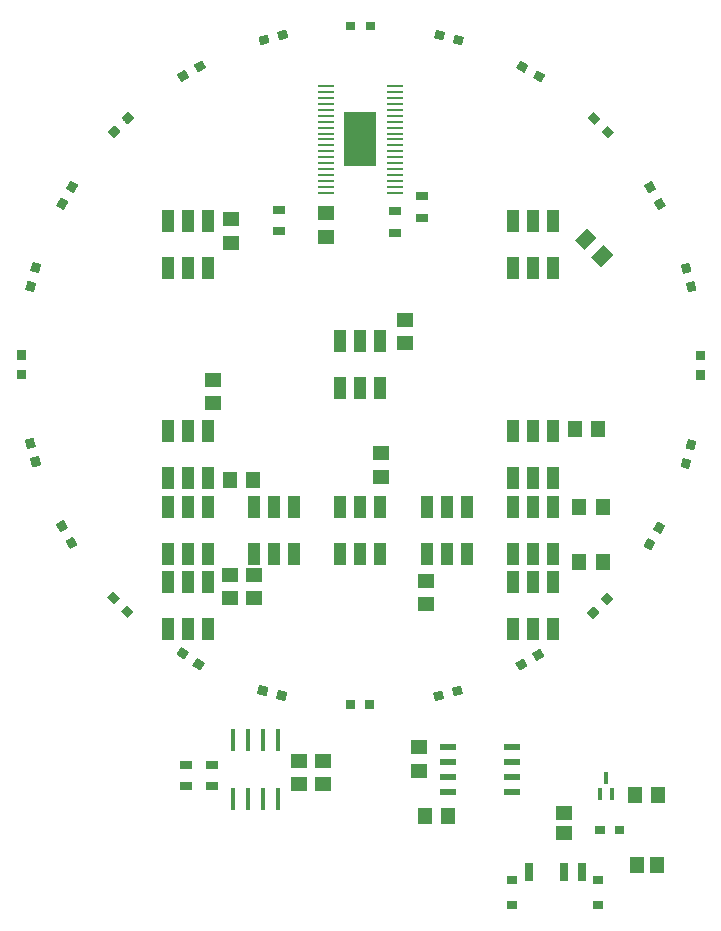
<source format=gbr>
G04 EAGLE Gerber RS-274X export*
G75*
%MOMM*%
%FSLAX34Y34*%
%LPD*%
%INSolderpaste Top*%
%IPPOS*%
%AMOC8*
5,1,8,0,0,1.08239X$1,22.5*%
G01*
%ADD10R,1.470000X1.170000*%
%ADD11R,1.170000X1.470000*%
%ADD12R,1.423400X0.548400*%
%ADD13R,1.348400X0.198400*%
%ADD14R,2.790000X4.590000*%
%ADD15R,0.398400X0.998400*%
%ADD16C,0.006481*%
%ADD17R,1.370000X1.170000*%
%ADD18R,1.170000X1.370000*%
%ADD19C,0.005981*%
%ADD20R,0.898400X0.698400*%
%ADD21R,0.457200X1.879600*%
%ADD22R,0.990000X1.890000*%
%ADD23R,1.098400X0.698400*%


D10*
X290830Y134460D03*
X290830Y114460D03*
X398780Y286860D03*
X398780Y266860D03*
X360680Y374810D03*
X360680Y394810D03*
X381000Y487840D03*
X381000Y507840D03*
D11*
X232570Y372110D03*
X252570Y372110D03*
D10*
X311150Y134460D03*
X311150Y114460D03*
X313690Y598010D03*
X313690Y578010D03*
X392430Y145890D03*
X392430Y125890D03*
D11*
X417670Y87630D03*
X397670Y87630D03*
X528480Y302260D03*
X548480Y302260D03*
X528480Y349250D03*
X548480Y349250D03*
X524670Y415290D03*
X544670Y415290D03*
G36*
X532889Y566698D02*
X524616Y574971D01*
X535009Y585364D01*
X543282Y577091D01*
X532889Y566698D01*
G37*
G36*
X547031Y552556D02*
X538758Y560829D01*
X549151Y571222D01*
X557424Y562949D01*
X547031Y552556D01*
G37*
D12*
X417380Y146050D03*
X417380Y133350D03*
X417380Y120650D03*
X417380Y107950D03*
X471620Y107950D03*
X471620Y120650D03*
X471620Y133350D03*
X471620Y146050D03*
D13*
X372400Y615400D03*
X372400Y620400D03*
X372400Y625400D03*
X372400Y630400D03*
X372400Y635400D03*
X372400Y640400D03*
X372400Y645400D03*
X372400Y650400D03*
X372400Y655400D03*
X372400Y660400D03*
X372400Y665400D03*
X372400Y670400D03*
X372400Y675400D03*
X372400Y680400D03*
X372400Y685400D03*
X372400Y690400D03*
X372400Y695400D03*
X372400Y700400D03*
X372400Y705400D03*
X313900Y705400D03*
X313900Y700400D03*
X313900Y695400D03*
X313900Y690400D03*
X313900Y685400D03*
X313900Y680400D03*
X313900Y675400D03*
X313900Y670400D03*
X313900Y665400D03*
X313900Y660400D03*
X313900Y655400D03*
X313900Y650400D03*
X313900Y645400D03*
X313900Y640400D03*
X313900Y635400D03*
X313900Y630400D03*
X313900Y625400D03*
X313900Y620400D03*
X313900Y615400D03*
D14*
X343150Y660400D03*
D15*
X546180Y106530D03*
X556180Y106530D03*
X551180Y119530D03*
D16*
X427302Y197951D02*
X420524Y196135D01*
X427302Y197951D02*
X428964Y191751D01*
X422186Y189935D01*
X420524Y196135D01*
X422169Y189997D02*
X422417Y189997D01*
X422649Y190059D02*
X422153Y190059D01*
X422136Y190121D02*
X422880Y190121D01*
X423112Y190183D02*
X422120Y190183D01*
X422103Y190245D02*
X423343Y190245D01*
X423574Y190307D02*
X422086Y190307D01*
X422070Y190369D02*
X423806Y190369D01*
X424037Y190431D02*
X422053Y190431D01*
X422036Y190493D02*
X424269Y190493D01*
X424500Y190555D02*
X422020Y190555D01*
X422003Y190617D02*
X424731Y190617D01*
X424963Y190679D02*
X421987Y190679D01*
X421970Y190741D02*
X425194Y190741D01*
X425426Y190803D02*
X421953Y190803D01*
X421937Y190865D02*
X425657Y190865D01*
X425889Y190927D02*
X421920Y190927D01*
X421903Y190989D02*
X426120Y190989D01*
X426351Y191051D02*
X421887Y191051D01*
X421870Y191113D02*
X426583Y191113D01*
X426814Y191175D02*
X421854Y191175D01*
X421837Y191237D02*
X427046Y191237D01*
X427277Y191299D02*
X421820Y191299D01*
X421804Y191361D02*
X427508Y191361D01*
X427740Y191423D02*
X421787Y191423D01*
X421770Y191485D02*
X427971Y191485D01*
X428203Y191547D02*
X421754Y191547D01*
X421737Y191609D02*
X428434Y191609D01*
X428665Y191671D02*
X421721Y191671D01*
X421704Y191733D02*
X428897Y191733D01*
X428952Y191795D02*
X421687Y191795D01*
X421671Y191857D02*
X428936Y191857D01*
X428919Y191919D02*
X421654Y191919D01*
X421638Y191981D02*
X428902Y191981D01*
X428886Y192043D02*
X421621Y192043D01*
X421604Y192105D02*
X428869Y192105D01*
X428852Y192167D02*
X421588Y192167D01*
X421571Y192229D02*
X428836Y192229D01*
X428819Y192291D02*
X421554Y192291D01*
X421538Y192353D02*
X428803Y192353D01*
X428786Y192415D02*
X421521Y192415D01*
X421505Y192477D02*
X428769Y192477D01*
X428753Y192539D02*
X421488Y192539D01*
X421471Y192601D02*
X428736Y192601D01*
X428720Y192663D02*
X421455Y192663D01*
X421438Y192725D02*
X428703Y192725D01*
X428686Y192787D02*
X421421Y192787D01*
X421405Y192849D02*
X428670Y192849D01*
X428653Y192911D02*
X421388Y192911D01*
X421372Y192973D02*
X428636Y192973D01*
X428620Y193035D02*
X421355Y193035D01*
X421338Y193097D02*
X428603Y193097D01*
X428587Y193159D02*
X421322Y193159D01*
X421305Y193221D02*
X428570Y193221D01*
X428553Y193283D02*
X421289Y193283D01*
X421272Y193345D02*
X428537Y193345D01*
X428520Y193407D02*
X421255Y193407D01*
X421239Y193469D02*
X428503Y193469D01*
X428487Y193531D02*
X421222Y193531D01*
X421205Y193593D02*
X428470Y193593D01*
X428454Y193655D02*
X421189Y193655D01*
X421172Y193717D02*
X428437Y193717D01*
X428420Y193779D02*
X421156Y193779D01*
X421139Y193841D02*
X428404Y193841D01*
X428387Y193903D02*
X421122Y193903D01*
X421106Y193965D02*
X428371Y193965D01*
X428354Y194027D02*
X421089Y194027D01*
X421072Y194089D02*
X428337Y194089D01*
X428321Y194151D02*
X421056Y194151D01*
X421039Y194213D02*
X428304Y194213D01*
X428287Y194275D02*
X421023Y194275D01*
X421006Y194337D02*
X428271Y194337D01*
X428254Y194399D02*
X420989Y194399D01*
X420973Y194461D02*
X428238Y194461D01*
X428221Y194523D02*
X420956Y194523D01*
X420939Y194585D02*
X428204Y194585D01*
X428188Y194647D02*
X420923Y194647D01*
X420906Y194709D02*
X428171Y194709D01*
X428154Y194771D02*
X420890Y194771D01*
X420873Y194833D02*
X428138Y194833D01*
X428121Y194895D02*
X420856Y194895D01*
X420840Y194957D02*
X428105Y194957D01*
X428088Y195019D02*
X420823Y195019D01*
X420807Y195081D02*
X428071Y195081D01*
X428055Y195143D02*
X420790Y195143D01*
X420773Y195205D02*
X428038Y195205D01*
X428021Y195267D02*
X420757Y195267D01*
X420740Y195329D02*
X428005Y195329D01*
X427988Y195391D02*
X420723Y195391D01*
X420707Y195453D02*
X427972Y195453D01*
X427955Y195515D02*
X420690Y195515D01*
X420674Y195577D02*
X427938Y195577D01*
X427922Y195639D02*
X420657Y195639D01*
X420640Y195701D02*
X427905Y195701D01*
X427889Y195763D02*
X420624Y195763D01*
X420607Y195825D02*
X427872Y195825D01*
X427855Y195887D02*
X420590Y195887D01*
X420574Y195949D02*
X427839Y195949D01*
X427822Y196011D02*
X420557Y196011D01*
X420541Y196073D02*
X427805Y196073D01*
X427789Y196135D02*
X420524Y196135D01*
X420755Y196197D02*
X427772Y196197D01*
X427756Y196259D02*
X420987Y196259D01*
X421218Y196321D02*
X427739Y196321D01*
X427722Y196383D02*
X421450Y196383D01*
X421681Y196445D02*
X427706Y196445D01*
X427689Y196507D02*
X421912Y196507D01*
X422144Y196569D02*
X427672Y196569D01*
X427656Y196631D02*
X422375Y196631D01*
X422607Y196693D02*
X427639Y196693D01*
X427623Y196755D02*
X422838Y196755D01*
X423069Y196817D02*
X427606Y196817D01*
X427589Y196879D02*
X423301Y196879D01*
X423532Y196941D02*
X427573Y196941D01*
X427556Y197003D02*
X423764Y197003D01*
X423995Y197065D02*
X427540Y197065D01*
X427523Y197127D02*
X424227Y197127D01*
X424458Y197189D02*
X427506Y197189D01*
X427490Y197251D02*
X424689Y197251D01*
X424921Y197313D02*
X427473Y197313D01*
X427456Y197375D02*
X425152Y197375D01*
X425384Y197437D02*
X427440Y197437D01*
X427423Y197499D02*
X425615Y197499D01*
X425846Y197561D02*
X427407Y197561D01*
X427390Y197623D02*
X426078Y197623D01*
X426309Y197685D02*
X427373Y197685D01*
X427357Y197747D02*
X426541Y197747D01*
X426772Y197809D02*
X427340Y197809D01*
X427323Y197871D02*
X427003Y197871D01*
X427235Y197933D02*
X427307Y197933D01*
X411458Y193705D02*
X404680Y191889D01*
X411458Y193705D02*
X413120Y187505D01*
X406342Y185689D01*
X404680Y191889D01*
X406325Y185751D02*
X406573Y185751D01*
X406805Y185813D02*
X406309Y185813D01*
X406292Y185875D02*
X407036Y185875D01*
X407268Y185937D02*
X406276Y185937D01*
X406259Y185999D02*
X407499Y185999D01*
X407730Y186061D02*
X406242Y186061D01*
X406226Y186123D02*
X407962Y186123D01*
X408193Y186185D02*
X406209Y186185D01*
X406192Y186247D02*
X408425Y186247D01*
X408656Y186309D02*
X406176Y186309D01*
X406159Y186371D02*
X408887Y186371D01*
X409119Y186433D02*
X406143Y186433D01*
X406126Y186495D02*
X409350Y186495D01*
X409582Y186557D02*
X406109Y186557D01*
X406093Y186619D02*
X409813Y186619D01*
X410045Y186681D02*
X406076Y186681D01*
X406059Y186743D02*
X410276Y186743D01*
X410507Y186805D02*
X406043Y186805D01*
X406026Y186867D02*
X410739Y186867D01*
X410970Y186929D02*
X406010Y186929D01*
X405993Y186991D02*
X411202Y186991D01*
X411433Y187053D02*
X405976Y187053D01*
X405960Y187115D02*
X411664Y187115D01*
X411896Y187177D02*
X405943Y187177D01*
X405926Y187239D02*
X412127Y187239D01*
X412359Y187301D02*
X405910Y187301D01*
X405893Y187363D02*
X412590Y187363D01*
X412821Y187425D02*
X405877Y187425D01*
X405860Y187487D02*
X413053Y187487D01*
X413108Y187549D02*
X405843Y187549D01*
X405827Y187611D02*
X413092Y187611D01*
X413075Y187673D02*
X405810Y187673D01*
X405794Y187735D02*
X413058Y187735D01*
X413042Y187797D02*
X405777Y187797D01*
X405760Y187859D02*
X413025Y187859D01*
X413008Y187921D02*
X405744Y187921D01*
X405727Y187983D02*
X412992Y187983D01*
X412975Y188045D02*
X405710Y188045D01*
X405694Y188107D02*
X412959Y188107D01*
X412942Y188169D02*
X405677Y188169D01*
X405661Y188231D02*
X412925Y188231D01*
X412909Y188293D02*
X405644Y188293D01*
X405627Y188355D02*
X412892Y188355D01*
X412876Y188417D02*
X405611Y188417D01*
X405594Y188479D02*
X412859Y188479D01*
X412842Y188541D02*
X405577Y188541D01*
X405561Y188603D02*
X412826Y188603D01*
X412809Y188665D02*
X405544Y188665D01*
X405528Y188727D02*
X412792Y188727D01*
X412776Y188789D02*
X405511Y188789D01*
X405494Y188851D02*
X412759Y188851D01*
X412743Y188913D02*
X405478Y188913D01*
X405461Y188975D02*
X412726Y188975D01*
X412709Y189037D02*
X405445Y189037D01*
X405428Y189099D02*
X412693Y189099D01*
X412676Y189161D02*
X405411Y189161D01*
X405395Y189223D02*
X412659Y189223D01*
X412643Y189285D02*
X405378Y189285D01*
X405361Y189347D02*
X412626Y189347D01*
X412610Y189409D02*
X405345Y189409D01*
X405328Y189471D02*
X412593Y189471D01*
X412576Y189533D02*
X405312Y189533D01*
X405295Y189595D02*
X412560Y189595D01*
X412543Y189657D02*
X405278Y189657D01*
X405262Y189719D02*
X412527Y189719D01*
X412510Y189781D02*
X405245Y189781D01*
X405228Y189843D02*
X412493Y189843D01*
X412477Y189905D02*
X405212Y189905D01*
X405195Y189967D02*
X412460Y189967D01*
X412443Y190029D02*
X405179Y190029D01*
X405162Y190091D02*
X412427Y190091D01*
X412410Y190153D02*
X405145Y190153D01*
X405129Y190215D02*
X412394Y190215D01*
X412377Y190277D02*
X405112Y190277D01*
X405095Y190339D02*
X412360Y190339D01*
X412344Y190401D02*
X405079Y190401D01*
X405062Y190463D02*
X412327Y190463D01*
X412310Y190525D02*
X405046Y190525D01*
X405029Y190587D02*
X412294Y190587D01*
X412277Y190649D02*
X405012Y190649D01*
X404996Y190711D02*
X412261Y190711D01*
X412244Y190773D02*
X404979Y190773D01*
X404963Y190835D02*
X412227Y190835D01*
X412211Y190897D02*
X404946Y190897D01*
X404929Y190959D02*
X412194Y190959D01*
X412177Y191021D02*
X404913Y191021D01*
X404896Y191083D02*
X412161Y191083D01*
X412144Y191145D02*
X404879Y191145D01*
X404863Y191207D02*
X412128Y191207D01*
X412111Y191269D02*
X404846Y191269D01*
X404830Y191331D02*
X412094Y191331D01*
X412078Y191393D02*
X404813Y191393D01*
X404796Y191455D02*
X412061Y191455D01*
X412045Y191517D02*
X404780Y191517D01*
X404763Y191579D02*
X412028Y191579D01*
X412011Y191641D02*
X404746Y191641D01*
X404730Y191703D02*
X411995Y191703D01*
X411978Y191765D02*
X404713Y191765D01*
X404697Y191827D02*
X411961Y191827D01*
X411945Y191889D02*
X404680Y191889D01*
X404911Y191951D02*
X411928Y191951D01*
X411912Y192013D02*
X405143Y192013D01*
X405374Y192075D02*
X411895Y192075D01*
X411878Y192137D02*
X405606Y192137D01*
X405837Y192199D02*
X411862Y192199D01*
X411845Y192261D02*
X406068Y192261D01*
X406300Y192323D02*
X411828Y192323D01*
X411812Y192385D02*
X406531Y192385D01*
X406763Y192447D02*
X411795Y192447D01*
X411779Y192509D02*
X406994Y192509D01*
X407225Y192571D02*
X411762Y192571D01*
X411745Y192633D02*
X407457Y192633D01*
X407688Y192695D02*
X411729Y192695D01*
X411712Y192757D02*
X407920Y192757D01*
X408151Y192819D02*
X411696Y192819D01*
X411679Y192881D02*
X408383Y192881D01*
X408614Y192943D02*
X411662Y192943D01*
X411646Y193005D02*
X408845Y193005D01*
X409077Y193067D02*
X411629Y193067D01*
X411612Y193129D02*
X409308Y193129D01*
X409540Y193191D02*
X411596Y193191D01*
X411579Y193253D02*
X409771Y193253D01*
X410002Y193315D02*
X411563Y193315D01*
X411546Y193377D02*
X410234Y193377D01*
X410465Y193439D02*
X411529Y193439D01*
X411513Y193501D02*
X410697Y193501D01*
X410928Y193563D02*
X411496Y193563D01*
X411479Y193625D02*
X411159Y193625D01*
X411391Y193687D02*
X411463Y193687D01*
X481281Y717867D02*
X475205Y721376D01*
X478415Y726935D01*
X484491Y723426D01*
X481281Y717867D01*
X481317Y717929D02*
X481174Y717929D01*
X481066Y717991D02*
X481353Y717991D01*
X481388Y718053D02*
X480959Y718053D01*
X480852Y718115D02*
X481424Y718115D01*
X481460Y718177D02*
X480744Y718177D01*
X480637Y718239D02*
X481496Y718239D01*
X481532Y718301D02*
X480530Y718301D01*
X480422Y718363D02*
X481567Y718363D01*
X481603Y718425D02*
X480315Y718425D01*
X480207Y718487D02*
X481639Y718487D01*
X481675Y718549D02*
X480100Y718549D01*
X479993Y718611D02*
X481711Y718611D01*
X481746Y718673D02*
X479885Y718673D01*
X479778Y718735D02*
X481782Y718735D01*
X481818Y718797D02*
X479671Y718797D01*
X479563Y718859D02*
X481854Y718859D01*
X481890Y718921D02*
X479456Y718921D01*
X479349Y718983D02*
X481925Y718983D01*
X481961Y719045D02*
X479241Y719045D01*
X479134Y719107D02*
X481997Y719107D01*
X482033Y719169D02*
X479027Y719169D01*
X478919Y719231D02*
X482069Y719231D01*
X482104Y719293D02*
X478812Y719293D01*
X478704Y719355D02*
X482140Y719355D01*
X482176Y719417D02*
X478597Y719417D01*
X478490Y719479D02*
X482212Y719479D01*
X482248Y719541D02*
X478382Y719541D01*
X478275Y719603D02*
X482283Y719603D01*
X482319Y719665D02*
X478168Y719665D01*
X478060Y719727D02*
X482355Y719727D01*
X482391Y719789D02*
X477953Y719789D01*
X477846Y719851D02*
X482427Y719851D01*
X482462Y719913D02*
X477738Y719913D01*
X477631Y719975D02*
X482498Y719975D01*
X482534Y720037D02*
X477524Y720037D01*
X477416Y720099D02*
X482570Y720099D01*
X482606Y720161D02*
X477309Y720161D01*
X477201Y720223D02*
X482641Y720223D01*
X482677Y720285D02*
X477094Y720285D01*
X476987Y720347D02*
X482713Y720347D01*
X482749Y720409D02*
X476879Y720409D01*
X476772Y720471D02*
X482785Y720471D01*
X482820Y720533D02*
X476665Y720533D01*
X476557Y720595D02*
X482856Y720595D01*
X482892Y720657D02*
X476450Y720657D01*
X476343Y720719D02*
X482928Y720719D01*
X482964Y720781D02*
X476235Y720781D01*
X476128Y720843D02*
X482999Y720843D01*
X483035Y720905D02*
X476021Y720905D01*
X475913Y720967D02*
X483071Y720967D01*
X483107Y721029D02*
X475806Y721029D01*
X475698Y721091D02*
X483143Y721091D01*
X483178Y721153D02*
X475591Y721153D01*
X475484Y721215D02*
X483214Y721215D01*
X483250Y721277D02*
X475376Y721277D01*
X475269Y721339D02*
X483286Y721339D01*
X483322Y721401D02*
X475219Y721401D01*
X475255Y721463D02*
X483357Y721463D01*
X483393Y721525D02*
X475291Y721525D01*
X475327Y721587D02*
X483429Y721587D01*
X483465Y721649D02*
X475363Y721649D01*
X475398Y721711D02*
X483501Y721711D01*
X483536Y721773D02*
X475434Y721773D01*
X475470Y721835D02*
X483572Y721835D01*
X483608Y721897D02*
X475506Y721897D01*
X475542Y721959D02*
X483644Y721959D01*
X483680Y722021D02*
X475577Y722021D01*
X475613Y722083D02*
X483715Y722083D01*
X483751Y722145D02*
X475649Y722145D01*
X475685Y722207D02*
X483787Y722207D01*
X483823Y722269D02*
X475721Y722269D01*
X475756Y722331D02*
X483859Y722331D01*
X483895Y722393D02*
X475792Y722393D01*
X475828Y722455D02*
X483930Y722455D01*
X483966Y722517D02*
X475864Y722517D01*
X475900Y722579D02*
X484002Y722579D01*
X484038Y722641D02*
X475935Y722641D01*
X475971Y722703D02*
X484074Y722703D01*
X484109Y722765D02*
X476007Y722765D01*
X476043Y722827D02*
X484145Y722827D01*
X484181Y722889D02*
X476079Y722889D01*
X476114Y722951D02*
X484217Y722951D01*
X484253Y723013D02*
X476150Y723013D01*
X476186Y723075D02*
X484288Y723075D01*
X484324Y723137D02*
X476222Y723137D01*
X476258Y723199D02*
X484360Y723199D01*
X484396Y723261D02*
X476293Y723261D01*
X476329Y723323D02*
X484432Y723323D01*
X484467Y723385D02*
X476365Y723385D01*
X476401Y723447D02*
X484455Y723447D01*
X484347Y723509D02*
X476437Y723509D01*
X476472Y723571D02*
X484240Y723571D01*
X484133Y723633D02*
X476508Y723633D01*
X476544Y723695D02*
X484025Y723695D01*
X483918Y723757D02*
X476580Y723757D01*
X476616Y723819D02*
X483811Y723819D01*
X483703Y723881D02*
X476651Y723881D01*
X476687Y723943D02*
X483596Y723943D01*
X483488Y724005D02*
X476723Y724005D01*
X476759Y724067D02*
X483381Y724067D01*
X483274Y724129D02*
X476795Y724129D01*
X476830Y724191D02*
X483166Y724191D01*
X483059Y724253D02*
X476866Y724253D01*
X476902Y724315D02*
X482952Y724315D01*
X482844Y724377D02*
X476938Y724377D01*
X476974Y724439D02*
X482737Y724439D01*
X482630Y724501D02*
X477010Y724501D01*
X477045Y724563D02*
X482522Y724563D01*
X482415Y724625D02*
X477081Y724625D01*
X477117Y724687D02*
X482308Y724687D01*
X482200Y724749D02*
X477153Y724749D01*
X477189Y724811D02*
X482093Y724811D01*
X481985Y724873D02*
X477224Y724873D01*
X477260Y724935D02*
X481878Y724935D01*
X481771Y724997D02*
X477296Y724997D01*
X477332Y725059D02*
X481663Y725059D01*
X481556Y725121D02*
X477368Y725121D01*
X477403Y725183D02*
X481449Y725183D01*
X481341Y725245D02*
X477439Y725245D01*
X477475Y725307D02*
X481234Y725307D01*
X481127Y725369D02*
X477511Y725369D01*
X477547Y725431D02*
X481019Y725431D01*
X480912Y725493D02*
X477582Y725493D01*
X477618Y725555D02*
X480805Y725555D01*
X480697Y725617D02*
X477654Y725617D01*
X477690Y725679D02*
X480590Y725679D01*
X480482Y725741D02*
X477726Y725741D01*
X477761Y725803D02*
X480375Y725803D01*
X480268Y725865D02*
X477797Y725865D01*
X477833Y725927D02*
X480160Y725927D01*
X480053Y725989D02*
X477869Y725989D01*
X477905Y726051D02*
X479946Y726051D01*
X479838Y726113D02*
X477940Y726113D01*
X477976Y726175D02*
X479731Y726175D01*
X479624Y726237D02*
X478012Y726237D01*
X478048Y726299D02*
X479516Y726299D01*
X479409Y726361D02*
X478084Y726361D01*
X478119Y726423D02*
X479302Y726423D01*
X479194Y726485D02*
X478155Y726485D01*
X478191Y726547D02*
X479087Y726547D01*
X478979Y726609D02*
X478227Y726609D01*
X478263Y726671D02*
X478872Y726671D01*
X478765Y726733D02*
X478298Y726733D01*
X478334Y726795D02*
X478657Y726795D01*
X478550Y726857D02*
X478370Y726857D01*
X478406Y726919D02*
X478443Y726919D01*
X489409Y713175D02*
X495485Y709666D01*
X489409Y713175D02*
X492619Y718734D01*
X498695Y715225D01*
X495485Y709666D01*
X495521Y709728D02*
X495378Y709728D01*
X495270Y709790D02*
X495557Y709790D01*
X495592Y709852D02*
X495163Y709852D01*
X495056Y709914D02*
X495628Y709914D01*
X495664Y709976D02*
X494948Y709976D01*
X494841Y710038D02*
X495700Y710038D01*
X495736Y710100D02*
X494734Y710100D01*
X494626Y710162D02*
X495771Y710162D01*
X495807Y710224D02*
X494519Y710224D01*
X494411Y710286D02*
X495843Y710286D01*
X495879Y710348D02*
X494304Y710348D01*
X494197Y710410D02*
X495915Y710410D01*
X495950Y710472D02*
X494089Y710472D01*
X493982Y710534D02*
X495986Y710534D01*
X496022Y710596D02*
X493875Y710596D01*
X493767Y710658D02*
X496058Y710658D01*
X496094Y710720D02*
X493660Y710720D01*
X493553Y710782D02*
X496129Y710782D01*
X496165Y710844D02*
X493445Y710844D01*
X493338Y710906D02*
X496201Y710906D01*
X496237Y710968D02*
X493231Y710968D01*
X493123Y711030D02*
X496273Y711030D01*
X496308Y711092D02*
X493016Y711092D01*
X492908Y711154D02*
X496344Y711154D01*
X496380Y711216D02*
X492801Y711216D01*
X492694Y711278D02*
X496416Y711278D01*
X496452Y711340D02*
X492586Y711340D01*
X492479Y711402D02*
X496487Y711402D01*
X496523Y711464D02*
X492372Y711464D01*
X492264Y711526D02*
X496559Y711526D01*
X496595Y711588D02*
X492157Y711588D01*
X492050Y711650D02*
X496631Y711650D01*
X496666Y711712D02*
X491942Y711712D01*
X491835Y711774D02*
X496702Y711774D01*
X496738Y711836D02*
X491728Y711836D01*
X491620Y711898D02*
X496774Y711898D01*
X496810Y711960D02*
X491513Y711960D01*
X491405Y712022D02*
X496845Y712022D01*
X496881Y712084D02*
X491298Y712084D01*
X491191Y712146D02*
X496917Y712146D01*
X496953Y712208D02*
X491083Y712208D01*
X490976Y712270D02*
X496989Y712270D01*
X497024Y712332D02*
X490869Y712332D01*
X490761Y712394D02*
X497060Y712394D01*
X497096Y712456D02*
X490654Y712456D01*
X490547Y712518D02*
X497132Y712518D01*
X497168Y712580D02*
X490439Y712580D01*
X490332Y712642D02*
X497203Y712642D01*
X497239Y712704D02*
X490225Y712704D01*
X490117Y712766D02*
X497275Y712766D01*
X497311Y712828D02*
X490010Y712828D01*
X489902Y712890D02*
X497347Y712890D01*
X497382Y712952D02*
X489795Y712952D01*
X489688Y713014D02*
X497418Y713014D01*
X497454Y713076D02*
X489580Y713076D01*
X489473Y713138D02*
X497490Y713138D01*
X497526Y713200D02*
X489423Y713200D01*
X489459Y713262D02*
X497561Y713262D01*
X497597Y713324D02*
X489495Y713324D01*
X489531Y713386D02*
X497633Y713386D01*
X497669Y713448D02*
X489567Y713448D01*
X489602Y713510D02*
X497705Y713510D01*
X497740Y713572D02*
X489638Y713572D01*
X489674Y713634D02*
X497776Y713634D01*
X497812Y713696D02*
X489710Y713696D01*
X489746Y713758D02*
X497848Y713758D01*
X497884Y713820D02*
X489781Y713820D01*
X489817Y713882D02*
X497919Y713882D01*
X497955Y713944D02*
X489853Y713944D01*
X489889Y714006D02*
X497991Y714006D01*
X498027Y714068D02*
X489925Y714068D01*
X489960Y714130D02*
X498063Y714130D01*
X498099Y714192D02*
X489996Y714192D01*
X490032Y714254D02*
X498134Y714254D01*
X498170Y714316D02*
X490068Y714316D01*
X490104Y714378D02*
X498206Y714378D01*
X498242Y714440D02*
X490139Y714440D01*
X490175Y714502D02*
X498278Y714502D01*
X498313Y714564D02*
X490211Y714564D01*
X490247Y714626D02*
X498349Y714626D01*
X498385Y714688D02*
X490283Y714688D01*
X490318Y714750D02*
X498421Y714750D01*
X498457Y714812D02*
X490354Y714812D01*
X490390Y714874D02*
X498492Y714874D01*
X498528Y714936D02*
X490426Y714936D01*
X490462Y714998D02*
X498564Y714998D01*
X498600Y715060D02*
X490497Y715060D01*
X490533Y715122D02*
X498636Y715122D01*
X498671Y715184D02*
X490569Y715184D01*
X490605Y715246D02*
X498659Y715246D01*
X498551Y715308D02*
X490641Y715308D01*
X490676Y715370D02*
X498444Y715370D01*
X498337Y715432D02*
X490712Y715432D01*
X490748Y715494D02*
X498229Y715494D01*
X498122Y715556D02*
X490784Y715556D01*
X490820Y715618D02*
X498015Y715618D01*
X497907Y715680D02*
X490855Y715680D01*
X490891Y715742D02*
X497800Y715742D01*
X497692Y715804D02*
X490927Y715804D01*
X490963Y715866D02*
X497585Y715866D01*
X497478Y715928D02*
X490999Y715928D01*
X491034Y715990D02*
X497370Y715990D01*
X497263Y716052D02*
X491070Y716052D01*
X491106Y716114D02*
X497156Y716114D01*
X497048Y716176D02*
X491142Y716176D01*
X491178Y716238D02*
X496941Y716238D01*
X496834Y716300D02*
X491214Y716300D01*
X491249Y716362D02*
X496726Y716362D01*
X496619Y716424D02*
X491285Y716424D01*
X491321Y716486D02*
X496512Y716486D01*
X496404Y716548D02*
X491357Y716548D01*
X491393Y716610D02*
X496297Y716610D01*
X496189Y716672D02*
X491428Y716672D01*
X491464Y716734D02*
X496082Y716734D01*
X495975Y716796D02*
X491500Y716796D01*
X491536Y716858D02*
X495867Y716858D01*
X495760Y716920D02*
X491572Y716920D01*
X491607Y716982D02*
X495653Y716982D01*
X495545Y717044D02*
X491643Y717044D01*
X491679Y717106D02*
X495438Y717106D01*
X495331Y717168D02*
X491715Y717168D01*
X491751Y717230D02*
X495223Y717230D01*
X495116Y717292D02*
X491786Y717292D01*
X491822Y717354D02*
X495009Y717354D01*
X494901Y717416D02*
X491858Y717416D01*
X491894Y717478D02*
X494794Y717478D01*
X494686Y717540D02*
X491930Y717540D01*
X491965Y717602D02*
X494579Y717602D01*
X494472Y717664D02*
X492001Y717664D01*
X492037Y717726D02*
X494364Y717726D01*
X494257Y717788D02*
X492073Y717788D01*
X492109Y717850D02*
X494150Y717850D01*
X494042Y717912D02*
X492144Y717912D01*
X492180Y717974D02*
X493935Y717974D01*
X493828Y718036D02*
X492216Y718036D01*
X492252Y718098D02*
X493720Y718098D01*
X493613Y718160D02*
X492288Y718160D01*
X492323Y718222D02*
X493506Y718222D01*
X493398Y718284D02*
X492359Y718284D01*
X492395Y718346D02*
X493291Y718346D01*
X493183Y718408D02*
X492431Y718408D01*
X492467Y718470D02*
X493076Y718470D01*
X492969Y718532D02*
X492502Y718532D01*
X492538Y718594D02*
X492861Y718594D01*
X492754Y718656D02*
X492574Y718656D01*
X492610Y718718D02*
X492647Y718718D01*
X412336Y745115D02*
X405558Y746931D01*
X407220Y753131D01*
X413998Y751315D01*
X412336Y745115D01*
X412353Y745177D02*
X412105Y745177D01*
X411873Y745239D02*
X412369Y745239D01*
X412386Y745301D02*
X411642Y745301D01*
X411410Y745363D02*
X412402Y745363D01*
X412419Y745425D02*
X411179Y745425D01*
X410948Y745487D02*
X412436Y745487D01*
X412452Y745549D02*
X410716Y745549D01*
X410485Y745611D02*
X412469Y745611D01*
X412486Y745673D02*
X410253Y745673D01*
X410022Y745735D02*
X412502Y745735D01*
X412519Y745797D02*
X409791Y745797D01*
X409559Y745859D02*
X412535Y745859D01*
X412552Y745921D02*
X409328Y745921D01*
X409096Y745983D02*
X412569Y745983D01*
X412585Y746045D02*
X408865Y746045D01*
X408633Y746107D02*
X412602Y746107D01*
X412619Y746169D02*
X408402Y746169D01*
X408171Y746231D02*
X412635Y746231D01*
X412652Y746293D02*
X407939Y746293D01*
X407708Y746355D02*
X412668Y746355D01*
X412685Y746417D02*
X407476Y746417D01*
X407245Y746479D02*
X412702Y746479D01*
X412718Y746541D02*
X407014Y746541D01*
X406782Y746603D02*
X412735Y746603D01*
X412751Y746665D02*
X406551Y746665D01*
X406319Y746727D02*
X412768Y746727D01*
X412785Y746789D02*
X406088Y746789D01*
X405857Y746851D02*
X412801Y746851D01*
X412818Y746913D02*
X405625Y746913D01*
X405570Y746975D02*
X412835Y746975D01*
X412851Y747037D02*
X405586Y747037D01*
X405603Y747099D02*
X412868Y747099D01*
X412884Y747161D02*
X405620Y747161D01*
X405636Y747223D02*
X412901Y747223D01*
X412918Y747285D02*
X405653Y747285D01*
X405670Y747347D02*
X412934Y747347D01*
X412951Y747409D02*
X405686Y747409D01*
X405703Y747471D02*
X412968Y747471D01*
X412984Y747533D02*
X405719Y747533D01*
X405736Y747595D02*
X413001Y747595D01*
X413017Y747657D02*
X405753Y747657D01*
X405769Y747719D02*
X413034Y747719D01*
X413051Y747781D02*
X405786Y747781D01*
X405802Y747843D02*
X413067Y747843D01*
X413084Y747905D02*
X405819Y747905D01*
X405836Y747967D02*
X413101Y747967D01*
X413117Y748029D02*
X405852Y748029D01*
X405869Y748091D02*
X413134Y748091D01*
X413150Y748153D02*
X405886Y748153D01*
X405902Y748215D02*
X413167Y748215D01*
X413184Y748277D02*
X405919Y748277D01*
X405935Y748339D02*
X413200Y748339D01*
X413217Y748401D02*
X405952Y748401D01*
X405969Y748463D02*
X413233Y748463D01*
X413250Y748525D02*
X405985Y748525D01*
X406002Y748587D02*
X413267Y748587D01*
X413283Y748649D02*
X406019Y748649D01*
X406035Y748711D02*
X413300Y748711D01*
X413317Y748773D02*
X406052Y748773D01*
X406068Y748835D02*
X413333Y748835D01*
X413350Y748897D02*
X406085Y748897D01*
X406102Y748959D02*
X413366Y748959D01*
X413383Y749021D02*
X406118Y749021D01*
X406135Y749083D02*
X413400Y749083D01*
X413416Y749145D02*
X406151Y749145D01*
X406168Y749207D02*
X413433Y749207D01*
X413450Y749269D02*
X406185Y749269D01*
X406201Y749331D02*
X413466Y749331D01*
X413483Y749393D02*
X406218Y749393D01*
X406235Y749455D02*
X413499Y749455D01*
X413516Y749517D02*
X406251Y749517D01*
X406268Y749579D02*
X413533Y749579D01*
X413549Y749641D02*
X406284Y749641D01*
X406301Y749703D02*
X413566Y749703D01*
X413582Y749765D02*
X406318Y749765D01*
X406334Y749827D02*
X413599Y749827D01*
X413616Y749889D02*
X406351Y749889D01*
X406368Y749951D02*
X413632Y749951D01*
X413649Y750013D02*
X406384Y750013D01*
X406401Y750075D02*
X413666Y750075D01*
X413682Y750137D02*
X406417Y750137D01*
X406434Y750199D02*
X413699Y750199D01*
X413715Y750261D02*
X406451Y750261D01*
X406467Y750323D02*
X413732Y750323D01*
X413749Y750385D02*
X406484Y750385D01*
X406501Y750447D02*
X413765Y750447D01*
X413782Y750509D02*
X406517Y750509D01*
X406534Y750571D02*
X413799Y750571D01*
X413815Y750633D02*
X406550Y750633D01*
X406567Y750695D02*
X413832Y750695D01*
X413848Y750757D02*
X406584Y750757D01*
X406600Y750819D02*
X413865Y750819D01*
X413882Y750881D02*
X406617Y750881D01*
X406633Y750943D02*
X413898Y750943D01*
X413915Y751005D02*
X406650Y751005D01*
X406667Y751067D02*
X413932Y751067D01*
X413948Y751129D02*
X406683Y751129D01*
X406700Y751191D02*
X413965Y751191D01*
X413981Y751253D02*
X406717Y751253D01*
X406733Y751315D02*
X413998Y751315D01*
X413767Y751377D02*
X406750Y751377D01*
X406766Y751439D02*
X413535Y751439D01*
X413304Y751501D02*
X406783Y751501D01*
X406800Y751563D02*
X413072Y751563D01*
X412841Y751625D02*
X406816Y751625D01*
X406833Y751687D02*
X412610Y751687D01*
X412378Y751749D02*
X406850Y751749D01*
X406866Y751811D02*
X412147Y751811D01*
X411915Y751873D02*
X406883Y751873D01*
X406899Y751935D02*
X411684Y751935D01*
X411453Y751997D02*
X406916Y751997D01*
X406933Y752059D02*
X411221Y752059D01*
X410990Y752121D02*
X406949Y752121D01*
X406966Y752183D02*
X410758Y752183D01*
X410527Y752245D02*
X406982Y752245D01*
X406999Y752307D02*
X410295Y752307D01*
X410064Y752369D02*
X407016Y752369D01*
X407032Y752431D02*
X409833Y752431D01*
X409601Y752493D02*
X407049Y752493D01*
X407066Y752555D02*
X409370Y752555D01*
X409138Y752617D02*
X407082Y752617D01*
X407099Y752679D02*
X408907Y752679D01*
X408676Y752741D02*
X407115Y752741D01*
X407132Y752803D02*
X408444Y752803D01*
X408213Y752865D02*
X407149Y752865D01*
X407165Y752927D02*
X407981Y752927D01*
X407750Y752989D02*
X407182Y752989D01*
X407199Y753051D02*
X407519Y753051D01*
X407287Y753113D02*
X407215Y753113D01*
X421402Y742685D02*
X428180Y740869D01*
X421402Y742685D02*
X423064Y748885D01*
X429842Y747069D01*
X428180Y740869D01*
X428197Y740931D02*
X427949Y740931D01*
X427717Y740993D02*
X428213Y740993D01*
X428230Y741055D02*
X427486Y741055D01*
X427254Y741117D02*
X428246Y741117D01*
X428263Y741179D02*
X427023Y741179D01*
X426792Y741241D02*
X428280Y741241D01*
X428296Y741303D02*
X426560Y741303D01*
X426329Y741365D02*
X428313Y741365D01*
X428330Y741427D02*
X426097Y741427D01*
X425866Y741489D02*
X428346Y741489D01*
X428363Y741551D02*
X425635Y741551D01*
X425403Y741613D02*
X428379Y741613D01*
X428396Y741675D02*
X425172Y741675D01*
X424940Y741737D02*
X428413Y741737D01*
X428429Y741799D02*
X424709Y741799D01*
X424477Y741861D02*
X428446Y741861D01*
X428463Y741923D02*
X424246Y741923D01*
X424015Y741985D02*
X428479Y741985D01*
X428496Y742047D02*
X423783Y742047D01*
X423552Y742109D02*
X428512Y742109D01*
X428529Y742171D02*
X423320Y742171D01*
X423089Y742233D02*
X428546Y742233D01*
X428562Y742295D02*
X422858Y742295D01*
X422626Y742357D02*
X428579Y742357D01*
X428595Y742419D02*
X422395Y742419D01*
X422163Y742481D02*
X428612Y742481D01*
X428629Y742543D02*
X421932Y742543D01*
X421701Y742605D02*
X428645Y742605D01*
X428662Y742667D02*
X421469Y742667D01*
X421414Y742729D02*
X428679Y742729D01*
X428695Y742791D02*
X421430Y742791D01*
X421447Y742853D02*
X428712Y742853D01*
X428728Y742915D02*
X421464Y742915D01*
X421480Y742977D02*
X428745Y742977D01*
X428762Y743039D02*
X421497Y743039D01*
X421514Y743101D02*
X428778Y743101D01*
X428795Y743163D02*
X421530Y743163D01*
X421547Y743225D02*
X428812Y743225D01*
X428828Y743287D02*
X421563Y743287D01*
X421580Y743349D02*
X428845Y743349D01*
X428861Y743411D02*
X421597Y743411D01*
X421613Y743473D02*
X428878Y743473D01*
X428895Y743535D02*
X421630Y743535D01*
X421646Y743597D02*
X428911Y743597D01*
X428928Y743659D02*
X421663Y743659D01*
X421680Y743721D02*
X428945Y743721D01*
X428961Y743783D02*
X421696Y743783D01*
X421713Y743845D02*
X428978Y743845D01*
X428994Y743907D02*
X421730Y743907D01*
X421746Y743969D02*
X429011Y743969D01*
X429028Y744031D02*
X421763Y744031D01*
X421779Y744093D02*
X429044Y744093D01*
X429061Y744155D02*
X421796Y744155D01*
X421813Y744217D02*
X429077Y744217D01*
X429094Y744279D02*
X421829Y744279D01*
X421846Y744341D02*
X429111Y744341D01*
X429127Y744403D02*
X421863Y744403D01*
X421879Y744465D02*
X429144Y744465D01*
X429161Y744527D02*
X421896Y744527D01*
X421912Y744589D02*
X429177Y744589D01*
X429194Y744651D02*
X421929Y744651D01*
X421946Y744713D02*
X429210Y744713D01*
X429227Y744775D02*
X421962Y744775D01*
X421979Y744837D02*
X429244Y744837D01*
X429260Y744899D02*
X421995Y744899D01*
X422012Y744961D02*
X429277Y744961D01*
X429294Y745023D02*
X422029Y745023D01*
X422045Y745085D02*
X429310Y745085D01*
X429327Y745147D02*
X422062Y745147D01*
X422079Y745209D02*
X429343Y745209D01*
X429360Y745271D02*
X422095Y745271D01*
X422112Y745333D02*
X429377Y745333D01*
X429393Y745395D02*
X422128Y745395D01*
X422145Y745457D02*
X429410Y745457D01*
X429426Y745519D02*
X422162Y745519D01*
X422178Y745581D02*
X429443Y745581D01*
X429460Y745643D02*
X422195Y745643D01*
X422212Y745705D02*
X429476Y745705D01*
X429493Y745767D02*
X422228Y745767D01*
X422245Y745829D02*
X429510Y745829D01*
X429526Y745891D02*
X422261Y745891D01*
X422278Y745953D02*
X429543Y745953D01*
X429559Y746015D02*
X422295Y746015D01*
X422311Y746077D02*
X429576Y746077D01*
X429593Y746139D02*
X422328Y746139D01*
X422345Y746201D02*
X429609Y746201D01*
X429626Y746263D02*
X422361Y746263D01*
X422378Y746325D02*
X429643Y746325D01*
X429659Y746387D02*
X422394Y746387D01*
X422411Y746449D02*
X429676Y746449D01*
X429692Y746511D02*
X422428Y746511D01*
X422444Y746573D02*
X429709Y746573D01*
X429726Y746635D02*
X422461Y746635D01*
X422477Y746697D02*
X429742Y746697D01*
X429759Y746759D02*
X422494Y746759D01*
X422511Y746821D02*
X429776Y746821D01*
X429792Y746883D02*
X422527Y746883D01*
X422544Y746945D02*
X429809Y746945D01*
X429825Y747007D02*
X422561Y747007D01*
X422577Y747069D02*
X429842Y747069D01*
X429611Y747131D02*
X422594Y747131D01*
X422610Y747193D02*
X429379Y747193D01*
X429148Y747255D02*
X422627Y747255D01*
X422644Y747317D02*
X428916Y747317D01*
X428685Y747379D02*
X422660Y747379D01*
X422677Y747441D02*
X428454Y747441D01*
X428222Y747503D02*
X422694Y747503D01*
X422710Y747565D02*
X427991Y747565D01*
X427759Y747627D02*
X422727Y747627D01*
X422743Y747689D02*
X427528Y747689D01*
X427297Y747751D02*
X422760Y747751D01*
X422777Y747813D02*
X427065Y747813D01*
X426834Y747875D02*
X422793Y747875D01*
X422810Y747937D02*
X426602Y747937D01*
X426371Y747999D02*
X422826Y747999D01*
X422843Y748061D02*
X426139Y748061D01*
X425908Y748123D02*
X422860Y748123D01*
X422876Y748185D02*
X425677Y748185D01*
X425445Y748247D02*
X422893Y748247D01*
X422910Y748309D02*
X425214Y748309D01*
X424982Y748371D02*
X422926Y748371D01*
X422943Y748433D02*
X424751Y748433D01*
X424520Y748495D02*
X422959Y748495D01*
X422976Y748557D02*
X424288Y748557D01*
X424057Y748619D02*
X422993Y748619D01*
X423009Y748681D02*
X423825Y748681D01*
X423594Y748743D02*
X423026Y748743D01*
X423043Y748805D02*
X423363Y748805D01*
X423131Y748867D02*
X423059Y748867D01*
X354510Y760130D02*
X347492Y760130D01*
X354510Y760130D02*
X354510Y753710D01*
X347492Y753710D01*
X347492Y760130D01*
X347492Y753772D02*
X354510Y753772D01*
X354510Y753834D02*
X347492Y753834D01*
X347492Y753896D02*
X354510Y753896D01*
X354510Y753958D02*
X347492Y753958D01*
X347492Y754020D02*
X354510Y754020D01*
X354510Y754082D02*
X347492Y754082D01*
X347492Y754144D02*
X354510Y754144D01*
X354510Y754206D02*
X347492Y754206D01*
X347492Y754268D02*
X354510Y754268D01*
X354510Y754330D02*
X347492Y754330D01*
X347492Y754392D02*
X354510Y754392D01*
X354510Y754454D02*
X347492Y754454D01*
X347492Y754516D02*
X354510Y754516D01*
X354510Y754578D02*
X347492Y754578D01*
X347492Y754640D02*
X354510Y754640D01*
X354510Y754702D02*
X347492Y754702D01*
X347492Y754764D02*
X354510Y754764D01*
X354510Y754826D02*
X347492Y754826D01*
X347492Y754888D02*
X354510Y754888D01*
X354510Y754950D02*
X347492Y754950D01*
X347492Y755012D02*
X354510Y755012D01*
X354510Y755074D02*
X347492Y755074D01*
X347492Y755136D02*
X354510Y755136D01*
X354510Y755198D02*
X347492Y755198D01*
X347492Y755260D02*
X354510Y755260D01*
X354510Y755322D02*
X347492Y755322D01*
X347492Y755384D02*
X354510Y755384D01*
X354510Y755446D02*
X347492Y755446D01*
X347492Y755508D02*
X354510Y755508D01*
X354510Y755570D02*
X347492Y755570D01*
X347492Y755632D02*
X354510Y755632D01*
X354510Y755694D02*
X347492Y755694D01*
X347492Y755756D02*
X354510Y755756D01*
X354510Y755818D02*
X347492Y755818D01*
X347492Y755880D02*
X354510Y755880D01*
X354510Y755942D02*
X347492Y755942D01*
X347492Y756004D02*
X354510Y756004D01*
X354510Y756066D02*
X347492Y756066D01*
X347492Y756128D02*
X354510Y756128D01*
X354510Y756190D02*
X347492Y756190D01*
X347492Y756252D02*
X354510Y756252D01*
X354510Y756314D02*
X347492Y756314D01*
X347492Y756376D02*
X354510Y756376D01*
X354510Y756438D02*
X347492Y756438D01*
X347492Y756500D02*
X354510Y756500D01*
X354510Y756562D02*
X347492Y756562D01*
X347492Y756624D02*
X354510Y756624D01*
X354510Y756686D02*
X347492Y756686D01*
X347492Y756748D02*
X354510Y756748D01*
X354510Y756810D02*
X347492Y756810D01*
X347492Y756872D02*
X354510Y756872D01*
X354510Y756934D02*
X347492Y756934D01*
X347492Y756996D02*
X354510Y756996D01*
X354510Y757058D02*
X347492Y757058D01*
X347492Y757120D02*
X354510Y757120D01*
X354510Y757182D02*
X347492Y757182D01*
X347492Y757244D02*
X354510Y757244D01*
X354510Y757306D02*
X347492Y757306D01*
X347492Y757368D02*
X354510Y757368D01*
X354510Y757430D02*
X347492Y757430D01*
X347492Y757492D02*
X354510Y757492D01*
X354510Y757554D02*
X347492Y757554D01*
X347492Y757616D02*
X354510Y757616D01*
X354510Y757678D02*
X347492Y757678D01*
X347492Y757740D02*
X354510Y757740D01*
X354510Y757802D02*
X347492Y757802D01*
X347492Y757864D02*
X354510Y757864D01*
X354510Y757926D02*
X347492Y757926D01*
X347492Y757988D02*
X354510Y757988D01*
X354510Y758050D02*
X347492Y758050D01*
X347492Y758112D02*
X354510Y758112D01*
X354510Y758174D02*
X347492Y758174D01*
X347492Y758236D02*
X354510Y758236D01*
X354510Y758298D02*
X347492Y758298D01*
X347492Y758360D02*
X354510Y758360D01*
X354510Y758422D02*
X347492Y758422D01*
X347492Y758484D02*
X354510Y758484D01*
X354510Y758546D02*
X347492Y758546D01*
X347492Y758608D02*
X354510Y758608D01*
X354510Y758670D02*
X347492Y758670D01*
X347492Y758732D02*
X354510Y758732D01*
X354510Y758794D02*
X347492Y758794D01*
X347492Y758856D02*
X354510Y758856D01*
X354510Y758918D02*
X347492Y758918D01*
X347492Y758980D02*
X354510Y758980D01*
X354510Y759042D02*
X347492Y759042D01*
X347492Y759104D02*
X354510Y759104D01*
X354510Y759166D02*
X347492Y759166D01*
X347492Y759228D02*
X354510Y759228D01*
X354510Y759290D02*
X347492Y759290D01*
X347492Y759352D02*
X354510Y759352D01*
X354510Y759414D02*
X347492Y759414D01*
X347492Y759476D02*
X354510Y759476D01*
X354510Y759538D02*
X347492Y759538D01*
X347492Y759600D02*
X354510Y759600D01*
X354510Y759662D02*
X347492Y759662D01*
X347492Y759724D02*
X354510Y759724D01*
X354510Y759786D02*
X347492Y759786D01*
X347492Y759848D02*
X354510Y759848D01*
X354510Y759910D02*
X347492Y759910D01*
X347492Y759972D02*
X354510Y759972D01*
X354510Y760034D02*
X347492Y760034D01*
X347492Y760096D02*
X354510Y760096D01*
X338108Y760130D02*
X331090Y760130D01*
X338108Y760130D02*
X338108Y753710D01*
X331090Y753710D01*
X331090Y760130D01*
X331090Y753772D02*
X338108Y753772D01*
X338108Y753834D02*
X331090Y753834D01*
X331090Y753896D02*
X338108Y753896D01*
X338108Y753958D02*
X331090Y753958D01*
X331090Y754020D02*
X338108Y754020D01*
X338108Y754082D02*
X331090Y754082D01*
X331090Y754144D02*
X338108Y754144D01*
X338108Y754206D02*
X331090Y754206D01*
X331090Y754268D02*
X338108Y754268D01*
X338108Y754330D02*
X331090Y754330D01*
X331090Y754392D02*
X338108Y754392D01*
X338108Y754454D02*
X331090Y754454D01*
X331090Y754516D02*
X338108Y754516D01*
X338108Y754578D02*
X331090Y754578D01*
X331090Y754640D02*
X338108Y754640D01*
X338108Y754702D02*
X331090Y754702D01*
X331090Y754764D02*
X338108Y754764D01*
X338108Y754826D02*
X331090Y754826D01*
X331090Y754888D02*
X338108Y754888D01*
X338108Y754950D02*
X331090Y754950D01*
X331090Y755012D02*
X338108Y755012D01*
X338108Y755074D02*
X331090Y755074D01*
X331090Y755136D02*
X338108Y755136D01*
X338108Y755198D02*
X331090Y755198D01*
X331090Y755260D02*
X338108Y755260D01*
X338108Y755322D02*
X331090Y755322D01*
X331090Y755384D02*
X338108Y755384D01*
X338108Y755446D02*
X331090Y755446D01*
X331090Y755508D02*
X338108Y755508D01*
X338108Y755570D02*
X331090Y755570D01*
X331090Y755632D02*
X338108Y755632D01*
X338108Y755694D02*
X331090Y755694D01*
X331090Y755756D02*
X338108Y755756D01*
X338108Y755818D02*
X331090Y755818D01*
X331090Y755880D02*
X338108Y755880D01*
X338108Y755942D02*
X331090Y755942D01*
X331090Y756004D02*
X338108Y756004D01*
X338108Y756066D02*
X331090Y756066D01*
X331090Y756128D02*
X338108Y756128D01*
X338108Y756190D02*
X331090Y756190D01*
X331090Y756252D02*
X338108Y756252D01*
X338108Y756314D02*
X331090Y756314D01*
X331090Y756376D02*
X338108Y756376D01*
X338108Y756438D02*
X331090Y756438D01*
X331090Y756500D02*
X338108Y756500D01*
X338108Y756562D02*
X331090Y756562D01*
X331090Y756624D02*
X338108Y756624D01*
X338108Y756686D02*
X331090Y756686D01*
X331090Y756748D02*
X338108Y756748D01*
X338108Y756810D02*
X331090Y756810D01*
X331090Y756872D02*
X338108Y756872D01*
X338108Y756934D02*
X331090Y756934D01*
X331090Y756996D02*
X338108Y756996D01*
X338108Y757058D02*
X331090Y757058D01*
X331090Y757120D02*
X338108Y757120D01*
X338108Y757182D02*
X331090Y757182D01*
X331090Y757244D02*
X338108Y757244D01*
X338108Y757306D02*
X331090Y757306D01*
X331090Y757368D02*
X338108Y757368D01*
X338108Y757430D02*
X331090Y757430D01*
X331090Y757492D02*
X338108Y757492D01*
X338108Y757554D02*
X331090Y757554D01*
X331090Y757616D02*
X338108Y757616D01*
X338108Y757678D02*
X331090Y757678D01*
X331090Y757740D02*
X338108Y757740D01*
X338108Y757802D02*
X331090Y757802D01*
X331090Y757864D02*
X338108Y757864D01*
X338108Y757926D02*
X331090Y757926D01*
X331090Y757988D02*
X338108Y757988D01*
X338108Y758050D02*
X331090Y758050D01*
X331090Y758112D02*
X338108Y758112D01*
X338108Y758174D02*
X331090Y758174D01*
X331090Y758236D02*
X338108Y758236D01*
X338108Y758298D02*
X331090Y758298D01*
X331090Y758360D02*
X338108Y758360D01*
X338108Y758422D02*
X331090Y758422D01*
X331090Y758484D02*
X338108Y758484D01*
X338108Y758546D02*
X331090Y758546D01*
X331090Y758608D02*
X338108Y758608D01*
X338108Y758670D02*
X331090Y758670D01*
X331090Y758732D02*
X338108Y758732D01*
X338108Y758794D02*
X331090Y758794D01*
X331090Y758856D02*
X338108Y758856D01*
X338108Y758918D02*
X331090Y758918D01*
X331090Y758980D02*
X338108Y758980D01*
X338108Y759042D02*
X331090Y759042D01*
X331090Y759104D02*
X338108Y759104D01*
X338108Y759166D02*
X331090Y759166D01*
X331090Y759228D02*
X338108Y759228D01*
X338108Y759290D02*
X331090Y759290D01*
X331090Y759352D02*
X338108Y759352D01*
X338108Y759414D02*
X331090Y759414D01*
X331090Y759476D02*
X338108Y759476D01*
X338108Y759538D02*
X331090Y759538D01*
X331090Y759600D02*
X338108Y759600D01*
X338108Y759662D02*
X331090Y759662D01*
X331090Y759724D02*
X338108Y759724D01*
X338108Y759786D02*
X331090Y759786D01*
X331090Y759848D02*
X338108Y759848D01*
X338108Y759910D02*
X331090Y759910D01*
X331090Y759972D02*
X338108Y759972D01*
X338108Y760034D02*
X331090Y760034D01*
X331090Y760096D02*
X338108Y760096D01*
X279516Y753329D02*
X272738Y751513D01*
X279516Y753329D02*
X281178Y747129D01*
X274400Y745313D01*
X272738Y751513D01*
X274383Y745375D02*
X274631Y745375D01*
X274863Y745437D02*
X274367Y745437D01*
X274350Y745499D02*
X275094Y745499D01*
X275326Y745561D02*
X274334Y745561D01*
X274317Y745623D02*
X275557Y745623D01*
X275788Y745685D02*
X274300Y745685D01*
X274284Y745747D02*
X276020Y745747D01*
X276251Y745809D02*
X274267Y745809D01*
X274250Y745871D02*
X276483Y745871D01*
X276714Y745933D02*
X274234Y745933D01*
X274217Y745995D02*
X276945Y745995D01*
X277177Y746057D02*
X274201Y746057D01*
X274184Y746119D02*
X277408Y746119D01*
X277640Y746181D02*
X274167Y746181D01*
X274151Y746243D02*
X277871Y746243D01*
X278103Y746305D02*
X274134Y746305D01*
X274117Y746367D02*
X278334Y746367D01*
X278565Y746429D02*
X274101Y746429D01*
X274084Y746491D02*
X278797Y746491D01*
X279028Y746553D02*
X274068Y746553D01*
X274051Y746615D02*
X279260Y746615D01*
X279491Y746677D02*
X274034Y746677D01*
X274018Y746739D02*
X279722Y746739D01*
X279954Y746801D02*
X274001Y746801D01*
X273984Y746863D02*
X280185Y746863D01*
X280417Y746925D02*
X273968Y746925D01*
X273951Y746987D02*
X280648Y746987D01*
X280879Y747049D02*
X273935Y747049D01*
X273918Y747111D02*
X281111Y747111D01*
X281166Y747173D02*
X273901Y747173D01*
X273885Y747235D02*
X281150Y747235D01*
X281133Y747297D02*
X273868Y747297D01*
X273852Y747359D02*
X281116Y747359D01*
X281100Y747421D02*
X273835Y747421D01*
X273818Y747483D02*
X281083Y747483D01*
X281066Y747545D02*
X273802Y747545D01*
X273785Y747607D02*
X281050Y747607D01*
X281033Y747669D02*
X273768Y747669D01*
X273752Y747731D02*
X281017Y747731D01*
X281000Y747793D02*
X273735Y747793D01*
X273719Y747855D02*
X280983Y747855D01*
X280967Y747917D02*
X273702Y747917D01*
X273685Y747979D02*
X280950Y747979D01*
X280934Y748041D02*
X273669Y748041D01*
X273652Y748103D02*
X280917Y748103D01*
X280900Y748165D02*
X273635Y748165D01*
X273619Y748227D02*
X280884Y748227D01*
X280867Y748289D02*
X273602Y748289D01*
X273586Y748351D02*
X280850Y748351D01*
X280834Y748413D02*
X273569Y748413D01*
X273552Y748475D02*
X280817Y748475D01*
X280801Y748537D02*
X273536Y748537D01*
X273519Y748599D02*
X280784Y748599D01*
X280767Y748661D02*
X273503Y748661D01*
X273486Y748723D02*
X280751Y748723D01*
X280734Y748785D02*
X273469Y748785D01*
X273453Y748847D02*
X280717Y748847D01*
X280701Y748909D02*
X273436Y748909D01*
X273419Y748971D02*
X280684Y748971D01*
X280668Y749033D02*
X273403Y749033D01*
X273386Y749095D02*
X280651Y749095D01*
X280634Y749157D02*
X273370Y749157D01*
X273353Y749219D02*
X280618Y749219D01*
X280601Y749281D02*
X273336Y749281D01*
X273320Y749343D02*
X280585Y749343D01*
X280568Y749405D02*
X273303Y749405D01*
X273286Y749467D02*
X280551Y749467D01*
X280535Y749529D02*
X273270Y749529D01*
X273253Y749591D02*
X280518Y749591D01*
X280501Y749653D02*
X273237Y749653D01*
X273220Y749715D02*
X280485Y749715D01*
X280468Y749777D02*
X273203Y749777D01*
X273187Y749839D02*
X280452Y749839D01*
X280435Y749901D02*
X273170Y749901D01*
X273153Y749963D02*
X280418Y749963D01*
X280402Y750025D02*
X273137Y750025D01*
X273120Y750087D02*
X280385Y750087D01*
X280368Y750149D02*
X273104Y750149D01*
X273087Y750211D02*
X280352Y750211D01*
X280335Y750273D02*
X273070Y750273D01*
X273054Y750335D02*
X280319Y750335D01*
X280302Y750397D02*
X273037Y750397D01*
X273021Y750459D02*
X280285Y750459D01*
X280269Y750521D02*
X273004Y750521D01*
X272987Y750583D02*
X280252Y750583D01*
X280235Y750645D02*
X272971Y750645D01*
X272954Y750707D02*
X280219Y750707D01*
X280202Y750769D02*
X272937Y750769D01*
X272921Y750831D02*
X280186Y750831D01*
X280169Y750893D02*
X272904Y750893D01*
X272888Y750955D02*
X280152Y750955D01*
X280136Y751017D02*
X272871Y751017D01*
X272854Y751079D02*
X280119Y751079D01*
X280103Y751141D02*
X272838Y751141D01*
X272821Y751203D02*
X280086Y751203D01*
X280069Y751265D02*
X272804Y751265D01*
X272788Y751327D02*
X280053Y751327D01*
X280036Y751389D02*
X272771Y751389D01*
X272755Y751451D02*
X280019Y751451D01*
X280003Y751513D02*
X272738Y751513D01*
X272969Y751575D02*
X279986Y751575D01*
X279970Y751637D02*
X273201Y751637D01*
X273432Y751699D02*
X279953Y751699D01*
X279936Y751761D02*
X273664Y751761D01*
X273895Y751823D02*
X279920Y751823D01*
X279903Y751885D02*
X274126Y751885D01*
X274358Y751947D02*
X279886Y751947D01*
X279870Y752009D02*
X274589Y752009D01*
X274821Y752071D02*
X279853Y752071D01*
X279837Y752133D02*
X275052Y752133D01*
X275283Y752195D02*
X279820Y752195D01*
X279803Y752257D02*
X275515Y752257D01*
X275746Y752319D02*
X279787Y752319D01*
X279770Y752381D02*
X275978Y752381D01*
X276209Y752443D02*
X279754Y752443D01*
X279737Y752505D02*
X276441Y752505D01*
X276672Y752567D02*
X279720Y752567D01*
X279704Y752629D02*
X276903Y752629D01*
X277135Y752691D02*
X279687Y752691D01*
X279670Y752753D02*
X277366Y752753D01*
X277598Y752815D02*
X279654Y752815D01*
X279637Y752877D02*
X277829Y752877D01*
X278060Y752939D02*
X279621Y752939D01*
X279604Y753001D02*
X278292Y753001D01*
X278523Y753063D02*
X279587Y753063D01*
X279571Y753125D02*
X278755Y753125D01*
X278986Y753187D02*
X279554Y753187D01*
X279537Y753249D02*
X279217Y753249D01*
X279449Y753311D02*
X279521Y753311D01*
X263672Y749083D02*
X256894Y747267D01*
X263672Y749083D02*
X265334Y742883D01*
X258556Y741067D01*
X256894Y747267D01*
X258539Y741129D02*
X258787Y741129D01*
X259019Y741191D02*
X258523Y741191D01*
X258506Y741253D02*
X259250Y741253D01*
X259482Y741315D02*
X258490Y741315D01*
X258473Y741377D02*
X259713Y741377D01*
X259944Y741439D02*
X258456Y741439D01*
X258440Y741501D02*
X260176Y741501D01*
X260407Y741563D02*
X258423Y741563D01*
X258406Y741625D02*
X260639Y741625D01*
X260870Y741687D02*
X258390Y741687D01*
X258373Y741749D02*
X261101Y741749D01*
X261333Y741811D02*
X258357Y741811D01*
X258340Y741873D02*
X261564Y741873D01*
X261796Y741935D02*
X258323Y741935D01*
X258307Y741997D02*
X262027Y741997D01*
X262259Y742059D02*
X258290Y742059D01*
X258273Y742121D02*
X262490Y742121D01*
X262721Y742183D02*
X258257Y742183D01*
X258240Y742245D02*
X262953Y742245D01*
X263184Y742307D02*
X258224Y742307D01*
X258207Y742369D02*
X263416Y742369D01*
X263647Y742431D02*
X258190Y742431D01*
X258174Y742493D02*
X263878Y742493D01*
X264110Y742555D02*
X258157Y742555D01*
X258140Y742617D02*
X264341Y742617D01*
X264573Y742679D02*
X258124Y742679D01*
X258107Y742741D02*
X264804Y742741D01*
X265035Y742803D02*
X258091Y742803D01*
X258074Y742865D02*
X265267Y742865D01*
X265322Y742927D02*
X258057Y742927D01*
X258041Y742989D02*
X265306Y742989D01*
X265289Y743051D02*
X258024Y743051D01*
X258008Y743113D02*
X265272Y743113D01*
X265256Y743175D02*
X257991Y743175D01*
X257974Y743237D02*
X265239Y743237D01*
X265222Y743299D02*
X257958Y743299D01*
X257941Y743361D02*
X265206Y743361D01*
X265189Y743423D02*
X257924Y743423D01*
X257908Y743485D02*
X265173Y743485D01*
X265156Y743547D02*
X257891Y743547D01*
X257875Y743609D02*
X265139Y743609D01*
X265123Y743671D02*
X257858Y743671D01*
X257841Y743733D02*
X265106Y743733D01*
X265090Y743795D02*
X257825Y743795D01*
X257808Y743857D02*
X265073Y743857D01*
X265056Y743919D02*
X257791Y743919D01*
X257775Y743981D02*
X265040Y743981D01*
X265023Y744043D02*
X257758Y744043D01*
X257742Y744105D02*
X265006Y744105D01*
X264990Y744167D02*
X257725Y744167D01*
X257708Y744229D02*
X264973Y744229D01*
X264957Y744291D02*
X257692Y744291D01*
X257675Y744353D02*
X264940Y744353D01*
X264923Y744415D02*
X257659Y744415D01*
X257642Y744477D02*
X264907Y744477D01*
X264890Y744539D02*
X257625Y744539D01*
X257609Y744601D02*
X264873Y744601D01*
X264857Y744663D02*
X257592Y744663D01*
X257575Y744725D02*
X264840Y744725D01*
X264824Y744787D02*
X257559Y744787D01*
X257542Y744849D02*
X264807Y744849D01*
X264790Y744911D02*
X257526Y744911D01*
X257509Y744973D02*
X264774Y744973D01*
X264757Y745035D02*
X257492Y745035D01*
X257476Y745097D02*
X264741Y745097D01*
X264724Y745159D02*
X257459Y745159D01*
X257442Y745221D02*
X264707Y745221D01*
X264691Y745283D02*
X257426Y745283D01*
X257409Y745345D02*
X264674Y745345D01*
X264657Y745407D02*
X257393Y745407D01*
X257376Y745469D02*
X264641Y745469D01*
X264624Y745531D02*
X257359Y745531D01*
X257343Y745593D02*
X264608Y745593D01*
X264591Y745655D02*
X257326Y745655D01*
X257309Y745717D02*
X264574Y745717D01*
X264558Y745779D02*
X257293Y745779D01*
X257276Y745841D02*
X264541Y745841D01*
X264524Y745903D02*
X257260Y745903D01*
X257243Y745965D02*
X264508Y745965D01*
X264491Y746027D02*
X257226Y746027D01*
X257210Y746089D02*
X264475Y746089D01*
X264458Y746151D02*
X257193Y746151D01*
X257177Y746213D02*
X264441Y746213D01*
X264425Y746275D02*
X257160Y746275D01*
X257143Y746337D02*
X264408Y746337D01*
X264391Y746399D02*
X257127Y746399D01*
X257110Y746461D02*
X264375Y746461D01*
X264358Y746523D02*
X257093Y746523D01*
X257077Y746585D02*
X264342Y746585D01*
X264325Y746647D02*
X257060Y746647D01*
X257044Y746709D02*
X264308Y746709D01*
X264292Y746771D02*
X257027Y746771D01*
X257010Y746833D02*
X264275Y746833D01*
X264259Y746895D02*
X256994Y746895D01*
X256977Y746957D02*
X264242Y746957D01*
X264225Y747019D02*
X256960Y747019D01*
X256944Y747081D02*
X264209Y747081D01*
X264192Y747143D02*
X256927Y747143D01*
X256911Y747205D02*
X264175Y747205D01*
X264159Y747267D02*
X256894Y747267D01*
X257125Y747329D02*
X264142Y747329D01*
X264126Y747391D02*
X257357Y747391D01*
X257588Y747453D02*
X264109Y747453D01*
X264092Y747515D02*
X257820Y747515D01*
X258051Y747577D02*
X264076Y747577D01*
X264059Y747639D02*
X258282Y747639D01*
X258514Y747701D02*
X264042Y747701D01*
X264026Y747763D02*
X258745Y747763D01*
X258977Y747825D02*
X264009Y747825D01*
X263993Y747887D02*
X259208Y747887D01*
X259439Y747949D02*
X263976Y747949D01*
X263959Y748011D02*
X259671Y748011D01*
X259902Y748073D02*
X263943Y748073D01*
X263926Y748135D02*
X260134Y748135D01*
X260365Y748197D02*
X263910Y748197D01*
X263893Y748259D02*
X260597Y748259D01*
X260828Y748321D02*
X263876Y748321D01*
X263860Y748383D02*
X261059Y748383D01*
X261291Y748445D02*
X263843Y748445D01*
X263826Y748507D02*
X261522Y748507D01*
X261754Y748569D02*
X263810Y748569D01*
X263793Y748631D02*
X261985Y748631D01*
X262216Y748693D02*
X263777Y748693D01*
X263760Y748755D02*
X262448Y748755D01*
X262679Y748817D02*
X263743Y748817D01*
X263727Y748879D02*
X262911Y748879D01*
X263142Y748941D02*
X263710Y748941D01*
X263693Y749003D02*
X263373Y749003D01*
X263605Y749065D02*
X263677Y749065D01*
X208274Y727210D02*
X202198Y723701D01*
X208274Y727210D02*
X211484Y721651D01*
X205408Y718142D01*
X202198Y723701D01*
X205372Y718204D02*
X205515Y718204D01*
X205623Y718266D02*
X205336Y718266D01*
X205301Y718328D02*
X205730Y718328D01*
X205837Y718390D02*
X205265Y718390D01*
X205229Y718452D02*
X205945Y718452D01*
X206052Y718514D02*
X205193Y718514D01*
X205157Y718576D02*
X206159Y718576D01*
X206267Y718638D02*
X205122Y718638D01*
X205086Y718700D02*
X206374Y718700D01*
X206482Y718762D02*
X205050Y718762D01*
X205014Y718824D02*
X206589Y718824D01*
X206696Y718886D02*
X204978Y718886D01*
X204943Y718948D02*
X206804Y718948D01*
X206911Y719010D02*
X204907Y719010D01*
X204871Y719072D02*
X207018Y719072D01*
X207126Y719134D02*
X204835Y719134D01*
X204799Y719196D02*
X207233Y719196D01*
X207340Y719258D02*
X204764Y719258D01*
X204728Y719320D02*
X207448Y719320D01*
X207555Y719382D02*
X204692Y719382D01*
X204656Y719444D02*
X207662Y719444D01*
X207770Y719506D02*
X204620Y719506D01*
X204585Y719568D02*
X207877Y719568D01*
X207985Y719630D02*
X204549Y719630D01*
X204513Y719692D02*
X208092Y719692D01*
X208199Y719754D02*
X204477Y719754D01*
X204441Y719816D02*
X208307Y719816D01*
X208414Y719878D02*
X204406Y719878D01*
X204370Y719940D02*
X208521Y719940D01*
X208629Y720002D02*
X204334Y720002D01*
X204298Y720064D02*
X208736Y720064D01*
X208843Y720126D02*
X204262Y720126D01*
X204227Y720188D02*
X208951Y720188D01*
X209058Y720250D02*
X204191Y720250D01*
X204155Y720312D02*
X209165Y720312D01*
X209273Y720374D02*
X204119Y720374D01*
X204083Y720436D02*
X209380Y720436D01*
X209488Y720498D02*
X204048Y720498D01*
X204012Y720560D02*
X209595Y720560D01*
X209702Y720622D02*
X203976Y720622D01*
X203940Y720684D02*
X209810Y720684D01*
X209917Y720746D02*
X203904Y720746D01*
X203869Y720808D02*
X210024Y720808D01*
X210132Y720870D02*
X203833Y720870D01*
X203797Y720932D02*
X210239Y720932D01*
X210346Y720994D02*
X203761Y720994D01*
X203725Y721056D02*
X210454Y721056D01*
X210561Y721118D02*
X203690Y721118D01*
X203654Y721180D02*
X210668Y721180D01*
X210776Y721242D02*
X203618Y721242D01*
X203582Y721304D02*
X210883Y721304D01*
X210991Y721366D02*
X203546Y721366D01*
X203511Y721428D02*
X211098Y721428D01*
X211205Y721490D02*
X203475Y721490D01*
X203439Y721552D02*
X211313Y721552D01*
X211420Y721614D02*
X203403Y721614D01*
X203367Y721676D02*
X211470Y721676D01*
X211434Y721738D02*
X203332Y721738D01*
X203296Y721800D02*
X211398Y721800D01*
X211362Y721862D02*
X203260Y721862D01*
X203224Y721924D02*
X211326Y721924D01*
X211291Y721986D02*
X203188Y721986D01*
X203153Y722048D02*
X211255Y722048D01*
X211219Y722110D02*
X203117Y722110D01*
X203081Y722172D02*
X211183Y722172D01*
X211147Y722234D02*
X203045Y722234D01*
X203009Y722296D02*
X211112Y722296D01*
X211076Y722358D02*
X202974Y722358D01*
X202938Y722420D02*
X211040Y722420D01*
X211004Y722482D02*
X202902Y722482D01*
X202866Y722544D02*
X210968Y722544D01*
X210933Y722606D02*
X202830Y722606D01*
X202794Y722668D02*
X210897Y722668D01*
X210861Y722730D02*
X202759Y722730D01*
X202723Y722792D02*
X210825Y722792D01*
X210789Y722854D02*
X202687Y722854D01*
X202651Y722916D02*
X210754Y722916D01*
X210718Y722978D02*
X202615Y722978D01*
X202580Y723040D02*
X210682Y723040D01*
X210646Y723102D02*
X202544Y723102D01*
X202508Y723164D02*
X210610Y723164D01*
X210575Y723226D02*
X202472Y723226D01*
X202436Y723288D02*
X210539Y723288D01*
X210503Y723350D02*
X202401Y723350D01*
X202365Y723412D02*
X210467Y723412D01*
X210431Y723474D02*
X202329Y723474D01*
X202293Y723536D02*
X210396Y723536D01*
X210360Y723598D02*
X202257Y723598D01*
X202222Y723660D02*
X210324Y723660D01*
X210288Y723722D02*
X202234Y723722D01*
X202342Y723784D02*
X210252Y723784D01*
X210217Y723846D02*
X202449Y723846D01*
X202556Y723908D02*
X210181Y723908D01*
X210145Y723970D02*
X202664Y723970D01*
X202771Y724032D02*
X210109Y724032D01*
X210073Y724094D02*
X202878Y724094D01*
X202986Y724156D02*
X210038Y724156D01*
X210002Y724218D02*
X203093Y724218D01*
X203201Y724280D02*
X209966Y724280D01*
X209930Y724342D02*
X203308Y724342D01*
X203415Y724404D02*
X209894Y724404D01*
X209859Y724466D02*
X203523Y724466D01*
X203630Y724528D02*
X209823Y724528D01*
X209787Y724590D02*
X203737Y724590D01*
X203845Y724652D02*
X209751Y724652D01*
X209715Y724714D02*
X203952Y724714D01*
X204059Y724776D02*
X209679Y724776D01*
X209644Y724838D02*
X204167Y724838D01*
X204274Y724900D02*
X209608Y724900D01*
X209572Y724962D02*
X204381Y724962D01*
X204489Y725024D02*
X209536Y725024D01*
X209500Y725086D02*
X204596Y725086D01*
X204704Y725148D02*
X209465Y725148D01*
X209429Y725210D02*
X204811Y725210D01*
X204918Y725272D02*
X209393Y725272D01*
X209357Y725334D02*
X205026Y725334D01*
X205133Y725396D02*
X209321Y725396D01*
X209286Y725458D02*
X205240Y725458D01*
X205348Y725520D02*
X209250Y725520D01*
X209214Y725582D02*
X205455Y725582D01*
X205562Y725644D02*
X209178Y725644D01*
X209142Y725706D02*
X205670Y725706D01*
X205777Y725768D02*
X209107Y725768D01*
X209071Y725830D02*
X205884Y725830D01*
X205992Y725892D02*
X209035Y725892D01*
X208999Y725954D02*
X206099Y725954D01*
X206207Y726016D02*
X208963Y726016D01*
X208928Y726078D02*
X206314Y726078D01*
X206421Y726140D02*
X208892Y726140D01*
X208856Y726202D02*
X206529Y726202D01*
X206636Y726264D02*
X208820Y726264D01*
X208784Y726326D02*
X206743Y726326D01*
X206851Y726388D02*
X208749Y726388D01*
X208713Y726450D02*
X206958Y726450D01*
X207065Y726512D02*
X208677Y726512D01*
X208641Y726574D02*
X207173Y726574D01*
X207280Y726636D02*
X208605Y726636D01*
X208570Y726698D02*
X207387Y726698D01*
X207495Y726760D02*
X208534Y726760D01*
X208498Y726822D02*
X207602Y726822D01*
X207710Y726884D02*
X208462Y726884D01*
X208426Y726946D02*
X207817Y726946D01*
X207924Y727008D02*
X208391Y727008D01*
X208355Y727070D02*
X208032Y727070D01*
X208139Y727132D02*
X208319Y727132D01*
X208283Y727194D02*
X208246Y727194D01*
X194070Y719009D02*
X187994Y715500D01*
X194070Y719009D02*
X197280Y713450D01*
X191204Y709941D01*
X187994Y715500D01*
X191168Y710003D02*
X191311Y710003D01*
X191419Y710065D02*
X191132Y710065D01*
X191097Y710127D02*
X191526Y710127D01*
X191633Y710189D02*
X191061Y710189D01*
X191025Y710251D02*
X191741Y710251D01*
X191848Y710313D02*
X190989Y710313D01*
X190953Y710375D02*
X191955Y710375D01*
X192063Y710437D02*
X190918Y710437D01*
X190882Y710499D02*
X192170Y710499D01*
X192278Y710561D02*
X190846Y710561D01*
X190810Y710623D02*
X192385Y710623D01*
X192492Y710685D02*
X190774Y710685D01*
X190739Y710747D02*
X192600Y710747D01*
X192707Y710809D02*
X190703Y710809D01*
X190667Y710871D02*
X192814Y710871D01*
X192922Y710933D02*
X190631Y710933D01*
X190595Y710995D02*
X193029Y710995D01*
X193136Y711057D02*
X190560Y711057D01*
X190524Y711119D02*
X193244Y711119D01*
X193351Y711181D02*
X190488Y711181D01*
X190452Y711243D02*
X193458Y711243D01*
X193566Y711305D02*
X190416Y711305D01*
X190381Y711367D02*
X193673Y711367D01*
X193781Y711429D02*
X190345Y711429D01*
X190309Y711491D02*
X193888Y711491D01*
X193995Y711553D02*
X190273Y711553D01*
X190237Y711615D02*
X194103Y711615D01*
X194210Y711677D02*
X190202Y711677D01*
X190166Y711739D02*
X194317Y711739D01*
X194425Y711801D02*
X190130Y711801D01*
X190094Y711863D02*
X194532Y711863D01*
X194639Y711925D02*
X190058Y711925D01*
X190023Y711987D02*
X194747Y711987D01*
X194854Y712049D02*
X189987Y712049D01*
X189951Y712111D02*
X194961Y712111D01*
X195069Y712173D02*
X189915Y712173D01*
X189879Y712235D02*
X195176Y712235D01*
X195284Y712297D02*
X189844Y712297D01*
X189808Y712359D02*
X195391Y712359D01*
X195498Y712421D02*
X189772Y712421D01*
X189736Y712483D02*
X195606Y712483D01*
X195713Y712545D02*
X189700Y712545D01*
X189665Y712607D02*
X195820Y712607D01*
X195928Y712669D02*
X189629Y712669D01*
X189593Y712731D02*
X196035Y712731D01*
X196142Y712793D02*
X189557Y712793D01*
X189521Y712855D02*
X196250Y712855D01*
X196357Y712917D02*
X189486Y712917D01*
X189450Y712979D02*
X196464Y712979D01*
X196572Y713041D02*
X189414Y713041D01*
X189378Y713103D02*
X196679Y713103D01*
X196787Y713165D02*
X189342Y713165D01*
X189307Y713227D02*
X196894Y713227D01*
X197001Y713289D02*
X189271Y713289D01*
X189235Y713351D02*
X197109Y713351D01*
X197216Y713413D02*
X189199Y713413D01*
X189163Y713475D02*
X197266Y713475D01*
X197230Y713537D02*
X189128Y713537D01*
X189092Y713599D02*
X197194Y713599D01*
X197158Y713661D02*
X189056Y713661D01*
X189020Y713723D02*
X197122Y713723D01*
X197087Y713785D02*
X188984Y713785D01*
X188949Y713847D02*
X197051Y713847D01*
X197015Y713909D02*
X188913Y713909D01*
X188877Y713971D02*
X196979Y713971D01*
X196943Y714033D02*
X188841Y714033D01*
X188805Y714095D02*
X196908Y714095D01*
X196872Y714157D02*
X188770Y714157D01*
X188734Y714219D02*
X196836Y714219D01*
X196800Y714281D02*
X188698Y714281D01*
X188662Y714343D02*
X196764Y714343D01*
X196729Y714405D02*
X188626Y714405D01*
X188590Y714467D02*
X196693Y714467D01*
X196657Y714529D02*
X188555Y714529D01*
X188519Y714591D02*
X196621Y714591D01*
X196585Y714653D02*
X188483Y714653D01*
X188447Y714715D02*
X196550Y714715D01*
X196514Y714777D02*
X188411Y714777D01*
X188376Y714839D02*
X196478Y714839D01*
X196442Y714901D02*
X188340Y714901D01*
X188304Y714963D02*
X196406Y714963D01*
X196371Y715025D02*
X188268Y715025D01*
X188232Y715087D02*
X196335Y715087D01*
X196299Y715149D02*
X188197Y715149D01*
X188161Y715211D02*
X196263Y715211D01*
X196227Y715273D02*
X188125Y715273D01*
X188089Y715335D02*
X196192Y715335D01*
X196156Y715397D02*
X188053Y715397D01*
X188018Y715459D02*
X196120Y715459D01*
X196084Y715521D02*
X188030Y715521D01*
X188138Y715583D02*
X196048Y715583D01*
X196013Y715645D02*
X188245Y715645D01*
X188352Y715707D02*
X195977Y715707D01*
X195941Y715769D02*
X188460Y715769D01*
X188567Y715831D02*
X195905Y715831D01*
X195869Y715893D02*
X188674Y715893D01*
X188782Y715955D02*
X195834Y715955D01*
X195798Y716017D02*
X188889Y716017D01*
X188997Y716079D02*
X195762Y716079D01*
X195726Y716141D02*
X189104Y716141D01*
X189211Y716203D02*
X195690Y716203D01*
X195655Y716265D02*
X189319Y716265D01*
X189426Y716327D02*
X195619Y716327D01*
X195583Y716389D02*
X189533Y716389D01*
X189641Y716451D02*
X195547Y716451D01*
X195511Y716513D02*
X189748Y716513D01*
X189855Y716575D02*
X195475Y716575D01*
X195440Y716637D02*
X189963Y716637D01*
X190070Y716699D02*
X195404Y716699D01*
X195368Y716761D02*
X190177Y716761D01*
X190285Y716823D02*
X195332Y716823D01*
X195296Y716885D02*
X190392Y716885D01*
X190500Y716947D02*
X195261Y716947D01*
X195225Y717009D02*
X190607Y717009D01*
X190714Y717071D02*
X195189Y717071D01*
X195153Y717133D02*
X190822Y717133D01*
X190929Y717195D02*
X195117Y717195D01*
X195082Y717257D02*
X191036Y717257D01*
X191144Y717319D02*
X195046Y717319D01*
X195010Y717381D02*
X191251Y717381D01*
X191358Y717443D02*
X194974Y717443D01*
X194938Y717505D02*
X191466Y717505D01*
X191573Y717567D02*
X194903Y717567D01*
X194867Y717629D02*
X191680Y717629D01*
X191788Y717691D02*
X194831Y717691D01*
X194795Y717753D02*
X191895Y717753D01*
X192003Y717815D02*
X194759Y717815D01*
X194724Y717877D02*
X192110Y717877D01*
X192217Y717939D02*
X194688Y717939D01*
X194652Y718001D02*
X192325Y718001D01*
X192432Y718063D02*
X194616Y718063D01*
X194580Y718125D02*
X192539Y718125D01*
X192647Y718187D02*
X194545Y718187D01*
X194509Y718249D02*
X192754Y718249D01*
X192861Y718311D02*
X194473Y718311D01*
X194437Y718373D02*
X192969Y718373D01*
X193076Y718435D02*
X194401Y718435D01*
X194366Y718497D02*
X193183Y718497D01*
X193291Y718559D02*
X194330Y718559D01*
X194294Y718621D02*
X193398Y718621D01*
X193506Y718683D02*
X194258Y718683D01*
X194222Y718745D02*
X193613Y718745D01*
X193720Y718807D02*
X194187Y718807D01*
X194151Y718869D02*
X193828Y718869D01*
X193935Y718931D02*
X194115Y718931D01*
X194079Y718993D02*
X194042Y718993D01*
X146216Y683550D02*
X141254Y678588D01*
X146216Y683550D02*
X150756Y679010D01*
X145794Y674048D01*
X141254Y678588D01*
X145732Y674110D02*
X145856Y674110D01*
X145918Y674172D02*
X145670Y674172D01*
X145608Y674234D02*
X145980Y674234D01*
X146042Y674296D02*
X145546Y674296D01*
X145484Y674358D02*
X146104Y674358D01*
X146166Y674420D02*
X145422Y674420D01*
X145360Y674482D02*
X146228Y674482D01*
X146290Y674544D02*
X145298Y674544D01*
X145236Y674606D02*
X146352Y674606D01*
X146414Y674668D02*
X145174Y674668D01*
X145112Y674730D02*
X146476Y674730D01*
X146538Y674792D02*
X145050Y674792D01*
X144988Y674854D02*
X146600Y674854D01*
X146662Y674916D02*
X144926Y674916D01*
X144864Y674978D02*
X146724Y674978D01*
X146786Y675040D02*
X144802Y675040D01*
X144740Y675102D02*
X146848Y675102D01*
X146910Y675164D02*
X144678Y675164D01*
X144616Y675226D02*
X146972Y675226D01*
X147034Y675288D02*
X144554Y675288D01*
X144492Y675350D02*
X147096Y675350D01*
X147158Y675412D02*
X144430Y675412D01*
X144368Y675474D02*
X147220Y675474D01*
X147282Y675536D02*
X144306Y675536D01*
X144244Y675598D02*
X147344Y675598D01*
X147406Y675660D02*
X144182Y675660D01*
X144120Y675722D02*
X147468Y675722D01*
X147530Y675784D02*
X144058Y675784D01*
X143996Y675846D02*
X147592Y675846D01*
X147654Y675908D02*
X143934Y675908D01*
X143872Y675970D02*
X147716Y675970D01*
X147778Y676032D02*
X143810Y676032D01*
X143748Y676094D02*
X147840Y676094D01*
X147902Y676156D02*
X143686Y676156D01*
X143624Y676218D02*
X147964Y676218D01*
X148026Y676280D02*
X143562Y676280D01*
X143500Y676342D02*
X148088Y676342D01*
X148150Y676404D02*
X143438Y676404D01*
X143376Y676466D02*
X148212Y676466D01*
X148274Y676528D02*
X143314Y676528D01*
X143252Y676590D02*
X148336Y676590D01*
X148398Y676652D02*
X143190Y676652D01*
X143128Y676714D02*
X148460Y676714D01*
X148522Y676776D02*
X143066Y676776D01*
X143004Y676838D02*
X148584Y676838D01*
X148646Y676900D02*
X142942Y676900D01*
X142880Y676962D02*
X148708Y676962D01*
X148770Y677024D02*
X142818Y677024D01*
X142756Y677086D02*
X148832Y677086D01*
X148894Y677148D02*
X142694Y677148D01*
X142632Y677210D02*
X148956Y677210D01*
X149018Y677272D02*
X142570Y677272D01*
X142508Y677334D02*
X149080Y677334D01*
X149142Y677396D02*
X142446Y677396D01*
X142384Y677458D02*
X149204Y677458D01*
X149266Y677520D02*
X142322Y677520D01*
X142260Y677582D02*
X149328Y677582D01*
X149390Y677644D02*
X142198Y677644D01*
X142136Y677706D02*
X149452Y677706D01*
X149514Y677768D02*
X142074Y677768D01*
X142012Y677830D02*
X149576Y677830D01*
X149638Y677892D02*
X141950Y677892D01*
X141888Y677954D02*
X149700Y677954D01*
X149762Y678016D02*
X141826Y678016D01*
X141764Y678078D02*
X149824Y678078D01*
X149886Y678140D02*
X141702Y678140D01*
X141640Y678202D02*
X149948Y678202D01*
X150010Y678264D02*
X141578Y678264D01*
X141516Y678326D02*
X150072Y678326D01*
X150134Y678388D02*
X141454Y678388D01*
X141392Y678450D02*
X150196Y678450D01*
X150258Y678512D02*
X141330Y678512D01*
X141268Y678574D02*
X150320Y678574D01*
X150382Y678636D02*
X141302Y678636D01*
X141364Y678698D02*
X150444Y678698D01*
X150506Y678760D02*
X141426Y678760D01*
X141488Y678822D02*
X150568Y678822D01*
X150630Y678884D02*
X141550Y678884D01*
X141612Y678946D02*
X150692Y678946D01*
X150754Y679008D02*
X141674Y679008D01*
X141736Y679070D02*
X150696Y679070D01*
X150634Y679132D02*
X141798Y679132D01*
X141860Y679194D02*
X150572Y679194D01*
X150510Y679256D02*
X141922Y679256D01*
X141984Y679318D02*
X150448Y679318D01*
X150386Y679380D02*
X142046Y679380D01*
X142108Y679442D02*
X150324Y679442D01*
X150262Y679504D02*
X142170Y679504D01*
X142232Y679566D02*
X150200Y679566D01*
X150138Y679628D02*
X142294Y679628D01*
X142356Y679690D02*
X150076Y679690D01*
X150014Y679752D02*
X142418Y679752D01*
X142480Y679814D02*
X149952Y679814D01*
X149890Y679876D02*
X142542Y679876D01*
X142604Y679938D02*
X149828Y679938D01*
X149766Y680000D02*
X142666Y680000D01*
X142728Y680062D02*
X149704Y680062D01*
X149642Y680124D02*
X142790Y680124D01*
X142852Y680186D02*
X149580Y680186D01*
X149518Y680248D02*
X142914Y680248D01*
X142976Y680310D02*
X149456Y680310D01*
X149394Y680372D02*
X143038Y680372D01*
X143100Y680434D02*
X149332Y680434D01*
X149270Y680496D02*
X143162Y680496D01*
X143224Y680558D02*
X149208Y680558D01*
X149146Y680620D02*
X143286Y680620D01*
X143348Y680682D02*
X149084Y680682D01*
X149022Y680744D02*
X143410Y680744D01*
X143472Y680806D02*
X148960Y680806D01*
X148898Y680868D02*
X143534Y680868D01*
X143596Y680930D02*
X148836Y680930D01*
X148774Y680992D02*
X143658Y680992D01*
X143720Y681054D02*
X148712Y681054D01*
X148650Y681116D02*
X143782Y681116D01*
X143844Y681178D02*
X148588Y681178D01*
X148526Y681240D02*
X143906Y681240D01*
X143968Y681302D02*
X148464Y681302D01*
X148402Y681364D02*
X144030Y681364D01*
X144092Y681426D02*
X148340Y681426D01*
X148278Y681488D02*
X144154Y681488D01*
X144216Y681550D02*
X148216Y681550D01*
X148154Y681612D02*
X144278Y681612D01*
X144340Y681674D02*
X148092Y681674D01*
X148030Y681736D02*
X144402Y681736D01*
X144464Y681798D02*
X147968Y681798D01*
X147906Y681860D02*
X144526Y681860D01*
X144588Y681922D02*
X147844Y681922D01*
X147782Y681984D02*
X144650Y681984D01*
X144712Y682046D02*
X147720Y682046D01*
X147658Y682108D02*
X144774Y682108D01*
X144836Y682170D02*
X147596Y682170D01*
X147534Y682232D02*
X144898Y682232D01*
X144960Y682294D02*
X147472Y682294D01*
X147410Y682356D02*
X145022Y682356D01*
X145084Y682418D02*
X147348Y682418D01*
X147286Y682480D02*
X145146Y682480D01*
X145208Y682542D02*
X147224Y682542D01*
X147162Y682604D02*
X145270Y682604D01*
X145332Y682666D02*
X147100Y682666D01*
X147038Y682728D02*
X145394Y682728D01*
X145456Y682790D02*
X146976Y682790D01*
X146914Y682852D02*
X145518Y682852D01*
X145580Y682914D02*
X146852Y682914D01*
X146790Y682976D02*
X145642Y682976D01*
X145704Y683038D02*
X146728Y683038D01*
X146666Y683100D02*
X145766Y683100D01*
X145828Y683162D02*
X146604Y683162D01*
X146542Y683224D02*
X145890Y683224D01*
X145952Y683286D02*
X146480Y683286D01*
X146418Y683348D02*
X146014Y683348D01*
X146076Y683410D02*
X146356Y683410D01*
X146294Y683472D02*
X146138Y683472D01*
X146200Y683534D02*
X146232Y683534D01*
X134618Y671952D02*
X129656Y666990D01*
X134618Y671952D02*
X139158Y667412D01*
X134196Y662450D01*
X129656Y666990D01*
X134134Y662512D02*
X134258Y662512D01*
X134320Y662574D02*
X134072Y662574D01*
X134010Y662636D02*
X134382Y662636D01*
X134444Y662698D02*
X133948Y662698D01*
X133886Y662760D02*
X134506Y662760D01*
X134568Y662822D02*
X133824Y662822D01*
X133762Y662884D02*
X134630Y662884D01*
X134692Y662946D02*
X133700Y662946D01*
X133638Y663008D02*
X134754Y663008D01*
X134816Y663070D02*
X133576Y663070D01*
X133514Y663132D02*
X134878Y663132D01*
X134940Y663194D02*
X133452Y663194D01*
X133390Y663256D02*
X135002Y663256D01*
X135064Y663318D02*
X133328Y663318D01*
X133266Y663380D02*
X135126Y663380D01*
X135188Y663442D02*
X133204Y663442D01*
X133142Y663504D02*
X135250Y663504D01*
X135312Y663566D02*
X133080Y663566D01*
X133018Y663628D02*
X135374Y663628D01*
X135436Y663690D02*
X132956Y663690D01*
X132894Y663752D02*
X135498Y663752D01*
X135560Y663814D02*
X132832Y663814D01*
X132770Y663876D02*
X135622Y663876D01*
X135684Y663938D02*
X132708Y663938D01*
X132646Y664000D02*
X135746Y664000D01*
X135808Y664062D02*
X132584Y664062D01*
X132522Y664124D02*
X135870Y664124D01*
X135932Y664186D02*
X132460Y664186D01*
X132398Y664248D02*
X135994Y664248D01*
X136056Y664310D02*
X132336Y664310D01*
X132274Y664372D02*
X136118Y664372D01*
X136180Y664434D02*
X132212Y664434D01*
X132150Y664496D02*
X136242Y664496D01*
X136304Y664558D02*
X132088Y664558D01*
X132026Y664620D02*
X136366Y664620D01*
X136428Y664682D02*
X131964Y664682D01*
X131902Y664744D02*
X136490Y664744D01*
X136552Y664806D02*
X131840Y664806D01*
X131778Y664868D02*
X136614Y664868D01*
X136676Y664930D02*
X131716Y664930D01*
X131654Y664992D02*
X136738Y664992D01*
X136800Y665054D02*
X131592Y665054D01*
X131530Y665116D02*
X136862Y665116D01*
X136924Y665178D02*
X131468Y665178D01*
X131406Y665240D02*
X136986Y665240D01*
X137048Y665302D02*
X131344Y665302D01*
X131282Y665364D02*
X137110Y665364D01*
X137172Y665426D02*
X131220Y665426D01*
X131158Y665488D02*
X137234Y665488D01*
X137296Y665550D02*
X131096Y665550D01*
X131034Y665612D02*
X137358Y665612D01*
X137420Y665674D02*
X130972Y665674D01*
X130910Y665736D02*
X137482Y665736D01*
X137544Y665798D02*
X130848Y665798D01*
X130786Y665860D02*
X137606Y665860D01*
X137668Y665922D02*
X130724Y665922D01*
X130662Y665984D02*
X137730Y665984D01*
X137792Y666046D02*
X130600Y666046D01*
X130538Y666108D02*
X137854Y666108D01*
X137916Y666170D02*
X130476Y666170D01*
X130414Y666232D02*
X137978Y666232D01*
X138040Y666294D02*
X130352Y666294D01*
X130290Y666356D02*
X138102Y666356D01*
X138164Y666418D02*
X130228Y666418D01*
X130166Y666480D02*
X138226Y666480D01*
X138288Y666542D02*
X130104Y666542D01*
X130042Y666604D02*
X138350Y666604D01*
X138412Y666666D02*
X129980Y666666D01*
X129918Y666728D02*
X138474Y666728D01*
X138536Y666790D02*
X129856Y666790D01*
X129794Y666852D02*
X138598Y666852D01*
X138660Y666914D02*
X129732Y666914D01*
X129670Y666976D02*
X138722Y666976D01*
X138784Y667038D02*
X129704Y667038D01*
X129766Y667100D02*
X138846Y667100D01*
X138908Y667162D02*
X129828Y667162D01*
X129890Y667224D02*
X138970Y667224D01*
X139032Y667286D02*
X129952Y667286D01*
X130014Y667348D02*
X139094Y667348D01*
X139156Y667410D02*
X130076Y667410D01*
X130138Y667472D02*
X139098Y667472D01*
X139036Y667534D02*
X130200Y667534D01*
X130262Y667596D02*
X138974Y667596D01*
X138912Y667658D02*
X130324Y667658D01*
X130386Y667720D02*
X138850Y667720D01*
X138788Y667782D02*
X130448Y667782D01*
X130510Y667844D02*
X138726Y667844D01*
X138664Y667906D02*
X130572Y667906D01*
X130634Y667968D02*
X138602Y667968D01*
X138540Y668030D02*
X130696Y668030D01*
X130758Y668092D02*
X138478Y668092D01*
X138416Y668154D02*
X130820Y668154D01*
X130882Y668216D02*
X138354Y668216D01*
X138292Y668278D02*
X130944Y668278D01*
X131006Y668340D02*
X138230Y668340D01*
X138168Y668402D02*
X131068Y668402D01*
X131130Y668464D02*
X138106Y668464D01*
X138044Y668526D02*
X131192Y668526D01*
X131254Y668588D02*
X137982Y668588D01*
X137920Y668650D02*
X131316Y668650D01*
X131378Y668712D02*
X137858Y668712D01*
X137796Y668774D02*
X131440Y668774D01*
X131502Y668836D02*
X137734Y668836D01*
X137672Y668898D02*
X131564Y668898D01*
X131626Y668960D02*
X137610Y668960D01*
X137548Y669022D02*
X131688Y669022D01*
X131750Y669084D02*
X137486Y669084D01*
X137424Y669146D02*
X131812Y669146D01*
X131874Y669208D02*
X137362Y669208D01*
X137300Y669270D02*
X131936Y669270D01*
X131998Y669332D02*
X137238Y669332D01*
X137176Y669394D02*
X132060Y669394D01*
X132122Y669456D02*
X137114Y669456D01*
X137052Y669518D02*
X132184Y669518D01*
X132246Y669580D02*
X136990Y669580D01*
X136928Y669642D02*
X132308Y669642D01*
X132370Y669704D02*
X136866Y669704D01*
X136804Y669766D02*
X132432Y669766D01*
X132494Y669828D02*
X136742Y669828D01*
X136680Y669890D02*
X132556Y669890D01*
X132618Y669952D02*
X136618Y669952D01*
X136556Y670014D02*
X132680Y670014D01*
X132742Y670076D02*
X136494Y670076D01*
X136432Y670138D02*
X132804Y670138D01*
X132866Y670200D02*
X136370Y670200D01*
X136308Y670262D02*
X132928Y670262D01*
X132990Y670324D02*
X136246Y670324D01*
X136184Y670386D02*
X133052Y670386D01*
X133114Y670448D02*
X136122Y670448D01*
X136060Y670510D02*
X133176Y670510D01*
X133238Y670572D02*
X135998Y670572D01*
X135936Y670634D02*
X133300Y670634D01*
X133362Y670696D02*
X135874Y670696D01*
X135812Y670758D02*
X133424Y670758D01*
X133486Y670820D02*
X135750Y670820D01*
X135688Y670882D02*
X133548Y670882D01*
X133610Y670944D02*
X135626Y670944D01*
X135564Y671006D02*
X133672Y671006D01*
X133734Y671068D02*
X135502Y671068D01*
X135440Y671130D02*
X133796Y671130D01*
X133858Y671192D02*
X135378Y671192D01*
X135316Y671254D02*
X133920Y671254D01*
X133982Y671316D02*
X135254Y671316D01*
X135192Y671378D02*
X134044Y671378D01*
X134106Y671440D02*
X135130Y671440D01*
X135068Y671502D02*
X134168Y671502D01*
X134230Y671564D02*
X135006Y671564D01*
X134944Y671626D02*
X134292Y671626D01*
X134354Y671688D02*
X134882Y671688D01*
X134820Y671750D02*
X134416Y671750D01*
X134478Y671812D02*
X134758Y671812D01*
X134696Y671874D02*
X134540Y671874D01*
X134602Y671936D02*
X134634Y671936D01*
X97564Y625320D02*
X94055Y619244D01*
X97564Y625320D02*
X103123Y622110D01*
X99614Y616034D01*
X94055Y619244D01*
X99507Y616096D02*
X99650Y616096D01*
X99686Y616158D02*
X99399Y616158D01*
X99292Y616220D02*
X99721Y616220D01*
X99757Y616282D02*
X99185Y616282D01*
X99077Y616344D02*
X99793Y616344D01*
X99829Y616406D02*
X98970Y616406D01*
X98862Y616468D02*
X99865Y616468D01*
X99900Y616530D02*
X98755Y616530D01*
X98648Y616592D02*
X99936Y616592D01*
X99972Y616654D02*
X98540Y616654D01*
X98433Y616716D02*
X100008Y616716D01*
X100044Y616778D02*
X98326Y616778D01*
X98218Y616840D02*
X100079Y616840D01*
X100115Y616902D02*
X98111Y616902D01*
X98003Y616964D02*
X100151Y616964D01*
X100187Y617026D02*
X97896Y617026D01*
X97789Y617088D02*
X100223Y617088D01*
X100259Y617150D02*
X97681Y617150D01*
X97574Y617212D02*
X100294Y617212D01*
X100330Y617274D02*
X97467Y617274D01*
X97359Y617336D02*
X100366Y617336D01*
X100402Y617398D02*
X97252Y617398D01*
X97144Y617460D02*
X100438Y617460D01*
X100473Y617522D02*
X97037Y617522D01*
X96930Y617584D02*
X100509Y617584D01*
X100545Y617646D02*
X96822Y617646D01*
X96715Y617708D02*
X100581Y617708D01*
X100617Y617770D02*
X96608Y617770D01*
X96500Y617832D02*
X100652Y617832D01*
X100688Y617894D02*
X96393Y617894D01*
X96286Y617956D02*
X100724Y617956D01*
X100760Y618018D02*
X96178Y618018D01*
X96071Y618080D02*
X100796Y618080D01*
X100831Y618142D02*
X95963Y618142D01*
X95856Y618204D02*
X100867Y618204D01*
X100903Y618266D02*
X95749Y618266D01*
X95641Y618328D02*
X100939Y618328D01*
X100975Y618390D02*
X95534Y618390D01*
X95427Y618452D02*
X101010Y618452D01*
X101046Y618514D02*
X95319Y618514D01*
X95212Y618576D02*
X101082Y618576D01*
X101118Y618638D02*
X95104Y618638D01*
X94997Y618700D02*
X101154Y618700D01*
X101189Y618762D02*
X94890Y618762D01*
X94782Y618824D02*
X101225Y618824D01*
X101261Y618886D02*
X94675Y618886D01*
X94568Y618948D02*
X101297Y618948D01*
X101333Y619010D02*
X94460Y619010D01*
X94353Y619072D02*
X101368Y619072D01*
X101404Y619134D02*
X94245Y619134D01*
X94138Y619196D02*
X101440Y619196D01*
X101476Y619258D02*
X94063Y619258D01*
X94099Y619320D02*
X101512Y619320D01*
X101548Y619382D02*
X94135Y619382D01*
X94171Y619444D02*
X101583Y619444D01*
X101619Y619506D02*
X94206Y619506D01*
X94242Y619568D02*
X101655Y619568D01*
X101691Y619630D02*
X94278Y619630D01*
X94314Y619692D02*
X101727Y619692D01*
X101762Y619754D02*
X94350Y619754D01*
X94385Y619816D02*
X101798Y619816D01*
X101834Y619878D02*
X94421Y619878D01*
X94457Y619940D02*
X101870Y619940D01*
X101906Y620002D02*
X94493Y620002D01*
X94529Y620064D02*
X101941Y620064D01*
X101977Y620126D02*
X94564Y620126D01*
X94600Y620188D02*
X102013Y620188D01*
X102049Y620250D02*
X94636Y620250D01*
X94672Y620312D02*
X102085Y620312D01*
X102120Y620374D02*
X94708Y620374D01*
X94743Y620436D02*
X102156Y620436D01*
X102192Y620498D02*
X94779Y620498D01*
X94815Y620560D02*
X102228Y620560D01*
X102264Y620622D02*
X94851Y620622D01*
X94887Y620684D02*
X102299Y620684D01*
X102335Y620746D02*
X94922Y620746D01*
X94958Y620808D02*
X102371Y620808D01*
X102407Y620870D02*
X94994Y620870D01*
X95030Y620932D02*
X102443Y620932D01*
X102478Y620994D02*
X95066Y620994D01*
X95101Y621056D02*
X102514Y621056D01*
X102550Y621118D02*
X95137Y621118D01*
X95173Y621180D02*
X102586Y621180D01*
X102622Y621242D02*
X95209Y621242D01*
X95245Y621304D02*
X102658Y621304D01*
X102693Y621366D02*
X95280Y621366D01*
X95316Y621428D02*
X102729Y621428D01*
X102765Y621490D02*
X95352Y621490D01*
X95388Y621552D02*
X102801Y621552D01*
X102837Y621614D02*
X95424Y621614D01*
X95460Y621676D02*
X102872Y621676D01*
X102908Y621738D02*
X95495Y621738D01*
X95531Y621800D02*
X102944Y621800D01*
X102980Y621862D02*
X95567Y621862D01*
X95603Y621924D02*
X103016Y621924D01*
X103051Y621986D02*
X95639Y621986D01*
X95674Y622048D02*
X103087Y622048D01*
X103123Y622110D02*
X95710Y622110D01*
X95746Y622172D02*
X103016Y622172D01*
X102908Y622234D02*
X95782Y622234D01*
X95818Y622296D02*
X102801Y622296D01*
X102694Y622358D02*
X95853Y622358D01*
X95889Y622420D02*
X102586Y622420D01*
X102479Y622482D02*
X95925Y622482D01*
X95961Y622544D02*
X102371Y622544D01*
X102264Y622606D02*
X95997Y622606D01*
X96032Y622668D02*
X102157Y622668D01*
X102049Y622730D02*
X96068Y622730D01*
X96104Y622792D02*
X101942Y622792D01*
X101835Y622854D02*
X96140Y622854D01*
X96176Y622916D02*
X101727Y622916D01*
X101620Y622978D02*
X96211Y622978D01*
X96247Y623040D02*
X101512Y623040D01*
X101405Y623102D02*
X96283Y623102D01*
X96319Y623164D02*
X101298Y623164D01*
X101190Y623226D02*
X96355Y623226D01*
X96390Y623288D02*
X101083Y623288D01*
X100976Y623350D02*
X96426Y623350D01*
X96462Y623412D02*
X100868Y623412D01*
X100761Y623474D02*
X96498Y623474D01*
X96534Y623536D02*
X100653Y623536D01*
X100546Y623598D02*
X96570Y623598D01*
X96605Y623660D02*
X100439Y623660D01*
X100331Y623722D02*
X96641Y623722D01*
X96677Y623784D02*
X100224Y623784D01*
X100117Y623846D02*
X96713Y623846D01*
X96749Y623908D02*
X100009Y623908D01*
X99902Y623970D02*
X96784Y623970D01*
X96820Y624032D02*
X99795Y624032D01*
X99687Y624094D02*
X96856Y624094D01*
X96892Y624156D02*
X99580Y624156D01*
X99472Y624218D02*
X96928Y624218D01*
X96963Y624280D02*
X99365Y624280D01*
X99258Y624342D02*
X96999Y624342D01*
X97035Y624404D02*
X99150Y624404D01*
X99043Y624466D02*
X97071Y624466D01*
X97107Y624528D02*
X98936Y624528D01*
X98828Y624590D02*
X97142Y624590D01*
X97178Y624652D02*
X98721Y624652D01*
X98613Y624714D02*
X97214Y624714D01*
X97250Y624776D02*
X98506Y624776D01*
X98399Y624838D02*
X97286Y624838D01*
X97321Y624900D02*
X98291Y624900D01*
X98184Y624962D02*
X97357Y624962D01*
X97393Y625024D02*
X98077Y625024D01*
X97969Y625086D02*
X97429Y625086D01*
X97465Y625148D02*
X97862Y625148D01*
X97754Y625210D02*
X97500Y625210D01*
X97536Y625272D02*
X97647Y625272D01*
X89363Y611116D02*
X85854Y605040D01*
X89363Y611116D02*
X94922Y607906D01*
X91413Y601830D01*
X85854Y605040D01*
X91306Y601892D02*
X91449Y601892D01*
X91485Y601954D02*
X91198Y601954D01*
X91091Y602016D02*
X91520Y602016D01*
X91556Y602078D02*
X90984Y602078D01*
X90876Y602140D02*
X91592Y602140D01*
X91628Y602202D02*
X90769Y602202D01*
X90661Y602264D02*
X91664Y602264D01*
X91699Y602326D02*
X90554Y602326D01*
X90447Y602388D02*
X91735Y602388D01*
X91771Y602450D02*
X90339Y602450D01*
X90232Y602512D02*
X91807Y602512D01*
X91843Y602574D02*
X90125Y602574D01*
X90017Y602636D02*
X91878Y602636D01*
X91914Y602698D02*
X89910Y602698D01*
X89802Y602760D02*
X91950Y602760D01*
X91986Y602822D02*
X89695Y602822D01*
X89588Y602884D02*
X92022Y602884D01*
X92058Y602946D02*
X89480Y602946D01*
X89373Y603008D02*
X92093Y603008D01*
X92129Y603070D02*
X89266Y603070D01*
X89158Y603132D02*
X92165Y603132D01*
X92201Y603194D02*
X89051Y603194D01*
X88943Y603256D02*
X92237Y603256D01*
X92272Y603318D02*
X88836Y603318D01*
X88729Y603380D02*
X92308Y603380D01*
X92344Y603442D02*
X88621Y603442D01*
X88514Y603504D02*
X92380Y603504D01*
X92416Y603566D02*
X88407Y603566D01*
X88299Y603628D02*
X92451Y603628D01*
X92487Y603690D02*
X88192Y603690D01*
X88085Y603752D02*
X92523Y603752D01*
X92559Y603814D02*
X87977Y603814D01*
X87870Y603876D02*
X92595Y603876D01*
X92630Y603938D02*
X87762Y603938D01*
X87655Y604000D02*
X92666Y604000D01*
X92702Y604062D02*
X87548Y604062D01*
X87440Y604124D02*
X92738Y604124D01*
X92774Y604186D02*
X87333Y604186D01*
X87226Y604248D02*
X92809Y604248D01*
X92845Y604310D02*
X87118Y604310D01*
X87011Y604372D02*
X92881Y604372D01*
X92917Y604434D02*
X86903Y604434D01*
X86796Y604496D02*
X92953Y604496D01*
X92988Y604558D02*
X86689Y604558D01*
X86581Y604620D02*
X93024Y604620D01*
X93060Y604682D02*
X86474Y604682D01*
X86367Y604744D02*
X93096Y604744D01*
X93132Y604806D02*
X86259Y604806D01*
X86152Y604868D02*
X93167Y604868D01*
X93203Y604930D02*
X86044Y604930D01*
X85937Y604992D02*
X93239Y604992D01*
X93275Y605054D02*
X85862Y605054D01*
X85898Y605116D02*
X93311Y605116D01*
X93347Y605178D02*
X85934Y605178D01*
X85970Y605240D02*
X93382Y605240D01*
X93418Y605302D02*
X86005Y605302D01*
X86041Y605364D02*
X93454Y605364D01*
X93490Y605426D02*
X86077Y605426D01*
X86113Y605488D02*
X93526Y605488D01*
X93561Y605550D02*
X86149Y605550D01*
X86184Y605612D02*
X93597Y605612D01*
X93633Y605674D02*
X86220Y605674D01*
X86256Y605736D02*
X93669Y605736D01*
X93705Y605798D02*
X86292Y605798D01*
X86328Y605860D02*
X93740Y605860D01*
X93776Y605922D02*
X86363Y605922D01*
X86399Y605984D02*
X93812Y605984D01*
X93848Y606046D02*
X86435Y606046D01*
X86471Y606108D02*
X93884Y606108D01*
X93919Y606170D02*
X86507Y606170D01*
X86542Y606232D02*
X93955Y606232D01*
X93991Y606294D02*
X86578Y606294D01*
X86614Y606356D02*
X94027Y606356D01*
X94063Y606418D02*
X86650Y606418D01*
X86686Y606480D02*
X94098Y606480D01*
X94134Y606542D02*
X86721Y606542D01*
X86757Y606604D02*
X94170Y606604D01*
X94206Y606666D02*
X86793Y606666D01*
X86829Y606728D02*
X94242Y606728D01*
X94277Y606790D02*
X86865Y606790D01*
X86900Y606852D02*
X94313Y606852D01*
X94349Y606914D02*
X86936Y606914D01*
X86972Y606976D02*
X94385Y606976D01*
X94421Y607038D02*
X87008Y607038D01*
X87044Y607100D02*
X94457Y607100D01*
X94492Y607162D02*
X87079Y607162D01*
X87115Y607224D02*
X94528Y607224D01*
X94564Y607286D02*
X87151Y607286D01*
X87187Y607348D02*
X94600Y607348D01*
X94636Y607410D02*
X87223Y607410D01*
X87259Y607472D02*
X94671Y607472D01*
X94707Y607534D02*
X87294Y607534D01*
X87330Y607596D02*
X94743Y607596D01*
X94779Y607658D02*
X87366Y607658D01*
X87402Y607720D02*
X94815Y607720D01*
X94850Y607782D02*
X87438Y607782D01*
X87473Y607844D02*
X94886Y607844D01*
X94922Y607906D02*
X87509Y607906D01*
X87545Y607968D02*
X94815Y607968D01*
X94707Y608030D02*
X87581Y608030D01*
X87617Y608092D02*
X94600Y608092D01*
X94493Y608154D02*
X87652Y608154D01*
X87688Y608216D02*
X94385Y608216D01*
X94278Y608278D02*
X87724Y608278D01*
X87760Y608340D02*
X94170Y608340D01*
X94063Y608402D02*
X87796Y608402D01*
X87831Y608464D02*
X93956Y608464D01*
X93848Y608526D02*
X87867Y608526D01*
X87903Y608588D02*
X93741Y608588D01*
X93634Y608650D02*
X87939Y608650D01*
X87975Y608712D02*
X93526Y608712D01*
X93419Y608774D02*
X88010Y608774D01*
X88046Y608836D02*
X93311Y608836D01*
X93204Y608898D02*
X88082Y608898D01*
X88118Y608960D02*
X93097Y608960D01*
X92989Y609022D02*
X88154Y609022D01*
X88189Y609084D02*
X92882Y609084D01*
X92775Y609146D02*
X88225Y609146D01*
X88261Y609208D02*
X92667Y609208D01*
X92560Y609270D02*
X88297Y609270D01*
X88333Y609332D02*
X92452Y609332D01*
X92345Y609394D02*
X88369Y609394D01*
X88404Y609456D02*
X92238Y609456D01*
X92130Y609518D02*
X88440Y609518D01*
X88476Y609580D02*
X92023Y609580D01*
X91916Y609642D02*
X88512Y609642D01*
X88548Y609704D02*
X91808Y609704D01*
X91701Y609766D02*
X88583Y609766D01*
X88619Y609828D02*
X91594Y609828D01*
X91486Y609890D02*
X88655Y609890D01*
X88691Y609952D02*
X91379Y609952D01*
X91271Y610014D02*
X88727Y610014D01*
X88762Y610076D02*
X91164Y610076D01*
X91057Y610138D02*
X88798Y610138D01*
X88834Y610200D02*
X90949Y610200D01*
X90842Y610262D02*
X88870Y610262D01*
X88906Y610324D02*
X90735Y610324D01*
X90627Y610386D02*
X88941Y610386D01*
X88977Y610448D02*
X90520Y610448D01*
X90412Y610510D02*
X89013Y610510D01*
X89049Y610572D02*
X90305Y610572D01*
X90198Y610634D02*
X89085Y610634D01*
X89120Y610696D02*
X90090Y610696D01*
X89983Y610758D02*
X89156Y610758D01*
X89192Y610820D02*
X89876Y610820D01*
X89768Y610882D02*
X89228Y610882D01*
X89264Y610944D02*
X89661Y610944D01*
X89553Y611006D02*
X89299Y611006D01*
X89335Y611068D02*
X89446Y611068D01*
X65631Y556482D02*
X63815Y549704D01*
X65631Y556482D02*
X71831Y554820D01*
X70015Y548042D01*
X63815Y549704D01*
X69784Y548104D02*
X70032Y548104D01*
X70048Y548166D02*
X69552Y548166D01*
X69321Y548228D02*
X70065Y548228D01*
X70081Y548290D02*
X69090Y548290D01*
X68859Y548352D02*
X70098Y548352D01*
X70115Y548414D02*
X68627Y548414D01*
X68396Y548476D02*
X70131Y548476D01*
X70148Y548538D02*
X68165Y548538D01*
X67933Y548600D02*
X70165Y548600D01*
X70181Y548662D02*
X67702Y548662D01*
X67471Y548724D02*
X70198Y548724D01*
X70214Y548786D02*
X67240Y548786D01*
X67008Y548848D02*
X70231Y548848D01*
X70248Y548910D02*
X66777Y548910D01*
X66546Y548972D02*
X70264Y548972D01*
X70281Y549034D02*
X66314Y549034D01*
X66083Y549096D02*
X70297Y549096D01*
X70314Y549158D02*
X65852Y549158D01*
X65621Y549220D02*
X70331Y549220D01*
X70347Y549282D02*
X65389Y549282D01*
X65158Y549344D02*
X70364Y549344D01*
X70380Y549406D02*
X64927Y549406D01*
X64695Y549468D02*
X70397Y549468D01*
X70414Y549530D02*
X64464Y549530D01*
X64233Y549592D02*
X70430Y549592D01*
X70447Y549654D02*
X64002Y549654D01*
X63818Y549716D02*
X70464Y549716D01*
X70480Y549778D02*
X63835Y549778D01*
X63851Y549840D02*
X70497Y549840D01*
X70513Y549902D02*
X63868Y549902D01*
X63885Y549964D02*
X70530Y549964D01*
X70547Y550026D02*
X63901Y550026D01*
X63918Y550088D02*
X70563Y550088D01*
X70580Y550150D02*
X63934Y550150D01*
X63951Y550212D02*
X70596Y550212D01*
X70613Y550274D02*
X63968Y550274D01*
X63984Y550336D02*
X70630Y550336D01*
X70646Y550398D02*
X64001Y550398D01*
X64018Y550460D02*
X70663Y550460D01*
X70679Y550522D02*
X64034Y550522D01*
X64051Y550584D02*
X70696Y550584D01*
X70713Y550646D02*
X64067Y550646D01*
X64084Y550708D02*
X70729Y550708D01*
X70746Y550770D02*
X64101Y550770D01*
X64117Y550832D02*
X70763Y550832D01*
X70779Y550894D02*
X64134Y550894D01*
X64150Y550956D02*
X70796Y550956D01*
X70812Y551018D02*
X64167Y551018D01*
X64184Y551080D02*
X70829Y551080D01*
X70846Y551142D02*
X64200Y551142D01*
X64217Y551204D02*
X70862Y551204D01*
X70879Y551266D02*
X64233Y551266D01*
X64250Y551328D02*
X70895Y551328D01*
X70912Y551390D02*
X64267Y551390D01*
X64283Y551452D02*
X70929Y551452D01*
X70945Y551514D02*
X64300Y551514D01*
X64317Y551576D02*
X70962Y551576D01*
X70978Y551638D02*
X64333Y551638D01*
X64350Y551700D02*
X70995Y551700D01*
X71012Y551762D02*
X64366Y551762D01*
X64383Y551824D02*
X71028Y551824D01*
X71045Y551886D02*
X64400Y551886D01*
X64416Y551948D02*
X71062Y551948D01*
X71078Y552010D02*
X64433Y552010D01*
X64449Y552072D02*
X71095Y552072D01*
X71111Y552134D02*
X64466Y552134D01*
X64483Y552196D02*
X71128Y552196D01*
X71145Y552258D02*
X64499Y552258D01*
X64516Y552320D02*
X71161Y552320D01*
X71178Y552382D02*
X64533Y552382D01*
X64549Y552444D02*
X71194Y552444D01*
X71211Y552506D02*
X64566Y552506D01*
X64582Y552568D02*
X71228Y552568D01*
X71244Y552630D02*
X64599Y552630D01*
X64616Y552692D02*
X71261Y552692D01*
X71277Y552754D02*
X64632Y552754D01*
X64649Y552816D02*
X71294Y552816D01*
X71311Y552878D02*
X64665Y552878D01*
X64682Y552940D02*
X71327Y552940D01*
X71344Y553002D02*
X64699Y553002D01*
X64715Y553064D02*
X71361Y553064D01*
X71377Y553126D02*
X64732Y553126D01*
X64748Y553188D02*
X71394Y553188D01*
X71410Y553250D02*
X64765Y553250D01*
X64782Y553312D02*
X71427Y553312D01*
X71444Y553374D02*
X64798Y553374D01*
X64815Y553436D02*
X71460Y553436D01*
X71477Y553498D02*
X64832Y553498D01*
X64848Y553560D02*
X71493Y553560D01*
X71510Y553622D02*
X64865Y553622D01*
X64881Y553684D02*
X71527Y553684D01*
X71543Y553746D02*
X64898Y553746D01*
X64915Y553808D02*
X71560Y553808D01*
X71576Y553870D02*
X64931Y553870D01*
X64948Y553932D02*
X71593Y553932D01*
X71610Y553994D02*
X64964Y553994D01*
X64981Y554056D02*
X71626Y554056D01*
X71643Y554118D02*
X64998Y554118D01*
X65014Y554180D02*
X71660Y554180D01*
X71676Y554242D02*
X65031Y554242D01*
X65047Y554304D02*
X71693Y554304D01*
X71709Y554366D02*
X65064Y554366D01*
X65081Y554428D02*
X71726Y554428D01*
X71743Y554490D02*
X65097Y554490D01*
X65114Y554552D02*
X71759Y554552D01*
X71776Y554614D02*
X65131Y554614D01*
X65147Y554676D02*
X71792Y554676D01*
X71809Y554738D02*
X65164Y554738D01*
X65180Y554800D02*
X71826Y554800D01*
X71674Y554862D02*
X65197Y554862D01*
X65214Y554924D02*
X71443Y554924D01*
X71212Y554986D02*
X65230Y554986D01*
X65247Y555048D02*
X70980Y555048D01*
X70749Y555110D02*
X65263Y555110D01*
X65280Y555172D02*
X70518Y555172D01*
X70287Y555234D02*
X65297Y555234D01*
X65313Y555296D02*
X70055Y555296D01*
X69824Y555358D02*
X65330Y555358D01*
X65346Y555420D02*
X69593Y555420D01*
X69361Y555482D02*
X65363Y555482D01*
X65380Y555544D02*
X69130Y555544D01*
X68899Y555606D02*
X65396Y555606D01*
X65413Y555668D02*
X68668Y555668D01*
X68436Y555730D02*
X65430Y555730D01*
X65446Y555792D02*
X68205Y555792D01*
X67974Y555854D02*
X65463Y555854D01*
X65479Y555916D02*
X67742Y555916D01*
X67511Y555978D02*
X65496Y555978D01*
X65513Y556040D02*
X67280Y556040D01*
X67049Y556102D02*
X65529Y556102D01*
X65546Y556164D02*
X66817Y556164D01*
X66586Y556226D02*
X65562Y556226D01*
X65579Y556288D02*
X66355Y556288D01*
X66123Y556350D02*
X65596Y556350D01*
X65612Y556412D02*
X65892Y556412D01*
X65661Y556474D02*
X65629Y556474D01*
X61385Y540638D02*
X59569Y533860D01*
X61385Y540638D02*
X67585Y538976D01*
X65769Y532198D01*
X59569Y533860D01*
X65538Y532260D02*
X65786Y532260D01*
X65802Y532322D02*
X65306Y532322D01*
X65075Y532384D02*
X65819Y532384D01*
X65835Y532446D02*
X64844Y532446D01*
X64613Y532508D02*
X65852Y532508D01*
X65869Y532570D02*
X64381Y532570D01*
X64150Y532632D02*
X65885Y532632D01*
X65902Y532694D02*
X63919Y532694D01*
X63687Y532756D02*
X65919Y532756D01*
X65935Y532818D02*
X63456Y532818D01*
X63225Y532880D02*
X65952Y532880D01*
X65968Y532942D02*
X62994Y532942D01*
X62762Y533004D02*
X65985Y533004D01*
X66002Y533066D02*
X62531Y533066D01*
X62300Y533128D02*
X66018Y533128D01*
X66035Y533190D02*
X62068Y533190D01*
X61837Y533252D02*
X66051Y533252D01*
X66068Y533314D02*
X61606Y533314D01*
X61375Y533376D02*
X66085Y533376D01*
X66101Y533438D02*
X61143Y533438D01*
X60912Y533500D02*
X66118Y533500D01*
X66134Y533562D02*
X60681Y533562D01*
X60449Y533624D02*
X66151Y533624D01*
X66168Y533686D02*
X60218Y533686D01*
X59987Y533748D02*
X66184Y533748D01*
X66201Y533810D02*
X59756Y533810D01*
X59572Y533872D02*
X66218Y533872D01*
X66234Y533934D02*
X59589Y533934D01*
X59605Y533996D02*
X66251Y533996D01*
X66267Y534058D02*
X59622Y534058D01*
X59639Y534120D02*
X66284Y534120D01*
X66301Y534182D02*
X59655Y534182D01*
X59672Y534244D02*
X66317Y534244D01*
X66334Y534306D02*
X59688Y534306D01*
X59705Y534368D02*
X66350Y534368D01*
X66367Y534430D02*
X59722Y534430D01*
X59738Y534492D02*
X66384Y534492D01*
X66400Y534554D02*
X59755Y534554D01*
X59772Y534616D02*
X66417Y534616D01*
X66433Y534678D02*
X59788Y534678D01*
X59805Y534740D02*
X66450Y534740D01*
X66467Y534802D02*
X59821Y534802D01*
X59838Y534864D02*
X66483Y534864D01*
X66500Y534926D02*
X59855Y534926D01*
X59871Y534988D02*
X66517Y534988D01*
X66533Y535050D02*
X59888Y535050D01*
X59904Y535112D02*
X66550Y535112D01*
X66566Y535174D02*
X59921Y535174D01*
X59938Y535236D02*
X66583Y535236D01*
X66600Y535298D02*
X59954Y535298D01*
X59971Y535360D02*
X66616Y535360D01*
X66633Y535422D02*
X59987Y535422D01*
X60004Y535484D02*
X66649Y535484D01*
X66666Y535546D02*
X60021Y535546D01*
X60037Y535608D02*
X66683Y535608D01*
X66699Y535670D02*
X60054Y535670D01*
X60071Y535732D02*
X66716Y535732D01*
X66732Y535794D02*
X60087Y535794D01*
X60104Y535856D02*
X66749Y535856D01*
X66766Y535918D02*
X60120Y535918D01*
X60137Y535980D02*
X66782Y535980D01*
X66799Y536042D02*
X60154Y536042D01*
X60170Y536104D02*
X66816Y536104D01*
X66832Y536166D02*
X60187Y536166D01*
X60203Y536228D02*
X66849Y536228D01*
X66865Y536290D02*
X60220Y536290D01*
X60237Y536352D02*
X66882Y536352D01*
X66899Y536414D02*
X60253Y536414D01*
X60270Y536476D02*
X66915Y536476D01*
X66932Y536538D02*
X60287Y536538D01*
X60303Y536600D02*
X66948Y536600D01*
X66965Y536662D02*
X60320Y536662D01*
X60336Y536724D02*
X66982Y536724D01*
X66998Y536786D02*
X60353Y536786D01*
X60370Y536848D02*
X67015Y536848D01*
X67031Y536910D02*
X60386Y536910D01*
X60403Y536972D02*
X67048Y536972D01*
X67065Y537034D02*
X60419Y537034D01*
X60436Y537096D02*
X67081Y537096D01*
X67098Y537158D02*
X60453Y537158D01*
X60469Y537220D02*
X67115Y537220D01*
X67131Y537282D02*
X60486Y537282D01*
X60502Y537344D02*
X67148Y537344D01*
X67164Y537406D02*
X60519Y537406D01*
X60536Y537468D02*
X67181Y537468D01*
X67198Y537530D02*
X60552Y537530D01*
X60569Y537592D02*
X67214Y537592D01*
X67231Y537654D02*
X60586Y537654D01*
X60602Y537716D02*
X67247Y537716D01*
X67264Y537778D02*
X60619Y537778D01*
X60635Y537840D02*
X67281Y537840D01*
X67297Y537902D02*
X60652Y537902D01*
X60669Y537964D02*
X67314Y537964D01*
X67330Y538026D02*
X60685Y538026D01*
X60702Y538088D02*
X67347Y538088D01*
X67364Y538150D02*
X60718Y538150D01*
X60735Y538212D02*
X67380Y538212D01*
X67397Y538274D02*
X60752Y538274D01*
X60768Y538336D02*
X67414Y538336D01*
X67430Y538398D02*
X60785Y538398D01*
X60801Y538460D02*
X67447Y538460D01*
X67463Y538522D02*
X60818Y538522D01*
X60835Y538584D02*
X67480Y538584D01*
X67497Y538646D02*
X60851Y538646D01*
X60868Y538708D02*
X67513Y538708D01*
X67530Y538770D02*
X60885Y538770D01*
X60901Y538832D02*
X67546Y538832D01*
X67563Y538894D02*
X60918Y538894D01*
X60934Y538956D02*
X67580Y538956D01*
X67428Y539018D02*
X60951Y539018D01*
X60968Y539080D02*
X67197Y539080D01*
X66966Y539142D02*
X60984Y539142D01*
X61001Y539204D02*
X66734Y539204D01*
X66503Y539266D02*
X61017Y539266D01*
X61034Y539328D02*
X66272Y539328D01*
X66041Y539390D02*
X61051Y539390D01*
X61067Y539452D02*
X65809Y539452D01*
X65578Y539514D02*
X61084Y539514D01*
X61100Y539576D02*
X65347Y539576D01*
X65115Y539638D02*
X61117Y539638D01*
X61134Y539700D02*
X64884Y539700D01*
X64653Y539762D02*
X61150Y539762D01*
X61167Y539824D02*
X64422Y539824D01*
X64190Y539886D02*
X61184Y539886D01*
X61200Y539948D02*
X63959Y539948D01*
X63728Y540010D02*
X61217Y540010D01*
X61233Y540072D02*
X63496Y540072D01*
X63265Y540134D02*
X61250Y540134D01*
X61267Y540196D02*
X63034Y540196D01*
X62803Y540258D02*
X61283Y540258D01*
X61300Y540320D02*
X62571Y540320D01*
X62340Y540382D02*
X61316Y540382D01*
X61333Y540444D02*
X62109Y540444D01*
X61877Y540506D02*
X61350Y540506D01*
X61366Y540568D02*
X61646Y540568D01*
X61415Y540630D02*
X61383Y540630D01*
X52590Y481730D02*
X52590Y474712D01*
X52590Y481730D02*
X59010Y481730D01*
X59010Y474712D01*
X52590Y474712D01*
X52590Y474774D02*
X59010Y474774D01*
X59010Y474836D02*
X52590Y474836D01*
X52590Y474898D02*
X59010Y474898D01*
X59010Y474960D02*
X52590Y474960D01*
X52590Y475022D02*
X59010Y475022D01*
X59010Y475084D02*
X52590Y475084D01*
X52590Y475146D02*
X59010Y475146D01*
X59010Y475208D02*
X52590Y475208D01*
X52590Y475270D02*
X59010Y475270D01*
X59010Y475332D02*
X52590Y475332D01*
X52590Y475394D02*
X59010Y475394D01*
X59010Y475456D02*
X52590Y475456D01*
X52590Y475518D02*
X59010Y475518D01*
X59010Y475580D02*
X52590Y475580D01*
X52590Y475642D02*
X59010Y475642D01*
X59010Y475704D02*
X52590Y475704D01*
X52590Y475766D02*
X59010Y475766D01*
X59010Y475828D02*
X52590Y475828D01*
X52590Y475890D02*
X59010Y475890D01*
X59010Y475952D02*
X52590Y475952D01*
X52590Y476014D02*
X59010Y476014D01*
X59010Y476076D02*
X52590Y476076D01*
X52590Y476138D02*
X59010Y476138D01*
X59010Y476200D02*
X52590Y476200D01*
X52590Y476262D02*
X59010Y476262D01*
X59010Y476324D02*
X52590Y476324D01*
X52590Y476386D02*
X59010Y476386D01*
X59010Y476448D02*
X52590Y476448D01*
X52590Y476510D02*
X59010Y476510D01*
X59010Y476572D02*
X52590Y476572D01*
X52590Y476634D02*
X59010Y476634D01*
X59010Y476696D02*
X52590Y476696D01*
X52590Y476758D02*
X59010Y476758D01*
X59010Y476820D02*
X52590Y476820D01*
X52590Y476882D02*
X59010Y476882D01*
X59010Y476944D02*
X52590Y476944D01*
X52590Y477006D02*
X59010Y477006D01*
X59010Y477068D02*
X52590Y477068D01*
X52590Y477130D02*
X59010Y477130D01*
X59010Y477192D02*
X52590Y477192D01*
X52590Y477254D02*
X59010Y477254D01*
X59010Y477316D02*
X52590Y477316D01*
X52590Y477378D02*
X59010Y477378D01*
X59010Y477440D02*
X52590Y477440D01*
X52590Y477502D02*
X59010Y477502D01*
X59010Y477564D02*
X52590Y477564D01*
X52590Y477626D02*
X59010Y477626D01*
X59010Y477688D02*
X52590Y477688D01*
X52590Y477750D02*
X59010Y477750D01*
X59010Y477812D02*
X52590Y477812D01*
X52590Y477874D02*
X59010Y477874D01*
X59010Y477936D02*
X52590Y477936D01*
X52590Y477998D02*
X59010Y477998D01*
X59010Y478060D02*
X52590Y478060D01*
X52590Y478122D02*
X59010Y478122D01*
X59010Y478184D02*
X52590Y478184D01*
X52590Y478246D02*
X59010Y478246D01*
X59010Y478308D02*
X52590Y478308D01*
X52590Y478370D02*
X59010Y478370D01*
X59010Y478432D02*
X52590Y478432D01*
X52590Y478494D02*
X59010Y478494D01*
X59010Y478556D02*
X52590Y478556D01*
X52590Y478618D02*
X59010Y478618D01*
X59010Y478680D02*
X52590Y478680D01*
X52590Y478742D02*
X59010Y478742D01*
X59010Y478804D02*
X52590Y478804D01*
X52590Y478866D02*
X59010Y478866D01*
X59010Y478928D02*
X52590Y478928D01*
X52590Y478990D02*
X59010Y478990D01*
X59010Y479052D02*
X52590Y479052D01*
X52590Y479114D02*
X59010Y479114D01*
X59010Y479176D02*
X52590Y479176D01*
X52590Y479238D02*
X59010Y479238D01*
X59010Y479300D02*
X52590Y479300D01*
X52590Y479362D02*
X59010Y479362D01*
X59010Y479424D02*
X52590Y479424D01*
X52590Y479486D02*
X59010Y479486D01*
X59010Y479548D02*
X52590Y479548D01*
X52590Y479610D02*
X59010Y479610D01*
X59010Y479672D02*
X52590Y479672D01*
X52590Y479734D02*
X59010Y479734D01*
X59010Y479796D02*
X52590Y479796D01*
X52590Y479858D02*
X59010Y479858D01*
X59010Y479920D02*
X52590Y479920D01*
X52590Y479982D02*
X59010Y479982D01*
X59010Y480044D02*
X52590Y480044D01*
X52590Y480106D02*
X59010Y480106D01*
X59010Y480168D02*
X52590Y480168D01*
X52590Y480230D02*
X59010Y480230D01*
X59010Y480292D02*
X52590Y480292D01*
X52590Y480354D02*
X59010Y480354D01*
X59010Y480416D02*
X52590Y480416D01*
X52590Y480478D02*
X59010Y480478D01*
X59010Y480540D02*
X52590Y480540D01*
X52590Y480602D02*
X59010Y480602D01*
X59010Y480664D02*
X52590Y480664D01*
X52590Y480726D02*
X59010Y480726D01*
X59010Y480788D02*
X52590Y480788D01*
X52590Y480850D02*
X59010Y480850D01*
X59010Y480912D02*
X52590Y480912D01*
X52590Y480974D02*
X59010Y480974D01*
X59010Y481036D02*
X52590Y481036D01*
X52590Y481098D02*
X59010Y481098D01*
X59010Y481160D02*
X52590Y481160D01*
X52590Y481222D02*
X59010Y481222D01*
X59010Y481284D02*
X52590Y481284D01*
X52590Y481346D02*
X59010Y481346D01*
X59010Y481408D02*
X52590Y481408D01*
X52590Y481470D02*
X59010Y481470D01*
X59010Y481532D02*
X52590Y481532D01*
X52590Y481594D02*
X59010Y481594D01*
X59010Y481656D02*
X52590Y481656D01*
X52590Y481718D02*
X59010Y481718D01*
X52590Y465328D02*
X52590Y458310D01*
X52590Y465328D02*
X59010Y465328D01*
X59010Y458310D01*
X52590Y458310D01*
X52590Y458372D02*
X59010Y458372D01*
X59010Y458434D02*
X52590Y458434D01*
X52590Y458496D02*
X59010Y458496D01*
X59010Y458558D02*
X52590Y458558D01*
X52590Y458620D02*
X59010Y458620D01*
X59010Y458682D02*
X52590Y458682D01*
X52590Y458744D02*
X59010Y458744D01*
X59010Y458806D02*
X52590Y458806D01*
X52590Y458868D02*
X59010Y458868D01*
X59010Y458930D02*
X52590Y458930D01*
X52590Y458992D02*
X59010Y458992D01*
X59010Y459054D02*
X52590Y459054D01*
X52590Y459116D02*
X59010Y459116D01*
X59010Y459178D02*
X52590Y459178D01*
X52590Y459240D02*
X59010Y459240D01*
X59010Y459302D02*
X52590Y459302D01*
X52590Y459364D02*
X59010Y459364D01*
X59010Y459426D02*
X52590Y459426D01*
X52590Y459488D02*
X59010Y459488D01*
X59010Y459550D02*
X52590Y459550D01*
X52590Y459612D02*
X59010Y459612D01*
X59010Y459674D02*
X52590Y459674D01*
X52590Y459736D02*
X59010Y459736D01*
X59010Y459798D02*
X52590Y459798D01*
X52590Y459860D02*
X59010Y459860D01*
X59010Y459922D02*
X52590Y459922D01*
X52590Y459984D02*
X59010Y459984D01*
X59010Y460046D02*
X52590Y460046D01*
X52590Y460108D02*
X59010Y460108D01*
X59010Y460170D02*
X52590Y460170D01*
X52590Y460232D02*
X59010Y460232D01*
X59010Y460294D02*
X52590Y460294D01*
X52590Y460356D02*
X59010Y460356D01*
X59010Y460418D02*
X52590Y460418D01*
X52590Y460480D02*
X59010Y460480D01*
X59010Y460542D02*
X52590Y460542D01*
X52590Y460604D02*
X59010Y460604D01*
X59010Y460666D02*
X52590Y460666D01*
X52590Y460728D02*
X59010Y460728D01*
X59010Y460790D02*
X52590Y460790D01*
X52590Y460852D02*
X59010Y460852D01*
X59010Y460914D02*
X52590Y460914D01*
X52590Y460976D02*
X59010Y460976D01*
X59010Y461038D02*
X52590Y461038D01*
X52590Y461100D02*
X59010Y461100D01*
X59010Y461162D02*
X52590Y461162D01*
X52590Y461224D02*
X59010Y461224D01*
X59010Y461286D02*
X52590Y461286D01*
X52590Y461348D02*
X59010Y461348D01*
X59010Y461410D02*
X52590Y461410D01*
X52590Y461472D02*
X59010Y461472D01*
X59010Y461534D02*
X52590Y461534D01*
X52590Y461596D02*
X59010Y461596D01*
X59010Y461658D02*
X52590Y461658D01*
X52590Y461720D02*
X59010Y461720D01*
X59010Y461782D02*
X52590Y461782D01*
X52590Y461844D02*
X59010Y461844D01*
X59010Y461906D02*
X52590Y461906D01*
X52590Y461968D02*
X59010Y461968D01*
X59010Y462030D02*
X52590Y462030D01*
X52590Y462092D02*
X59010Y462092D01*
X59010Y462154D02*
X52590Y462154D01*
X52590Y462216D02*
X59010Y462216D01*
X59010Y462278D02*
X52590Y462278D01*
X52590Y462340D02*
X59010Y462340D01*
X59010Y462402D02*
X52590Y462402D01*
X52590Y462464D02*
X59010Y462464D01*
X59010Y462526D02*
X52590Y462526D01*
X52590Y462588D02*
X59010Y462588D01*
X59010Y462650D02*
X52590Y462650D01*
X52590Y462712D02*
X59010Y462712D01*
X59010Y462774D02*
X52590Y462774D01*
X52590Y462836D02*
X59010Y462836D01*
X59010Y462898D02*
X52590Y462898D01*
X52590Y462960D02*
X59010Y462960D01*
X59010Y463022D02*
X52590Y463022D01*
X52590Y463084D02*
X59010Y463084D01*
X59010Y463146D02*
X52590Y463146D01*
X52590Y463208D02*
X59010Y463208D01*
X59010Y463270D02*
X52590Y463270D01*
X52590Y463332D02*
X59010Y463332D01*
X59010Y463394D02*
X52590Y463394D01*
X52590Y463456D02*
X59010Y463456D01*
X59010Y463518D02*
X52590Y463518D01*
X52590Y463580D02*
X59010Y463580D01*
X59010Y463642D02*
X52590Y463642D01*
X52590Y463704D02*
X59010Y463704D01*
X59010Y463766D02*
X52590Y463766D01*
X52590Y463828D02*
X59010Y463828D01*
X59010Y463890D02*
X52590Y463890D01*
X52590Y463952D02*
X59010Y463952D01*
X59010Y464014D02*
X52590Y464014D01*
X52590Y464076D02*
X59010Y464076D01*
X59010Y464138D02*
X52590Y464138D01*
X52590Y464200D02*
X59010Y464200D01*
X59010Y464262D02*
X52590Y464262D01*
X52590Y464324D02*
X59010Y464324D01*
X59010Y464386D02*
X52590Y464386D01*
X52590Y464448D02*
X59010Y464448D01*
X59010Y464510D02*
X52590Y464510D01*
X52590Y464572D02*
X59010Y464572D01*
X59010Y464634D02*
X52590Y464634D01*
X52590Y464696D02*
X59010Y464696D01*
X59010Y464758D02*
X52590Y464758D01*
X52590Y464820D02*
X59010Y464820D01*
X59010Y464882D02*
X52590Y464882D01*
X52590Y464944D02*
X59010Y464944D01*
X59010Y465006D02*
X52590Y465006D01*
X52590Y465068D02*
X59010Y465068D01*
X59010Y465130D02*
X52590Y465130D01*
X52590Y465192D02*
X59010Y465192D01*
X59010Y465254D02*
X52590Y465254D01*
X52590Y465316D02*
X59010Y465316D01*
X59333Y406157D02*
X61149Y399379D01*
X59333Y406157D02*
X65533Y407819D01*
X67349Y401041D01*
X61149Y399379D01*
X61132Y399441D02*
X61380Y399441D01*
X61612Y399503D02*
X61116Y399503D01*
X61099Y399565D02*
X61843Y399565D01*
X62074Y399627D02*
X61083Y399627D01*
X61066Y399689D02*
X62305Y399689D01*
X62537Y399751D02*
X61049Y399751D01*
X61033Y399813D02*
X62768Y399813D01*
X62999Y399875D02*
X61016Y399875D01*
X60999Y399937D02*
X63231Y399937D01*
X63462Y399999D02*
X60983Y399999D01*
X60966Y400061D02*
X63693Y400061D01*
X63924Y400123D02*
X60950Y400123D01*
X60933Y400185D02*
X64156Y400185D01*
X64387Y400247D02*
X60916Y400247D01*
X60900Y400309D02*
X64618Y400309D01*
X64850Y400371D02*
X60883Y400371D01*
X60867Y400433D02*
X65081Y400433D01*
X65312Y400495D02*
X60850Y400495D01*
X60833Y400557D02*
X65543Y400557D01*
X65775Y400619D02*
X60817Y400619D01*
X60800Y400681D02*
X66006Y400681D01*
X66237Y400743D02*
X60784Y400743D01*
X60767Y400805D02*
X66469Y400805D01*
X66700Y400867D02*
X60750Y400867D01*
X60734Y400929D02*
X66931Y400929D01*
X67162Y400991D02*
X60717Y400991D01*
X60700Y401053D02*
X67346Y401053D01*
X67329Y401115D02*
X60684Y401115D01*
X60667Y401177D02*
X67313Y401177D01*
X67296Y401239D02*
X60651Y401239D01*
X60634Y401301D02*
X67279Y401301D01*
X67263Y401363D02*
X60617Y401363D01*
X60601Y401425D02*
X67246Y401425D01*
X67230Y401487D02*
X60584Y401487D01*
X60568Y401549D02*
X67213Y401549D01*
X67196Y401611D02*
X60551Y401611D01*
X60534Y401673D02*
X67180Y401673D01*
X67163Y401735D02*
X60518Y401735D01*
X60501Y401797D02*
X67146Y401797D01*
X67130Y401859D02*
X60485Y401859D01*
X60468Y401921D02*
X67113Y401921D01*
X67097Y401983D02*
X60451Y401983D01*
X60435Y402045D02*
X67080Y402045D01*
X67063Y402107D02*
X60418Y402107D01*
X60401Y402169D02*
X67047Y402169D01*
X67030Y402231D02*
X60385Y402231D01*
X60368Y402293D02*
X67014Y402293D01*
X66997Y402355D02*
X60352Y402355D01*
X60335Y402417D02*
X66980Y402417D01*
X66964Y402479D02*
X60318Y402479D01*
X60302Y402541D02*
X66947Y402541D01*
X66931Y402603D02*
X60285Y402603D01*
X60269Y402665D02*
X66914Y402665D01*
X66897Y402727D02*
X60252Y402727D01*
X60235Y402789D02*
X66881Y402789D01*
X66864Y402851D02*
X60219Y402851D01*
X60202Y402913D02*
X66847Y402913D01*
X66831Y402975D02*
X60186Y402975D01*
X60169Y403037D02*
X66814Y403037D01*
X66798Y403099D02*
X60152Y403099D01*
X60136Y403161D02*
X66781Y403161D01*
X66764Y403223D02*
X60119Y403223D01*
X60102Y403285D02*
X66748Y403285D01*
X66731Y403347D02*
X60086Y403347D01*
X60069Y403409D02*
X66715Y403409D01*
X66698Y403471D02*
X60053Y403471D01*
X60036Y403533D02*
X66681Y403533D01*
X66665Y403595D02*
X60019Y403595D01*
X60003Y403657D02*
X66648Y403657D01*
X66631Y403719D02*
X59986Y403719D01*
X59970Y403781D02*
X66615Y403781D01*
X66598Y403843D02*
X59953Y403843D01*
X59936Y403905D02*
X66582Y403905D01*
X66565Y403967D02*
X59920Y403967D01*
X59903Y404029D02*
X66548Y404029D01*
X66532Y404091D02*
X59887Y404091D01*
X59870Y404153D02*
X66515Y404153D01*
X66499Y404215D02*
X59853Y404215D01*
X59837Y404277D02*
X66482Y404277D01*
X66465Y404339D02*
X59820Y404339D01*
X59803Y404401D02*
X66449Y404401D01*
X66432Y404463D02*
X59787Y404463D01*
X59770Y404525D02*
X66416Y404525D01*
X66399Y404587D02*
X59754Y404587D01*
X59737Y404649D02*
X66382Y404649D01*
X66366Y404711D02*
X59720Y404711D01*
X59704Y404773D02*
X66349Y404773D01*
X66332Y404835D02*
X59687Y404835D01*
X59671Y404897D02*
X66316Y404897D01*
X66299Y404959D02*
X59654Y404959D01*
X59637Y405021D02*
X66283Y405021D01*
X66266Y405083D02*
X59621Y405083D01*
X59604Y405145D02*
X66249Y405145D01*
X66233Y405207D02*
X59588Y405207D01*
X59571Y405269D02*
X66216Y405269D01*
X66200Y405331D02*
X59554Y405331D01*
X59538Y405393D02*
X66183Y405393D01*
X66166Y405455D02*
X59521Y405455D01*
X59504Y405517D02*
X66150Y405517D01*
X66133Y405579D02*
X59488Y405579D01*
X59471Y405641D02*
X66117Y405641D01*
X66100Y405703D02*
X59455Y405703D01*
X59438Y405765D02*
X66083Y405765D01*
X66067Y405827D02*
X59421Y405827D01*
X59405Y405889D02*
X66050Y405889D01*
X66033Y405951D02*
X59388Y405951D01*
X59372Y406013D02*
X66017Y406013D01*
X66000Y406075D02*
X59355Y406075D01*
X59338Y406137D02*
X65984Y406137D01*
X65967Y406199D02*
X59490Y406199D01*
X59721Y406261D02*
X65950Y406261D01*
X65934Y406323D02*
X59952Y406323D01*
X60184Y406385D02*
X65917Y406385D01*
X65901Y406447D02*
X60415Y406447D01*
X60646Y406509D02*
X65884Y406509D01*
X65867Y406571D02*
X60877Y406571D01*
X61109Y406633D02*
X65851Y406633D01*
X65834Y406695D02*
X61340Y406695D01*
X61571Y406757D02*
X65818Y406757D01*
X65801Y406819D02*
X61803Y406819D01*
X62034Y406881D02*
X65784Y406881D01*
X65768Y406943D02*
X62265Y406943D01*
X62496Y407005D02*
X65751Y407005D01*
X65734Y407067D02*
X62728Y407067D01*
X62959Y407129D02*
X65718Y407129D01*
X65701Y407191D02*
X63190Y407191D01*
X63422Y407253D02*
X65685Y407253D01*
X65668Y407315D02*
X63653Y407315D01*
X63884Y407377D02*
X65651Y407377D01*
X65635Y407439D02*
X64115Y407439D01*
X64347Y407501D02*
X65618Y407501D01*
X65602Y407563D02*
X64578Y407563D01*
X64809Y407625D02*
X65585Y407625D01*
X65568Y407687D02*
X65041Y407687D01*
X65272Y407749D02*
X65552Y407749D01*
X65535Y407811D02*
X65503Y407811D01*
X63578Y390313D02*
X65394Y383535D01*
X63578Y390313D02*
X69778Y391975D01*
X71594Y385197D01*
X65394Y383535D01*
X65377Y383597D02*
X65625Y383597D01*
X65857Y383659D02*
X65361Y383659D01*
X65344Y383721D02*
X66088Y383721D01*
X66319Y383783D02*
X65328Y383783D01*
X65311Y383845D02*
X66550Y383845D01*
X66782Y383907D02*
X65294Y383907D01*
X65278Y383969D02*
X67013Y383969D01*
X67244Y384031D02*
X65261Y384031D01*
X65244Y384093D02*
X67476Y384093D01*
X67707Y384155D02*
X65228Y384155D01*
X65211Y384217D02*
X67938Y384217D01*
X68169Y384279D02*
X65195Y384279D01*
X65178Y384341D02*
X68401Y384341D01*
X68632Y384403D02*
X65161Y384403D01*
X65145Y384465D02*
X68863Y384465D01*
X69095Y384527D02*
X65128Y384527D01*
X65112Y384589D02*
X69326Y384589D01*
X69557Y384651D02*
X65095Y384651D01*
X65078Y384713D02*
X69788Y384713D01*
X70020Y384775D02*
X65062Y384775D01*
X65045Y384837D02*
X70251Y384837D01*
X70482Y384899D02*
X65029Y384899D01*
X65012Y384961D02*
X70714Y384961D01*
X70945Y385023D02*
X64995Y385023D01*
X64979Y385085D02*
X71176Y385085D01*
X71407Y385147D02*
X64962Y385147D01*
X64945Y385209D02*
X71591Y385209D01*
X71574Y385271D02*
X64929Y385271D01*
X64912Y385333D02*
X71558Y385333D01*
X71541Y385395D02*
X64896Y385395D01*
X64879Y385457D02*
X71524Y385457D01*
X71508Y385519D02*
X64862Y385519D01*
X64846Y385581D02*
X71491Y385581D01*
X71475Y385643D02*
X64829Y385643D01*
X64813Y385705D02*
X71458Y385705D01*
X71441Y385767D02*
X64796Y385767D01*
X64779Y385829D02*
X71425Y385829D01*
X71408Y385891D02*
X64763Y385891D01*
X64746Y385953D02*
X71391Y385953D01*
X71375Y386015D02*
X64730Y386015D01*
X64713Y386077D02*
X71358Y386077D01*
X71342Y386139D02*
X64696Y386139D01*
X64680Y386201D02*
X71325Y386201D01*
X71308Y386263D02*
X64663Y386263D01*
X64646Y386325D02*
X71292Y386325D01*
X71275Y386387D02*
X64630Y386387D01*
X64613Y386449D02*
X71259Y386449D01*
X71242Y386511D02*
X64597Y386511D01*
X64580Y386573D02*
X71225Y386573D01*
X71209Y386635D02*
X64563Y386635D01*
X64547Y386697D02*
X71192Y386697D01*
X71176Y386759D02*
X64530Y386759D01*
X64514Y386821D02*
X71159Y386821D01*
X71142Y386883D02*
X64497Y386883D01*
X64480Y386945D02*
X71126Y386945D01*
X71109Y387007D02*
X64464Y387007D01*
X64447Y387069D02*
X71092Y387069D01*
X71076Y387131D02*
X64431Y387131D01*
X64414Y387193D02*
X71059Y387193D01*
X71043Y387255D02*
X64397Y387255D01*
X64381Y387317D02*
X71026Y387317D01*
X71009Y387379D02*
X64364Y387379D01*
X64347Y387441D02*
X70993Y387441D01*
X70976Y387503D02*
X64331Y387503D01*
X64314Y387565D02*
X70960Y387565D01*
X70943Y387627D02*
X64298Y387627D01*
X64281Y387689D02*
X70926Y387689D01*
X70910Y387751D02*
X64264Y387751D01*
X64248Y387813D02*
X70893Y387813D01*
X70876Y387875D02*
X64231Y387875D01*
X64215Y387937D02*
X70860Y387937D01*
X70843Y387999D02*
X64198Y387999D01*
X64181Y388061D02*
X70827Y388061D01*
X70810Y388123D02*
X64165Y388123D01*
X64148Y388185D02*
X70793Y388185D01*
X70777Y388247D02*
X64132Y388247D01*
X64115Y388309D02*
X70760Y388309D01*
X70744Y388371D02*
X64098Y388371D01*
X64082Y388433D02*
X70727Y388433D01*
X70710Y388495D02*
X64065Y388495D01*
X64048Y388557D02*
X70694Y388557D01*
X70677Y388619D02*
X64032Y388619D01*
X64015Y388681D02*
X70661Y388681D01*
X70644Y388743D02*
X63999Y388743D01*
X63982Y388805D02*
X70627Y388805D01*
X70611Y388867D02*
X63965Y388867D01*
X63949Y388929D02*
X70594Y388929D01*
X70577Y388991D02*
X63932Y388991D01*
X63916Y389053D02*
X70561Y389053D01*
X70544Y389115D02*
X63899Y389115D01*
X63882Y389177D02*
X70528Y389177D01*
X70511Y389239D02*
X63866Y389239D01*
X63849Y389301D02*
X70494Y389301D01*
X70478Y389363D02*
X63833Y389363D01*
X63816Y389425D02*
X70461Y389425D01*
X70445Y389487D02*
X63799Y389487D01*
X63783Y389549D02*
X70428Y389549D01*
X70411Y389611D02*
X63766Y389611D01*
X63749Y389673D02*
X70395Y389673D01*
X70378Y389735D02*
X63733Y389735D01*
X63716Y389797D02*
X70362Y389797D01*
X70345Y389859D02*
X63700Y389859D01*
X63683Y389921D02*
X70328Y389921D01*
X70312Y389983D02*
X63666Y389983D01*
X63650Y390045D02*
X70295Y390045D01*
X70278Y390107D02*
X63633Y390107D01*
X63617Y390169D02*
X70262Y390169D01*
X70245Y390231D02*
X63600Y390231D01*
X63583Y390293D02*
X70229Y390293D01*
X70212Y390355D02*
X63735Y390355D01*
X63966Y390417D02*
X70195Y390417D01*
X70179Y390479D02*
X64197Y390479D01*
X64429Y390541D02*
X70162Y390541D01*
X70146Y390603D02*
X64660Y390603D01*
X64891Y390665D02*
X70129Y390665D01*
X70112Y390727D02*
X65122Y390727D01*
X65354Y390789D02*
X70096Y390789D01*
X70079Y390851D02*
X65585Y390851D01*
X65816Y390913D02*
X70063Y390913D01*
X70046Y390975D02*
X66048Y390975D01*
X66279Y391037D02*
X70029Y391037D01*
X70013Y391099D02*
X66510Y391099D01*
X66741Y391161D02*
X69996Y391161D01*
X69979Y391223D02*
X66973Y391223D01*
X67204Y391285D02*
X69963Y391285D01*
X69946Y391347D02*
X67435Y391347D01*
X67667Y391409D02*
X69930Y391409D01*
X69913Y391471D02*
X67898Y391471D01*
X68129Y391533D02*
X69896Y391533D01*
X69880Y391595D02*
X68360Y391595D01*
X68592Y391657D02*
X69863Y391657D01*
X69847Y391719D02*
X68823Y391719D01*
X69054Y391781D02*
X69830Y391781D01*
X69813Y391843D02*
X69286Y391843D01*
X69517Y391905D02*
X69797Y391905D01*
X69780Y391967D02*
X69748Y391967D01*
X488619Y225463D02*
X494695Y228972D01*
X497905Y223413D01*
X491829Y219904D01*
X488619Y225463D01*
X491793Y219966D02*
X491936Y219966D01*
X492044Y220028D02*
X491757Y220028D01*
X491722Y220090D02*
X492151Y220090D01*
X492258Y220152D02*
X491686Y220152D01*
X491650Y220214D02*
X492366Y220214D01*
X492473Y220276D02*
X491614Y220276D01*
X491578Y220338D02*
X492580Y220338D01*
X492688Y220400D02*
X491543Y220400D01*
X491507Y220462D02*
X492795Y220462D01*
X492903Y220524D02*
X491471Y220524D01*
X491435Y220586D02*
X493010Y220586D01*
X493117Y220648D02*
X491399Y220648D01*
X491364Y220710D02*
X493225Y220710D01*
X493332Y220772D02*
X491328Y220772D01*
X491292Y220834D02*
X493439Y220834D01*
X493547Y220896D02*
X491256Y220896D01*
X491220Y220958D02*
X493654Y220958D01*
X493761Y221020D02*
X491185Y221020D01*
X491149Y221082D02*
X493869Y221082D01*
X493976Y221144D02*
X491113Y221144D01*
X491077Y221206D02*
X494083Y221206D01*
X494191Y221268D02*
X491041Y221268D01*
X491006Y221330D02*
X494298Y221330D01*
X494406Y221392D02*
X490970Y221392D01*
X490934Y221454D02*
X494513Y221454D01*
X494620Y221516D02*
X490898Y221516D01*
X490862Y221578D02*
X494728Y221578D01*
X494835Y221640D02*
X490827Y221640D01*
X490791Y221702D02*
X494942Y221702D01*
X495050Y221764D02*
X490755Y221764D01*
X490719Y221826D02*
X495157Y221826D01*
X495264Y221888D02*
X490683Y221888D01*
X490648Y221950D02*
X495372Y221950D01*
X495479Y222012D02*
X490612Y222012D01*
X490576Y222074D02*
X495586Y222074D01*
X495694Y222136D02*
X490540Y222136D01*
X490504Y222198D02*
X495801Y222198D01*
X495909Y222260D02*
X490469Y222260D01*
X490433Y222322D02*
X496016Y222322D01*
X496123Y222384D02*
X490397Y222384D01*
X490361Y222446D02*
X496231Y222446D01*
X496338Y222508D02*
X490325Y222508D01*
X490290Y222570D02*
X496445Y222570D01*
X496553Y222632D02*
X490254Y222632D01*
X490218Y222694D02*
X496660Y222694D01*
X496767Y222756D02*
X490182Y222756D01*
X490146Y222818D02*
X496875Y222818D01*
X496982Y222880D02*
X490111Y222880D01*
X490075Y222942D02*
X497089Y222942D01*
X497197Y223004D02*
X490039Y223004D01*
X490003Y223066D02*
X497304Y223066D01*
X497412Y223128D02*
X489967Y223128D01*
X489932Y223190D02*
X497519Y223190D01*
X497626Y223252D02*
X489896Y223252D01*
X489860Y223314D02*
X497734Y223314D01*
X497841Y223376D02*
X489824Y223376D01*
X489788Y223438D02*
X497891Y223438D01*
X497855Y223500D02*
X489753Y223500D01*
X489717Y223562D02*
X497819Y223562D01*
X497783Y223624D02*
X489681Y223624D01*
X489645Y223686D02*
X497747Y223686D01*
X497712Y223748D02*
X489609Y223748D01*
X489574Y223810D02*
X497676Y223810D01*
X497640Y223872D02*
X489538Y223872D01*
X489502Y223934D02*
X497604Y223934D01*
X497568Y223996D02*
X489466Y223996D01*
X489430Y224058D02*
X497533Y224058D01*
X497497Y224120D02*
X489395Y224120D01*
X489359Y224182D02*
X497461Y224182D01*
X497425Y224244D02*
X489323Y224244D01*
X489287Y224306D02*
X497389Y224306D01*
X497354Y224368D02*
X489251Y224368D01*
X489215Y224430D02*
X497318Y224430D01*
X497282Y224492D02*
X489180Y224492D01*
X489144Y224554D02*
X497246Y224554D01*
X497210Y224616D02*
X489108Y224616D01*
X489072Y224678D02*
X497175Y224678D01*
X497139Y224740D02*
X489036Y224740D01*
X489001Y224802D02*
X497103Y224802D01*
X497067Y224864D02*
X488965Y224864D01*
X488929Y224926D02*
X497031Y224926D01*
X496996Y224988D02*
X488893Y224988D01*
X488857Y225050D02*
X496960Y225050D01*
X496924Y225112D02*
X488822Y225112D01*
X488786Y225174D02*
X496888Y225174D01*
X496852Y225236D02*
X488750Y225236D01*
X488714Y225298D02*
X496817Y225298D01*
X496781Y225360D02*
X488678Y225360D01*
X488643Y225422D02*
X496745Y225422D01*
X496709Y225484D02*
X488655Y225484D01*
X488763Y225546D02*
X496673Y225546D01*
X496638Y225608D02*
X488870Y225608D01*
X488977Y225670D02*
X496602Y225670D01*
X496566Y225732D02*
X489085Y225732D01*
X489192Y225794D02*
X496530Y225794D01*
X496494Y225856D02*
X489299Y225856D01*
X489407Y225918D02*
X496459Y225918D01*
X496423Y225980D02*
X489514Y225980D01*
X489622Y226042D02*
X496387Y226042D01*
X496351Y226104D02*
X489729Y226104D01*
X489836Y226166D02*
X496315Y226166D01*
X496280Y226228D02*
X489944Y226228D01*
X490051Y226290D02*
X496244Y226290D01*
X496208Y226352D02*
X490158Y226352D01*
X490266Y226414D02*
X496172Y226414D01*
X496136Y226476D02*
X490373Y226476D01*
X490480Y226538D02*
X496100Y226538D01*
X496065Y226600D02*
X490588Y226600D01*
X490695Y226662D02*
X496029Y226662D01*
X495993Y226724D02*
X490802Y226724D01*
X490910Y226786D02*
X495957Y226786D01*
X495921Y226848D02*
X491017Y226848D01*
X491125Y226910D02*
X495886Y226910D01*
X495850Y226972D02*
X491232Y226972D01*
X491339Y227034D02*
X495814Y227034D01*
X495778Y227096D02*
X491447Y227096D01*
X491554Y227158D02*
X495742Y227158D01*
X495707Y227220D02*
X491661Y227220D01*
X491769Y227282D02*
X495671Y227282D01*
X495635Y227344D02*
X491876Y227344D01*
X491983Y227406D02*
X495599Y227406D01*
X495563Y227468D02*
X492091Y227468D01*
X492198Y227530D02*
X495528Y227530D01*
X495492Y227592D02*
X492305Y227592D01*
X492413Y227654D02*
X495456Y227654D01*
X495420Y227716D02*
X492520Y227716D01*
X492628Y227778D02*
X495384Y227778D01*
X495349Y227840D02*
X492735Y227840D01*
X492842Y227902D02*
X495313Y227902D01*
X495277Y227964D02*
X492950Y227964D01*
X493057Y228026D02*
X495241Y228026D01*
X495205Y228088D02*
X493164Y228088D01*
X493272Y228150D02*
X495170Y228150D01*
X495134Y228212D02*
X493379Y228212D01*
X493486Y228274D02*
X495098Y228274D01*
X495062Y228336D02*
X493594Y228336D01*
X493701Y228398D02*
X495026Y228398D01*
X494991Y228460D02*
X493808Y228460D01*
X493916Y228522D02*
X494955Y228522D01*
X494919Y228584D02*
X494023Y228584D01*
X494131Y228646D02*
X494883Y228646D01*
X494847Y228708D02*
X494238Y228708D01*
X494345Y228770D02*
X494812Y228770D01*
X494776Y228832D02*
X494453Y228832D01*
X494560Y228894D02*
X494740Y228894D01*
X494704Y228956D02*
X494667Y228956D01*
X480491Y220771D02*
X474415Y217262D01*
X480491Y220771D02*
X483701Y215212D01*
X477625Y211703D01*
X474415Y217262D01*
X477589Y211765D02*
X477732Y211765D01*
X477840Y211827D02*
X477553Y211827D01*
X477518Y211889D02*
X477947Y211889D01*
X478054Y211951D02*
X477482Y211951D01*
X477446Y212013D02*
X478162Y212013D01*
X478269Y212075D02*
X477410Y212075D01*
X477374Y212137D02*
X478376Y212137D01*
X478484Y212199D02*
X477339Y212199D01*
X477303Y212261D02*
X478591Y212261D01*
X478699Y212323D02*
X477267Y212323D01*
X477231Y212385D02*
X478806Y212385D01*
X478913Y212447D02*
X477195Y212447D01*
X477160Y212509D02*
X479021Y212509D01*
X479128Y212571D02*
X477124Y212571D01*
X477088Y212633D02*
X479235Y212633D01*
X479343Y212695D02*
X477052Y212695D01*
X477016Y212757D02*
X479450Y212757D01*
X479557Y212819D02*
X476981Y212819D01*
X476945Y212881D02*
X479665Y212881D01*
X479772Y212943D02*
X476909Y212943D01*
X476873Y213005D02*
X479879Y213005D01*
X479987Y213067D02*
X476837Y213067D01*
X476802Y213129D02*
X480094Y213129D01*
X480202Y213191D02*
X476766Y213191D01*
X476730Y213253D02*
X480309Y213253D01*
X480416Y213315D02*
X476694Y213315D01*
X476658Y213377D02*
X480524Y213377D01*
X480631Y213439D02*
X476623Y213439D01*
X476587Y213501D02*
X480738Y213501D01*
X480846Y213563D02*
X476551Y213563D01*
X476515Y213625D02*
X480953Y213625D01*
X481060Y213687D02*
X476479Y213687D01*
X476444Y213749D02*
X481168Y213749D01*
X481275Y213811D02*
X476408Y213811D01*
X476372Y213873D02*
X481382Y213873D01*
X481490Y213935D02*
X476336Y213935D01*
X476300Y213997D02*
X481597Y213997D01*
X481705Y214059D02*
X476265Y214059D01*
X476229Y214121D02*
X481812Y214121D01*
X481919Y214183D02*
X476193Y214183D01*
X476157Y214245D02*
X482027Y214245D01*
X482134Y214307D02*
X476121Y214307D01*
X476086Y214369D02*
X482241Y214369D01*
X482349Y214431D02*
X476050Y214431D01*
X476014Y214493D02*
X482456Y214493D01*
X482563Y214555D02*
X475978Y214555D01*
X475942Y214617D02*
X482671Y214617D01*
X482778Y214679D02*
X475907Y214679D01*
X475871Y214741D02*
X482885Y214741D01*
X482993Y214803D02*
X475835Y214803D01*
X475799Y214865D02*
X483100Y214865D01*
X483208Y214927D02*
X475763Y214927D01*
X475728Y214989D02*
X483315Y214989D01*
X483422Y215051D02*
X475692Y215051D01*
X475656Y215113D02*
X483530Y215113D01*
X483637Y215175D02*
X475620Y215175D01*
X475584Y215237D02*
X483687Y215237D01*
X483651Y215299D02*
X475549Y215299D01*
X475513Y215361D02*
X483615Y215361D01*
X483579Y215423D02*
X475477Y215423D01*
X475441Y215485D02*
X483543Y215485D01*
X483508Y215547D02*
X475405Y215547D01*
X475370Y215609D02*
X483472Y215609D01*
X483436Y215671D02*
X475334Y215671D01*
X475298Y215733D02*
X483400Y215733D01*
X483364Y215795D02*
X475262Y215795D01*
X475226Y215857D02*
X483329Y215857D01*
X483293Y215919D02*
X475191Y215919D01*
X475155Y215981D02*
X483257Y215981D01*
X483221Y216043D02*
X475119Y216043D01*
X475083Y216105D02*
X483185Y216105D01*
X483150Y216167D02*
X475047Y216167D01*
X475011Y216229D02*
X483114Y216229D01*
X483078Y216291D02*
X474976Y216291D01*
X474940Y216353D02*
X483042Y216353D01*
X483006Y216415D02*
X474904Y216415D01*
X474868Y216477D02*
X482971Y216477D01*
X482935Y216539D02*
X474832Y216539D01*
X474797Y216601D02*
X482899Y216601D01*
X482863Y216663D02*
X474761Y216663D01*
X474725Y216725D02*
X482827Y216725D01*
X482792Y216787D02*
X474689Y216787D01*
X474653Y216849D02*
X482756Y216849D01*
X482720Y216911D02*
X474618Y216911D01*
X474582Y216973D02*
X482684Y216973D01*
X482648Y217035D02*
X474546Y217035D01*
X474510Y217097D02*
X482613Y217097D01*
X482577Y217159D02*
X474474Y217159D01*
X474439Y217221D02*
X482541Y217221D01*
X482505Y217283D02*
X474451Y217283D01*
X474559Y217345D02*
X482469Y217345D01*
X482434Y217407D02*
X474666Y217407D01*
X474773Y217469D02*
X482398Y217469D01*
X482362Y217531D02*
X474881Y217531D01*
X474988Y217593D02*
X482326Y217593D01*
X482290Y217655D02*
X475095Y217655D01*
X475203Y217717D02*
X482255Y217717D01*
X482219Y217779D02*
X475310Y217779D01*
X475418Y217841D02*
X482183Y217841D01*
X482147Y217903D02*
X475525Y217903D01*
X475632Y217965D02*
X482111Y217965D01*
X482076Y218027D02*
X475740Y218027D01*
X475847Y218089D02*
X482040Y218089D01*
X482004Y218151D02*
X475954Y218151D01*
X476062Y218213D02*
X481968Y218213D01*
X481932Y218275D02*
X476169Y218275D01*
X476276Y218337D02*
X481896Y218337D01*
X481861Y218399D02*
X476384Y218399D01*
X476491Y218461D02*
X481825Y218461D01*
X481789Y218523D02*
X476598Y218523D01*
X476706Y218585D02*
X481753Y218585D01*
X481717Y218647D02*
X476813Y218647D01*
X476921Y218709D02*
X481682Y218709D01*
X481646Y218771D02*
X477028Y218771D01*
X477135Y218833D02*
X481610Y218833D01*
X481574Y218895D02*
X477243Y218895D01*
X477350Y218957D02*
X481538Y218957D01*
X481503Y219019D02*
X477457Y219019D01*
X477565Y219081D02*
X481467Y219081D01*
X481431Y219143D02*
X477672Y219143D01*
X477779Y219205D02*
X481395Y219205D01*
X481359Y219267D02*
X477887Y219267D01*
X477994Y219329D02*
X481324Y219329D01*
X481288Y219391D02*
X478101Y219391D01*
X478209Y219453D02*
X481252Y219453D01*
X481216Y219515D02*
X478316Y219515D01*
X478424Y219577D02*
X481180Y219577D01*
X481145Y219639D02*
X478531Y219639D01*
X478638Y219701D02*
X481109Y219701D01*
X481073Y219763D02*
X478746Y219763D01*
X478853Y219825D02*
X481037Y219825D01*
X481001Y219887D02*
X478960Y219887D01*
X479068Y219949D02*
X480966Y219949D01*
X480930Y220011D02*
X479175Y220011D01*
X479282Y220073D02*
X480894Y220073D01*
X480858Y220135D02*
X479390Y220135D01*
X479497Y220197D02*
X480822Y220197D01*
X480787Y220259D02*
X479604Y220259D01*
X479712Y220321D02*
X480751Y220321D01*
X480715Y220383D02*
X479819Y220383D01*
X479927Y220445D02*
X480679Y220445D01*
X480643Y220507D02*
X480034Y220507D01*
X480141Y220569D02*
X480608Y220569D01*
X480572Y220631D02*
X480249Y220631D01*
X480356Y220693D02*
X480536Y220693D01*
X480500Y220755D02*
X480463Y220755D01*
X88906Y328759D02*
X85397Y334835D01*
X90956Y338045D01*
X94465Y331969D01*
X88906Y328759D01*
X88870Y328821D02*
X89013Y328821D01*
X89121Y328883D02*
X88834Y328883D01*
X88799Y328945D02*
X89228Y328945D01*
X89335Y329007D02*
X88763Y329007D01*
X88727Y329069D02*
X89443Y329069D01*
X89550Y329131D02*
X88691Y329131D01*
X88655Y329193D02*
X89658Y329193D01*
X89765Y329255D02*
X88620Y329255D01*
X88584Y329317D02*
X89872Y329317D01*
X89980Y329379D02*
X88548Y329379D01*
X88512Y329441D02*
X90087Y329441D01*
X90194Y329503D02*
X88476Y329503D01*
X88441Y329565D02*
X90302Y329565D01*
X90409Y329627D02*
X88405Y329627D01*
X88369Y329689D02*
X90517Y329689D01*
X90624Y329751D02*
X88333Y329751D01*
X88297Y329813D02*
X90731Y329813D01*
X90839Y329875D02*
X88261Y329875D01*
X88226Y329937D02*
X90946Y329937D01*
X91053Y329999D02*
X88190Y329999D01*
X88154Y330061D02*
X91161Y330061D01*
X91268Y330123D02*
X88118Y330123D01*
X88082Y330185D02*
X91376Y330185D01*
X91483Y330247D02*
X88047Y330247D01*
X88011Y330309D02*
X91590Y330309D01*
X91698Y330371D02*
X87975Y330371D01*
X87939Y330433D02*
X91805Y330433D01*
X91912Y330495D02*
X87903Y330495D01*
X87868Y330557D02*
X92020Y330557D01*
X92127Y330619D02*
X87832Y330619D01*
X87796Y330681D02*
X92234Y330681D01*
X92342Y330743D02*
X87760Y330743D01*
X87724Y330805D02*
X92449Y330805D01*
X92557Y330867D02*
X87689Y330867D01*
X87653Y330929D02*
X92664Y330929D01*
X92771Y330991D02*
X87617Y330991D01*
X87581Y331053D02*
X92879Y331053D01*
X92986Y331115D02*
X87545Y331115D01*
X87510Y331177D02*
X93093Y331177D01*
X93201Y331239D02*
X87474Y331239D01*
X87438Y331301D02*
X93308Y331301D01*
X93416Y331363D02*
X87402Y331363D01*
X87366Y331425D02*
X93523Y331425D01*
X93630Y331487D02*
X87331Y331487D01*
X87295Y331549D02*
X93738Y331549D01*
X93845Y331611D02*
X87259Y331611D01*
X87223Y331673D02*
X93952Y331673D01*
X94060Y331735D02*
X87187Y331735D01*
X87151Y331797D02*
X94167Y331797D01*
X94275Y331859D02*
X87116Y331859D01*
X87080Y331921D02*
X94382Y331921D01*
X94457Y331983D02*
X87044Y331983D01*
X87008Y332045D02*
X94421Y332045D01*
X94385Y332107D02*
X86972Y332107D01*
X86937Y332169D02*
X94349Y332169D01*
X94314Y332231D02*
X86901Y332231D01*
X86865Y332293D02*
X94278Y332293D01*
X94242Y332355D02*
X86829Y332355D01*
X86793Y332417D02*
X94206Y332417D01*
X94170Y332479D02*
X86758Y332479D01*
X86722Y332541D02*
X94135Y332541D01*
X94099Y332603D02*
X86686Y332603D01*
X86650Y332665D02*
X94063Y332665D01*
X94027Y332727D02*
X86614Y332727D01*
X86579Y332789D02*
X93991Y332789D01*
X93956Y332851D02*
X86543Y332851D01*
X86507Y332913D02*
X93920Y332913D01*
X93884Y332975D02*
X86471Y332975D01*
X86435Y333037D02*
X93848Y333037D01*
X93812Y333099D02*
X86400Y333099D01*
X86364Y333161D02*
X93777Y333161D01*
X93741Y333223D02*
X86328Y333223D01*
X86292Y333285D02*
X93705Y333285D01*
X93669Y333347D02*
X86256Y333347D01*
X86221Y333409D02*
X93633Y333409D01*
X93598Y333471D02*
X86185Y333471D01*
X86149Y333533D02*
X93562Y333533D01*
X93526Y333595D02*
X86113Y333595D01*
X86077Y333657D02*
X93490Y333657D01*
X93454Y333719D02*
X86042Y333719D01*
X86006Y333781D02*
X93419Y333781D01*
X93383Y333843D02*
X85970Y333843D01*
X85934Y333905D02*
X93347Y333905D01*
X93311Y333967D02*
X85898Y333967D01*
X85862Y334029D02*
X93275Y334029D01*
X93240Y334091D02*
X85827Y334091D01*
X85791Y334153D02*
X93204Y334153D01*
X93168Y334215D02*
X85755Y334215D01*
X85719Y334277D02*
X93132Y334277D01*
X93096Y334339D02*
X85683Y334339D01*
X85648Y334401D02*
X93060Y334401D01*
X93025Y334463D02*
X85612Y334463D01*
X85576Y334525D02*
X92989Y334525D01*
X92953Y334587D02*
X85540Y334587D01*
X85504Y334649D02*
X92917Y334649D01*
X92881Y334711D02*
X85469Y334711D01*
X85433Y334773D02*
X92846Y334773D01*
X92810Y334835D02*
X85397Y334835D01*
X85504Y334897D02*
X92774Y334897D01*
X92738Y334959D02*
X85612Y334959D01*
X85719Y335021D02*
X92702Y335021D01*
X92667Y335083D02*
X85826Y335083D01*
X85934Y335145D02*
X92631Y335145D01*
X92595Y335207D02*
X86041Y335207D01*
X86149Y335269D02*
X92559Y335269D01*
X92523Y335331D02*
X86256Y335331D01*
X86363Y335393D02*
X92488Y335393D01*
X92452Y335455D02*
X86471Y335455D01*
X86578Y335517D02*
X92416Y335517D01*
X92380Y335579D02*
X86685Y335579D01*
X86793Y335641D02*
X92344Y335641D01*
X92309Y335703D02*
X86900Y335703D01*
X87008Y335765D02*
X92273Y335765D01*
X92237Y335827D02*
X87115Y335827D01*
X87222Y335889D02*
X92201Y335889D01*
X92165Y335951D02*
X87330Y335951D01*
X87437Y336013D02*
X92130Y336013D01*
X92094Y336075D02*
X87544Y336075D01*
X87652Y336137D02*
X92058Y336137D01*
X92022Y336199D02*
X87759Y336199D01*
X87867Y336261D02*
X91986Y336261D01*
X91950Y336323D02*
X87974Y336323D01*
X88081Y336385D02*
X91915Y336385D01*
X91879Y336447D02*
X88189Y336447D01*
X88296Y336509D02*
X91843Y336509D01*
X91807Y336571D02*
X88403Y336571D01*
X88511Y336633D02*
X91771Y336633D01*
X91736Y336695D02*
X88618Y336695D01*
X88725Y336757D02*
X91700Y336757D01*
X91664Y336819D02*
X88833Y336819D01*
X88940Y336881D02*
X91628Y336881D01*
X91592Y336943D02*
X89048Y336943D01*
X89155Y337005D02*
X91557Y337005D01*
X91521Y337067D02*
X89262Y337067D01*
X89370Y337129D02*
X91485Y337129D01*
X91449Y337191D02*
X89477Y337191D01*
X89584Y337253D02*
X91413Y337253D01*
X91378Y337315D02*
X89692Y337315D01*
X89799Y337377D02*
X91342Y337377D01*
X91306Y337439D02*
X89907Y337439D01*
X90014Y337501D02*
X91270Y337501D01*
X91234Y337563D02*
X90121Y337563D01*
X90229Y337625D02*
X91199Y337625D01*
X91163Y337687D02*
X90336Y337687D01*
X90443Y337749D02*
X91127Y337749D01*
X91091Y337811D02*
X90551Y337811D01*
X90658Y337873D02*
X91055Y337873D01*
X91020Y337935D02*
X90766Y337935D01*
X90873Y337997D02*
X90984Y337997D01*
X93598Y320631D02*
X97107Y314555D01*
X93598Y320631D02*
X99157Y323841D01*
X102666Y317765D01*
X97107Y314555D01*
X97071Y314617D02*
X97214Y314617D01*
X97322Y314679D02*
X97035Y314679D01*
X97000Y314741D02*
X97429Y314741D01*
X97536Y314803D02*
X96964Y314803D01*
X96928Y314865D02*
X97644Y314865D01*
X97751Y314927D02*
X96892Y314927D01*
X96856Y314989D02*
X97859Y314989D01*
X97966Y315051D02*
X96821Y315051D01*
X96785Y315113D02*
X98073Y315113D01*
X98181Y315175D02*
X96749Y315175D01*
X96713Y315237D02*
X98288Y315237D01*
X98395Y315299D02*
X96677Y315299D01*
X96642Y315361D02*
X98503Y315361D01*
X98610Y315423D02*
X96606Y315423D01*
X96570Y315485D02*
X98718Y315485D01*
X98825Y315547D02*
X96534Y315547D01*
X96498Y315609D02*
X98932Y315609D01*
X99040Y315671D02*
X96462Y315671D01*
X96427Y315733D02*
X99147Y315733D01*
X99254Y315795D02*
X96391Y315795D01*
X96355Y315857D02*
X99362Y315857D01*
X99469Y315919D02*
X96319Y315919D01*
X96283Y315981D02*
X99577Y315981D01*
X99684Y316043D02*
X96248Y316043D01*
X96212Y316105D02*
X99791Y316105D01*
X99899Y316167D02*
X96176Y316167D01*
X96140Y316229D02*
X100006Y316229D01*
X100113Y316291D02*
X96104Y316291D01*
X96069Y316353D02*
X100221Y316353D01*
X100328Y316415D02*
X96033Y316415D01*
X95997Y316477D02*
X100435Y316477D01*
X100543Y316539D02*
X95961Y316539D01*
X95925Y316601D02*
X100650Y316601D01*
X100758Y316663D02*
X95890Y316663D01*
X95854Y316725D02*
X100865Y316725D01*
X100972Y316787D02*
X95818Y316787D01*
X95782Y316849D02*
X101080Y316849D01*
X101187Y316911D02*
X95746Y316911D01*
X95711Y316973D02*
X101294Y316973D01*
X101402Y317035D02*
X95675Y317035D01*
X95639Y317097D02*
X101509Y317097D01*
X101617Y317159D02*
X95603Y317159D01*
X95567Y317221D02*
X101724Y317221D01*
X101831Y317283D02*
X95532Y317283D01*
X95496Y317345D02*
X101939Y317345D01*
X102046Y317407D02*
X95460Y317407D01*
X95424Y317469D02*
X102153Y317469D01*
X102261Y317531D02*
X95388Y317531D01*
X95352Y317593D02*
X102368Y317593D01*
X102476Y317655D02*
X95317Y317655D01*
X95281Y317717D02*
X102583Y317717D01*
X102658Y317779D02*
X95245Y317779D01*
X95209Y317841D02*
X102622Y317841D01*
X102586Y317903D02*
X95173Y317903D01*
X95138Y317965D02*
X102550Y317965D01*
X102515Y318027D02*
X95102Y318027D01*
X95066Y318089D02*
X102479Y318089D01*
X102443Y318151D02*
X95030Y318151D01*
X94994Y318213D02*
X102407Y318213D01*
X102371Y318275D02*
X94959Y318275D01*
X94923Y318337D02*
X102336Y318337D01*
X102300Y318399D02*
X94887Y318399D01*
X94851Y318461D02*
X102264Y318461D01*
X102228Y318523D02*
X94815Y318523D01*
X94780Y318585D02*
X102192Y318585D01*
X102157Y318647D02*
X94744Y318647D01*
X94708Y318709D02*
X102121Y318709D01*
X102085Y318771D02*
X94672Y318771D01*
X94636Y318833D02*
X102049Y318833D01*
X102013Y318895D02*
X94601Y318895D01*
X94565Y318957D02*
X101978Y318957D01*
X101942Y319019D02*
X94529Y319019D01*
X94493Y319081D02*
X101906Y319081D01*
X101870Y319143D02*
X94457Y319143D01*
X94422Y319205D02*
X101834Y319205D01*
X101799Y319267D02*
X94386Y319267D01*
X94350Y319329D02*
X101763Y319329D01*
X101727Y319391D02*
X94314Y319391D01*
X94278Y319453D02*
X101691Y319453D01*
X101655Y319515D02*
X94243Y319515D01*
X94207Y319577D02*
X101620Y319577D01*
X101584Y319639D02*
X94171Y319639D01*
X94135Y319701D02*
X101548Y319701D01*
X101512Y319763D02*
X94099Y319763D01*
X94063Y319825D02*
X101476Y319825D01*
X101441Y319887D02*
X94028Y319887D01*
X93992Y319949D02*
X101405Y319949D01*
X101369Y320011D02*
X93956Y320011D01*
X93920Y320073D02*
X101333Y320073D01*
X101297Y320135D02*
X93884Y320135D01*
X93849Y320197D02*
X101261Y320197D01*
X101226Y320259D02*
X93813Y320259D01*
X93777Y320321D02*
X101190Y320321D01*
X101154Y320383D02*
X93741Y320383D01*
X93705Y320445D02*
X101118Y320445D01*
X101082Y320507D02*
X93670Y320507D01*
X93634Y320569D02*
X101047Y320569D01*
X101011Y320631D02*
X93598Y320631D01*
X93705Y320693D02*
X100975Y320693D01*
X100939Y320755D02*
X93813Y320755D01*
X93920Y320817D02*
X100903Y320817D01*
X100868Y320879D02*
X94027Y320879D01*
X94135Y320941D02*
X100832Y320941D01*
X100796Y321003D02*
X94242Y321003D01*
X94350Y321065D02*
X100760Y321065D01*
X100724Y321127D02*
X94457Y321127D01*
X94564Y321189D02*
X100689Y321189D01*
X100653Y321251D02*
X94672Y321251D01*
X94779Y321313D02*
X100617Y321313D01*
X100581Y321375D02*
X94886Y321375D01*
X94994Y321437D02*
X100545Y321437D01*
X100510Y321499D02*
X95101Y321499D01*
X95209Y321561D02*
X100474Y321561D01*
X100438Y321623D02*
X95316Y321623D01*
X95423Y321685D02*
X100402Y321685D01*
X100366Y321747D02*
X95531Y321747D01*
X95638Y321809D02*
X100331Y321809D01*
X100295Y321871D02*
X95745Y321871D01*
X95853Y321933D02*
X100259Y321933D01*
X100223Y321995D02*
X95960Y321995D01*
X96068Y322057D02*
X100187Y322057D01*
X100151Y322119D02*
X96175Y322119D01*
X96282Y322181D02*
X100116Y322181D01*
X100080Y322243D02*
X96390Y322243D01*
X96497Y322305D02*
X100044Y322305D01*
X100008Y322367D02*
X96604Y322367D01*
X96712Y322429D02*
X99972Y322429D01*
X99937Y322491D02*
X96819Y322491D01*
X96926Y322553D02*
X99901Y322553D01*
X99865Y322615D02*
X97034Y322615D01*
X97141Y322677D02*
X99829Y322677D01*
X99793Y322739D02*
X97249Y322739D01*
X97356Y322801D02*
X99758Y322801D01*
X99722Y322863D02*
X97463Y322863D01*
X97571Y322925D02*
X99686Y322925D01*
X99650Y322987D02*
X97678Y322987D01*
X97785Y323049D02*
X99614Y323049D01*
X99579Y323111D02*
X97893Y323111D01*
X98000Y323173D02*
X99543Y323173D01*
X99507Y323235D02*
X98108Y323235D01*
X98215Y323297D02*
X99471Y323297D01*
X99435Y323359D02*
X98322Y323359D01*
X98430Y323421D02*
X99400Y323421D01*
X99364Y323483D02*
X98537Y323483D01*
X98644Y323545D02*
X99328Y323545D01*
X99292Y323607D02*
X98752Y323607D01*
X98859Y323669D02*
X99256Y323669D01*
X99221Y323731D02*
X98967Y323731D01*
X99074Y323793D02*
X99185Y323793D01*
X129009Y272740D02*
X133971Y267778D01*
X129009Y272740D02*
X133549Y277280D01*
X138511Y272318D01*
X133971Y267778D01*
X134033Y267840D02*
X133909Y267840D01*
X133847Y267902D02*
X134095Y267902D01*
X134157Y267964D02*
X133785Y267964D01*
X133723Y268026D02*
X134219Y268026D01*
X134281Y268088D02*
X133661Y268088D01*
X133599Y268150D02*
X134343Y268150D01*
X134405Y268212D02*
X133537Y268212D01*
X133475Y268274D02*
X134467Y268274D01*
X134529Y268336D02*
X133413Y268336D01*
X133351Y268398D02*
X134591Y268398D01*
X134653Y268460D02*
X133289Y268460D01*
X133227Y268522D02*
X134715Y268522D01*
X134777Y268584D02*
X133165Y268584D01*
X133103Y268646D02*
X134839Y268646D01*
X134901Y268708D02*
X133041Y268708D01*
X132979Y268770D02*
X134963Y268770D01*
X135025Y268832D02*
X132917Y268832D01*
X132855Y268894D02*
X135087Y268894D01*
X135149Y268956D02*
X132793Y268956D01*
X132731Y269018D02*
X135211Y269018D01*
X135273Y269080D02*
X132669Y269080D01*
X132607Y269142D02*
X135335Y269142D01*
X135397Y269204D02*
X132545Y269204D01*
X132483Y269266D02*
X135459Y269266D01*
X135521Y269328D02*
X132421Y269328D01*
X132359Y269390D02*
X135583Y269390D01*
X135645Y269452D02*
X132297Y269452D01*
X132235Y269514D02*
X135707Y269514D01*
X135769Y269576D02*
X132173Y269576D01*
X132111Y269638D02*
X135831Y269638D01*
X135893Y269700D02*
X132049Y269700D01*
X131987Y269762D02*
X135955Y269762D01*
X136017Y269824D02*
X131925Y269824D01*
X131863Y269886D02*
X136079Y269886D01*
X136141Y269948D02*
X131801Y269948D01*
X131739Y270010D02*
X136203Y270010D01*
X136265Y270072D02*
X131677Y270072D01*
X131615Y270134D02*
X136327Y270134D01*
X136389Y270196D02*
X131553Y270196D01*
X131491Y270258D02*
X136451Y270258D01*
X136513Y270320D02*
X131429Y270320D01*
X131367Y270382D02*
X136575Y270382D01*
X136637Y270444D02*
X131305Y270444D01*
X131243Y270506D02*
X136699Y270506D01*
X136761Y270568D02*
X131181Y270568D01*
X131119Y270630D02*
X136823Y270630D01*
X136885Y270692D02*
X131057Y270692D01*
X130995Y270754D02*
X136947Y270754D01*
X137009Y270816D02*
X130933Y270816D01*
X130871Y270878D02*
X137071Y270878D01*
X137133Y270940D02*
X130809Y270940D01*
X130747Y271002D02*
X137195Y271002D01*
X137257Y271064D02*
X130685Y271064D01*
X130623Y271126D02*
X137319Y271126D01*
X137381Y271188D02*
X130561Y271188D01*
X130499Y271250D02*
X137443Y271250D01*
X137505Y271312D02*
X130437Y271312D01*
X130375Y271374D02*
X137567Y271374D01*
X137629Y271436D02*
X130313Y271436D01*
X130251Y271498D02*
X137691Y271498D01*
X137753Y271560D02*
X130189Y271560D01*
X130127Y271622D02*
X137815Y271622D01*
X137877Y271684D02*
X130065Y271684D01*
X130003Y271746D02*
X137939Y271746D01*
X138001Y271808D02*
X129941Y271808D01*
X129879Y271870D02*
X138063Y271870D01*
X138125Y271932D02*
X129817Y271932D01*
X129755Y271994D02*
X138187Y271994D01*
X138249Y272056D02*
X129693Y272056D01*
X129631Y272118D02*
X138311Y272118D01*
X138373Y272180D02*
X129569Y272180D01*
X129507Y272242D02*
X138435Y272242D01*
X138497Y272304D02*
X129445Y272304D01*
X129383Y272366D02*
X138463Y272366D01*
X138401Y272428D02*
X129321Y272428D01*
X129259Y272490D02*
X138339Y272490D01*
X138277Y272552D02*
X129197Y272552D01*
X129135Y272614D02*
X138215Y272614D01*
X138153Y272676D02*
X129073Y272676D01*
X129011Y272738D02*
X138091Y272738D01*
X138029Y272800D02*
X129069Y272800D01*
X129131Y272862D02*
X137967Y272862D01*
X137905Y272924D02*
X129193Y272924D01*
X129255Y272986D02*
X137843Y272986D01*
X137781Y273048D02*
X129317Y273048D01*
X129379Y273110D02*
X137719Y273110D01*
X137657Y273172D02*
X129441Y273172D01*
X129503Y273234D02*
X137595Y273234D01*
X137533Y273296D02*
X129565Y273296D01*
X129627Y273358D02*
X137471Y273358D01*
X137409Y273420D02*
X129689Y273420D01*
X129751Y273482D02*
X137347Y273482D01*
X137285Y273544D02*
X129813Y273544D01*
X129875Y273606D02*
X137223Y273606D01*
X137161Y273668D02*
X129937Y273668D01*
X129999Y273730D02*
X137099Y273730D01*
X137037Y273792D02*
X130061Y273792D01*
X130123Y273854D02*
X136975Y273854D01*
X136913Y273916D02*
X130185Y273916D01*
X130247Y273978D02*
X136851Y273978D01*
X136789Y274040D02*
X130309Y274040D01*
X130371Y274102D02*
X136727Y274102D01*
X136665Y274164D02*
X130433Y274164D01*
X130495Y274226D02*
X136603Y274226D01*
X136541Y274288D02*
X130557Y274288D01*
X130619Y274350D02*
X136479Y274350D01*
X136417Y274412D02*
X130681Y274412D01*
X130743Y274474D02*
X136355Y274474D01*
X136293Y274536D02*
X130805Y274536D01*
X130867Y274598D02*
X136231Y274598D01*
X136169Y274660D02*
X130929Y274660D01*
X130991Y274722D02*
X136107Y274722D01*
X136045Y274784D02*
X131053Y274784D01*
X131115Y274846D02*
X135983Y274846D01*
X135921Y274908D02*
X131177Y274908D01*
X131239Y274970D02*
X135859Y274970D01*
X135797Y275032D02*
X131301Y275032D01*
X131363Y275094D02*
X135735Y275094D01*
X135673Y275156D02*
X131425Y275156D01*
X131487Y275218D02*
X135611Y275218D01*
X135549Y275280D02*
X131549Y275280D01*
X131611Y275342D02*
X135487Y275342D01*
X135425Y275404D02*
X131673Y275404D01*
X131735Y275466D02*
X135363Y275466D01*
X135301Y275528D02*
X131797Y275528D01*
X131859Y275590D02*
X135239Y275590D01*
X135177Y275652D02*
X131921Y275652D01*
X131983Y275714D02*
X135115Y275714D01*
X135053Y275776D02*
X132045Y275776D01*
X132107Y275838D02*
X134991Y275838D01*
X134929Y275900D02*
X132169Y275900D01*
X132231Y275962D02*
X134867Y275962D01*
X134805Y276024D02*
X132293Y276024D01*
X132355Y276086D02*
X134743Y276086D01*
X134681Y276148D02*
X132417Y276148D01*
X132479Y276210D02*
X134619Y276210D01*
X134557Y276272D02*
X132541Y276272D01*
X132603Y276334D02*
X134495Y276334D01*
X134433Y276396D02*
X132665Y276396D01*
X132727Y276458D02*
X134371Y276458D01*
X134309Y276520D02*
X132789Y276520D01*
X132851Y276582D02*
X134247Y276582D01*
X134185Y276644D02*
X132913Y276644D01*
X132975Y276706D02*
X134123Y276706D01*
X134061Y276768D02*
X133037Y276768D01*
X133099Y276830D02*
X133999Y276830D01*
X133937Y276892D02*
X133161Y276892D01*
X133223Y276954D02*
X133875Y276954D01*
X133813Y277016D02*
X133285Y277016D01*
X133347Y277078D02*
X133751Y277078D01*
X133689Y277140D02*
X133409Y277140D01*
X133471Y277202D02*
X133627Y277202D01*
X133565Y277264D02*
X133533Y277264D01*
X140607Y261142D02*
X145569Y256180D01*
X140607Y261142D02*
X145147Y265682D01*
X150109Y260720D01*
X145569Y256180D01*
X145631Y256242D02*
X145507Y256242D01*
X145445Y256304D02*
X145693Y256304D01*
X145755Y256366D02*
X145383Y256366D01*
X145321Y256428D02*
X145817Y256428D01*
X145879Y256490D02*
X145259Y256490D01*
X145197Y256552D02*
X145941Y256552D01*
X146003Y256614D02*
X145135Y256614D01*
X145073Y256676D02*
X146065Y256676D01*
X146127Y256738D02*
X145011Y256738D01*
X144949Y256800D02*
X146189Y256800D01*
X146251Y256862D02*
X144887Y256862D01*
X144825Y256924D02*
X146313Y256924D01*
X146375Y256986D02*
X144763Y256986D01*
X144701Y257048D02*
X146437Y257048D01*
X146499Y257110D02*
X144639Y257110D01*
X144577Y257172D02*
X146561Y257172D01*
X146623Y257234D02*
X144515Y257234D01*
X144453Y257296D02*
X146685Y257296D01*
X146747Y257358D02*
X144391Y257358D01*
X144329Y257420D02*
X146809Y257420D01*
X146871Y257482D02*
X144267Y257482D01*
X144205Y257544D02*
X146933Y257544D01*
X146995Y257606D02*
X144143Y257606D01*
X144081Y257668D02*
X147057Y257668D01*
X147119Y257730D02*
X144019Y257730D01*
X143957Y257792D02*
X147181Y257792D01*
X147243Y257854D02*
X143895Y257854D01*
X143833Y257916D02*
X147305Y257916D01*
X147367Y257978D02*
X143771Y257978D01*
X143709Y258040D02*
X147429Y258040D01*
X147491Y258102D02*
X143647Y258102D01*
X143585Y258164D02*
X147553Y258164D01*
X147615Y258226D02*
X143523Y258226D01*
X143461Y258288D02*
X147677Y258288D01*
X147739Y258350D02*
X143399Y258350D01*
X143337Y258412D02*
X147801Y258412D01*
X147863Y258474D02*
X143275Y258474D01*
X143213Y258536D02*
X147925Y258536D01*
X147987Y258598D02*
X143151Y258598D01*
X143089Y258660D02*
X148049Y258660D01*
X148111Y258722D02*
X143027Y258722D01*
X142965Y258784D02*
X148173Y258784D01*
X148235Y258846D02*
X142903Y258846D01*
X142841Y258908D02*
X148297Y258908D01*
X148359Y258970D02*
X142779Y258970D01*
X142717Y259032D02*
X148421Y259032D01*
X148483Y259094D02*
X142655Y259094D01*
X142593Y259156D02*
X148545Y259156D01*
X148607Y259218D02*
X142531Y259218D01*
X142469Y259280D02*
X148669Y259280D01*
X148731Y259342D02*
X142407Y259342D01*
X142345Y259404D02*
X148793Y259404D01*
X148855Y259466D02*
X142283Y259466D01*
X142221Y259528D02*
X148917Y259528D01*
X148979Y259590D02*
X142159Y259590D01*
X142097Y259652D02*
X149041Y259652D01*
X149103Y259714D02*
X142035Y259714D01*
X141973Y259776D02*
X149165Y259776D01*
X149227Y259838D02*
X141911Y259838D01*
X141849Y259900D02*
X149289Y259900D01*
X149351Y259962D02*
X141787Y259962D01*
X141725Y260024D02*
X149413Y260024D01*
X149475Y260086D02*
X141663Y260086D01*
X141601Y260148D02*
X149537Y260148D01*
X149599Y260210D02*
X141539Y260210D01*
X141477Y260272D02*
X149661Y260272D01*
X149723Y260334D02*
X141415Y260334D01*
X141353Y260396D02*
X149785Y260396D01*
X149847Y260458D02*
X141291Y260458D01*
X141229Y260520D02*
X149909Y260520D01*
X149971Y260582D02*
X141167Y260582D01*
X141105Y260644D02*
X150033Y260644D01*
X150095Y260706D02*
X141043Y260706D01*
X140981Y260768D02*
X150061Y260768D01*
X149999Y260830D02*
X140919Y260830D01*
X140857Y260892D02*
X149937Y260892D01*
X149875Y260954D02*
X140795Y260954D01*
X140733Y261016D02*
X149813Y261016D01*
X149751Y261078D02*
X140671Y261078D01*
X140609Y261140D02*
X149689Y261140D01*
X149627Y261202D02*
X140667Y261202D01*
X140729Y261264D02*
X149565Y261264D01*
X149503Y261326D02*
X140791Y261326D01*
X140853Y261388D02*
X149441Y261388D01*
X149379Y261450D02*
X140915Y261450D01*
X140977Y261512D02*
X149317Y261512D01*
X149255Y261574D02*
X141039Y261574D01*
X141101Y261636D02*
X149193Y261636D01*
X149131Y261698D02*
X141163Y261698D01*
X141225Y261760D02*
X149069Y261760D01*
X149007Y261822D02*
X141287Y261822D01*
X141349Y261884D02*
X148945Y261884D01*
X148883Y261946D02*
X141411Y261946D01*
X141473Y262008D02*
X148821Y262008D01*
X148759Y262070D02*
X141535Y262070D01*
X141597Y262132D02*
X148697Y262132D01*
X148635Y262194D02*
X141659Y262194D01*
X141721Y262256D02*
X148573Y262256D01*
X148511Y262318D02*
X141783Y262318D01*
X141845Y262380D02*
X148449Y262380D01*
X148387Y262442D02*
X141907Y262442D01*
X141969Y262504D02*
X148325Y262504D01*
X148263Y262566D02*
X142031Y262566D01*
X142093Y262628D02*
X148201Y262628D01*
X148139Y262690D02*
X142155Y262690D01*
X142217Y262752D02*
X148077Y262752D01*
X148015Y262814D02*
X142279Y262814D01*
X142341Y262876D02*
X147953Y262876D01*
X147891Y262938D02*
X142403Y262938D01*
X142465Y263000D02*
X147829Y263000D01*
X147767Y263062D02*
X142527Y263062D01*
X142589Y263124D02*
X147705Y263124D01*
X147643Y263186D02*
X142651Y263186D01*
X142713Y263248D02*
X147581Y263248D01*
X147519Y263310D02*
X142775Y263310D01*
X142837Y263372D02*
X147457Y263372D01*
X147395Y263434D02*
X142899Y263434D01*
X142961Y263496D02*
X147333Y263496D01*
X147271Y263558D02*
X143023Y263558D01*
X143085Y263620D02*
X147209Y263620D01*
X147147Y263682D02*
X143147Y263682D01*
X143209Y263744D02*
X147085Y263744D01*
X147023Y263806D02*
X143271Y263806D01*
X143333Y263868D02*
X146961Y263868D01*
X146899Y263930D02*
X143395Y263930D01*
X143457Y263992D02*
X146837Y263992D01*
X146775Y264054D02*
X143519Y264054D01*
X143581Y264116D02*
X146713Y264116D01*
X146651Y264178D02*
X143643Y264178D01*
X143705Y264240D02*
X146589Y264240D01*
X146527Y264302D02*
X143767Y264302D01*
X143829Y264364D02*
X146465Y264364D01*
X146403Y264426D02*
X143891Y264426D01*
X143953Y264488D02*
X146341Y264488D01*
X146279Y264550D02*
X144015Y264550D01*
X144077Y264612D02*
X146217Y264612D01*
X146155Y264674D02*
X144139Y264674D01*
X144201Y264736D02*
X146093Y264736D01*
X146031Y264798D02*
X144263Y264798D01*
X144325Y264860D02*
X145969Y264860D01*
X145907Y264922D02*
X144387Y264922D01*
X144449Y264984D02*
X145845Y264984D01*
X145783Y265046D02*
X144511Y265046D01*
X144573Y265108D02*
X145721Y265108D01*
X145659Y265170D02*
X144635Y265170D01*
X144697Y265232D02*
X145597Y265232D01*
X145535Y265294D02*
X144759Y265294D01*
X144821Y265356D02*
X145473Y265356D01*
X145411Y265418D02*
X144883Y265418D01*
X144945Y265480D02*
X145349Y265480D01*
X145287Y265542D02*
X145007Y265542D01*
X145069Y265604D02*
X145225Y265604D01*
X145163Y265666D02*
X145131Y265666D01*
X204632Y220958D02*
X210380Y216932D01*
X206698Y211674D01*
X200950Y215700D01*
X204632Y220958D01*
X206609Y211736D02*
X206741Y211736D01*
X206785Y211798D02*
X206521Y211798D01*
X206432Y211860D02*
X206828Y211860D01*
X206872Y211922D02*
X206344Y211922D01*
X206255Y211984D02*
X206915Y211984D01*
X206958Y212046D02*
X206167Y212046D01*
X206078Y212108D02*
X207002Y212108D01*
X207045Y212170D02*
X205990Y212170D01*
X205901Y212232D02*
X207089Y212232D01*
X207132Y212294D02*
X205813Y212294D01*
X205724Y212356D02*
X207176Y212356D01*
X207219Y212418D02*
X205636Y212418D01*
X205547Y212480D02*
X207262Y212480D01*
X207306Y212542D02*
X205459Y212542D01*
X205370Y212604D02*
X207349Y212604D01*
X207393Y212666D02*
X205282Y212666D01*
X205193Y212728D02*
X207436Y212728D01*
X207479Y212790D02*
X205105Y212790D01*
X205016Y212852D02*
X207523Y212852D01*
X207566Y212914D02*
X204928Y212914D01*
X204839Y212976D02*
X207610Y212976D01*
X207653Y213038D02*
X204751Y213038D01*
X204662Y213100D02*
X207697Y213100D01*
X207740Y213162D02*
X204574Y213162D01*
X204485Y213224D02*
X207783Y213224D01*
X207827Y213286D02*
X204397Y213286D01*
X204308Y213348D02*
X207870Y213348D01*
X207914Y213410D02*
X204219Y213410D01*
X204131Y213472D02*
X207957Y213472D01*
X208000Y213534D02*
X204042Y213534D01*
X203954Y213596D02*
X208044Y213596D01*
X208087Y213658D02*
X203865Y213658D01*
X203777Y213720D02*
X208131Y213720D01*
X208174Y213782D02*
X203688Y213782D01*
X203600Y213844D02*
X208218Y213844D01*
X208261Y213906D02*
X203511Y213906D01*
X203423Y213968D02*
X208304Y213968D01*
X208348Y214030D02*
X203334Y214030D01*
X203246Y214092D02*
X208391Y214092D01*
X208435Y214154D02*
X203157Y214154D01*
X203069Y214216D02*
X208478Y214216D01*
X208521Y214278D02*
X202980Y214278D01*
X202892Y214340D02*
X208565Y214340D01*
X208608Y214402D02*
X202803Y214402D01*
X202715Y214464D02*
X208652Y214464D01*
X208695Y214526D02*
X202626Y214526D01*
X202538Y214588D02*
X208739Y214588D01*
X208782Y214650D02*
X202449Y214650D01*
X202361Y214712D02*
X208825Y214712D01*
X208869Y214774D02*
X202272Y214774D01*
X202184Y214836D02*
X208912Y214836D01*
X208956Y214898D02*
X202095Y214898D01*
X202007Y214960D02*
X208999Y214960D01*
X209042Y215022D02*
X201918Y215022D01*
X201829Y215084D02*
X209086Y215084D01*
X209129Y215146D02*
X201741Y215146D01*
X201652Y215208D02*
X209173Y215208D01*
X209216Y215270D02*
X201564Y215270D01*
X201475Y215332D02*
X209260Y215332D01*
X209303Y215394D02*
X201387Y215394D01*
X201298Y215456D02*
X209346Y215456D01*
X209390Y215518D02*
X201210Y215518D01*
X201121Y215580D02*
X209433Y215580D01*
X209477Y215642D02*
X201033Y215642D01*
X200953Y215704D02*
X209520Y215704D01*
X209563Y215766D02*
X200996Y215766D01*
X201040Y215828D02*
X209607Y215828D01*
X209650Y215890D02*
X201083Y215890D01*
X201126Y215952D02*
X209694Y215952D01*
X209737Y216014D02*
X201170Y216014D01*
X201213Y216076D02*
X209781Y216076D01*
X209824Y216138D02*
X201257Y216138D01*
X201300Y216200D02*
X209867Y216200D01*
X209911Y216262D02*
X201344Y216262D01*
X201387Y216324D02*
X209954Y216324D01*
X209998Y216386D02*
X201430Y216386D01*
X201474Y216448D02*
X210041Y216448D01*
X210084Y216510D02*
X201517Y216510D01*
X201561Y216572D02*
X210128Y216572D01*
X210171Y216634D02*
X201604Y216634D01*
X201647Y216696D02*
X210215Y216696D01*
X210258Y216758D02*
X201691Y216758D01*
X201734Y216820D02*
X210302Y216820D01*
X210345Y216882D02*
X201778Y216882D01*
X201821Y216944D02*
X210363Y216944D01*
X210274Y217006D02*
X201865Y217006D01*
X201908Y217068D02*
X210186Y217068D01*
X210097Y217130D02*
X201951Y217130D01*
X201995Y217192D02*
X210009Y217192D01*
X209920Y217254D02*
X202038Y217254D01*
X202082Y217316D02*
X209832Y217316D01*
X209743Y217378D02*
X202125Y217378D01*
X202168Y217440D02*
X209655Y217440D01*
X209566Y217502D02*
X202212Y217502D01*
X202255Y217564D02*
X209478Y217564D01*
X209389Y217626D02*
X202299Y217626D01*
X202342Y217688D02*
X209301Y217688D01*
X209212Y217750D02*
X202386Y217750D01*
X202429Y217812D02*
X209124Y217812D01*
X209035Y217874D02*
X202472Y217874D01*
X202516Y217936D02*
X208947Y217936D01*
X208858Y217998D02*
X202559Y217998D01*
X202603Y218060D02*
X208770Y218060D01*
X208681Y218122D02*
X202646Y218122D01*
X202689Y218184D02*
X208592Y218184D01*
X208504Y218246D02*
X202733Y218246D01*
X202776Y218308D02*
X208415Y218308D01*
X208327Y218370D02*
X202820Y218370D01*
X202863Y218432D02*
X208238Y218432D01*
X208150Y218494D02*
X202907Y218494D01*
X202950Y218556D02*
X208061Y218556D01*
X207973Y218618D02*
X202993Y218618D01*
X203037Y218680D02*
X207884Y218680D01*
X207796Y218742D02*
X203080Y218742D01*
X203124Y218804D02*
X207707Y218804D01*
X207619Y218866D02*
X203167Y218866D01*
X203210Y218928D02*
X207530Y218928D01*
X207442Y218990D02*
X203254Y218990D01*
X203297Y219052D02*
X207353Y219052D01*
X207265Y219114D02*
X203341Y219114D01*
X203384Y219176D02*
X207176Y219176D01*
X207088Y219238D02*
X203428Y219238D01*
X203471Y219300D02*
X206999Y219300D01*
X206911Y219362D02*
X203514Y219362D01*
X203558Y219424D02*
X206822Y219424D01*
X206734Y219486D02*
X203601Y219486D01*
X203645Y219548D02*
X206645Y219548D01*
X206557Y219610D02*
X203688Y219610D01*
X203731Y219672D02*
X206468Y219672D01*
X206380Y219734D02*
X203775Y219734D01*
X203818Y219796D02*
X206291Y219796D01*
X206202Y219858D02*
X203862Y219858D01*
X203905Y219920D02*
X206114Y219920D01*
X206025Y219982D02*
X203949Y219982D01*
X203992Y220044D02*
X205937Y220044D01*
X205848Y220106D02*
X204035Y220106D01*
X204079Y220168D02*
X205760Y220168D01*
X205671Y220230D02*
X204122Y220230D01*
X204166Y220292D02*
X205583Y220292D01*
X205494Y220354D02*
X204209Y220354D01*
X204252Y220416D02*
X205406Y220416D01*
X205317Y220478D02*
X204296Y220478D01*
X204339Y220540D02*
X205229Y220540D01*
X205140Y220602D02*
X204383Y220602D01*
X204426Y220664D02*
X205052Y220664D01*
X204963Y220726D02*
X204470Y220726D01*
X204513Y220788D02*
X204875Y220788D01*
X204786Y220850D02*
X204556Y220850D01*
X204600Y220912D02*
X204698Y220912D01*
X196944Y226340D02*
X191196Y230366D01*
X196944Y226340D02*
X193262Y221082D01*
X187514Y225108D01*
X191196Y230366D01*
X193173Y221144D02*
X193305Y221144D01*
X193349Y221206D02*
X193085Y221206D01*
X192996Y221268D02*
X193392Y221268D01*
X193436Y221330D02*
X192908Y221330D01*
X192819Y221392D02*
X193479Y221392D01*
X193522Y221454D02*
X192731Y221454D01*
X192642Y221516D02*
X193566Y221516D01*
X193609Y221578D02*
X192554Y221578D01*
X192465Y221640D02*
X193653Y221640D01*
X193696Y221702D02*
X192377Y221702D01*
X192288Y221764D02*
X193740Y221764D01*
X193783Y221826D02*
X192200Y221826D01*
X192111Y221888D02*
X193826Y221888D01*
X193870Y221950D02*
X192023Y221950D01*
X191934Y222012D02*
X193913Y222012D01*
X193957Y222074D02*
X191846Y222074D01*
X191757Y222136D02*
X194000Y222136D01*
X194043Y222198D02*
X191669Y222198D01*
X191580Y222260D02*
X194087Y222260D01*
X194130Y222322D02*
X191492Y222322D01*
X191403Y222384D02*
X194174Y222384D01*
X194217Y222446D02*
X191315Y222446D01*
X191226Y222508D02*
X194261Y222508D01*
X194304Y222570D02*
X191138Y222570D01*
X191049Y222632D02*
X194347Y222632D01*
X194391Y222694D02*
X190961Y222694D01*
X190872Y222756D02*
X194434Y222756D01*
X194478Y222818D02*
X190783Y222818D01*
X190695Y222880D02*
X194521Y222880D01*
X194564Y222942D02*
X190606Y222942D01*
X190518Y223004D02*
X194608Y223004D01*
X194651Y223066D02*
X190429Y223066D01*
X190341Y223128D02*
X194695Y223128D01*
X194738Y223190D02*
X190252Y223190D01*
X190164Y223252D02*
X194782Y223252D01*
X194825Y223314D02*
X190075Y223314D01*
X189987Y223376D02*
X194868Y223376D01*
X194912Y223438D02*
X189898Y223438D01*
X189810Y223500D02*
X194955Y223500D01*
X194999Y223562D02*
X189721Y223562D01*
X189633Y223624D02*
X195042Y223624D01*
X195085Y223686D02*
X189544Y223686D01*
X189456Y223748D02*
X195129Y223748D01*
X195172Y223810D02*
X189367Y223810D01*
X189279Y223872D02*
X195216Y223872D01*
X195259Y223934D02*
X189190Y223934D01*
X189102Y223996D02*
X195303Y223996D01*
X195346Y224058D02*
X189013Y224058D01*
X188925Y224120D02*
X195389Y224120D01*
X195433Y224182D02*
X188836Y224182D01*
X188748Y224244D02*
X195476Y224244D01*
X195520Y224306D02*
X188659Y224306D01*
X188571Y224368D02*
X195563Y224368D01*
X195606Y224430D02*
X188482Y224430D01*
X188393Y224492D02*
X195650Y224492D01*
X195693Y224554D02*
X188305Y224554D01*
X188216Y224616D02*
X195737Y224616D01*
X195780Y224678D02*
X188128Y224678D01*
X188039Y224740D02*
X195824Y224740D01*
X195867Y224802D02*
X187951Y224802D01*
X187862Y224864D02*
X195910Y224864D01*
X195954Y224926D02*
X187774Y224926D01*
X187685Y224988D02*
X195997Y224988D01*
X196041Y225050D02*
X187597Y225050D01*
X187517Y225112D02*
X196084Y225112D01*
X196127Y225174D02*
X187560Y225174D01*
X187604Y225236D02*
X196171Y225236D01*
X196214Y225298D02*
X187647Y225298D01*
X187690Y225360D02*
X196258Y225360D01*
X196301Y225422D02*
X187734Y225422D01*
X187777Y225484D02*
X196345Y225484D01*
X196388Y225546D02*
X187821Y225546D01*
X187864Y225608D02*
X196431Y225608D01*
X196475Y225670D02*
X187908Y225670D01*
X187951Y225732D02*
X196518Y225732D01*
X196562Y225794D02*
X187994Y225794D01*
X188038Y225856D02*
X196605Y225856D01*
X196648Y225918D02*
X188081Y225918D01*
X188125Y225980D02*
X196692Y225980D01*
X196735Y226042D02*
X188168Y226042D01*
X188211Y226104D02*
X196779Y226104D01*
X196822Y226166D02*
X188255Y226166D01*
X188298Y226228D02*
X196866Y226228D01*
X196909Y226290D02*
X188342Y226290D01*
X188385Y226352D02*
X196927Y226352D01*
X196838Y226414D02*
X188429Y226414D01*
X188472Y226476D02*
X196750Y226476D01*
X196661Y226538D02*
X188515Y226538D01*
X188559Y226600D02*
X196573Y226600D01*
X196484Y226662D02*
X188602Y226662D01*
X188646Y226724D02*
X196396Y226724D01*
X196307Y226786D02*
X188689Y226786D01*
X188732Y226848D02*
X196219Y226848D01*
X196130Y226910D02*
X188776Y226910D01*
X188819Y226972D02*
X196042Y226972D01*
X195953Y227034D02*
X188863Y227034D01*
X188906Y227096D02*
X195865Y227096D01*
X195776Y227158D02*
X188950Y227158D01*
X188993Y227220D02*
X195688Y227220D01*
X195599Y227282D02*
X189036Y227282D01*
X189080Y227344D02*
X195511Y227344D01*
X195422Y227406D02*
X189123Y227406D01*
X189167Y227468D02*
X195334Y227468D01*
X195245Y227530D02*
X189210Y227530D01*
X189253Y227592D02*
X195156Y227592D01*
X195068Y227654D02*
X189297Y227654D01*
X189340Y227716D02*
X194979Y227716D01*
X194891Y227778D02*
X189384Y227778D01*
X189427Y227840D02*
X194802Y227840D01*
X194714Y227902D02*
X189471Y227902D01*
X189514Y227964D02*
X194625Y227964D01*
X194537Y228026D02*
X189557Y228026D01*
X189601Y228088D02*
X194448Y228088D01*
X194360Y228150D02*
X189644Y228150D01*
X189688Y228212D02*
X194271Y228212D01*
X194183Y228274D02*
X189731Y228274D01*
X189774Y228336D02*
X194094Y228336D01*
X194006Y228398D02*
X189818Y228398D01*
X189861Y228460D02*
X193917Y228460D01*
X193829Y228522D02*
X189905Y228522D01*
X189948Y228584D02*
X193740Y228584D01*
X193652Y228646D02*
X189992Y228646D01*
X190035Y228708D02*
X193563Y228708D01*
X193475Y228770D02*
X190078Y228770D01*
X190122Y228832D02*
X193386Y228832D01*
X193298Y228894D02*
X190165Y228894D01*
X190209Y228956D02*
X193209Y228956D01*
X193121Y229018D02*
X190252Y229018D01*
X190295Y229080D02*
X193032Y229080D01*
X192944Y229142D02*
X190339Y229142D01*
X190382Y229204D02*
X192855Y229204D01*
X192766Y229266D02*
X190426Y229266D01*
X190469Y229328D02*
X192678Y229328D01*
X192589Y229390D02*
X190513Y229390D01*
X190556Y229452D02*
X192501Y229452D01*
X192412Y229514D02*
X190599Y229514D01*
X190643Y229576D02*
X192324Y229576D01*
X192235Y229638D02*
X190686Y229638D01*
X190730Y229700D02*
X192147Y229700D01*
X192058Y229762D02*
X190773Y229762D01*
X190816Y229824D02*
X191970Y229824D01*
X191881Y229886D02*
X190860Y229886D01*
X190903Y229948D02*
X191793Y229948D01*
X191704Y230010D02*
X190947Y230010D01*
X190990Y230072D02*
X191616Y230072D01*
X191527Y230134D02*
X191034Y230134D01*
X191077Y230196D02*
X191439Y230196D01*
X191350Y230258D02*
X191120Y230258D01*
X191164Y230320D02*
X191262Y230320D01*
X256011Y192111D02*
X262789Y190295D01*
X256011Y192111D02*
X257673Y198311D01*
X264451Y196495D01*
X262789Y190295D01*
X262806Y190357D02*
X262558Y190357D01*
X262326Y190419D02*
X262822Y190419D01*
X262839Y190481D02*
X262095Y190481D01*
X261863Y190543D02*
X262855Y190543D01*
X262872Y190605D02*
X261632Y190605D01*
X261401Y190667D02*
X262889Y190667D01*
X262905Y190729D02*
X261169Y190729D01*
X260938Y190791D02*
X262922Y190791D01*
X262939Y190853D02*
X260706Y190853D01*
X260475Y190915D02*
X262955Y190915D01*
X262972Y190977D02*
X260244Y190977D01*
X260012Y191039D02*
X262988Y191039D01*
X263005Y191101D02*
X259781Y191101D01*
X259549Y191163D02*
X263022Y191163D01*
X263038Y191225D02*
X259318Y191225D01*
X259086Y191287D02*
X263055Y191287D01*
X263072Y191349D02*
X258855Y191349D01*
X258624Y191411D02*
X263088Y191411D01*
X263105Y191473D02*
X258392Y191473D01*
X258161Y191535D02*
X263121Y191535D01*
X263138Y191597D02*
X257929Y191597D01*
X257698Y191659D02*
X263155Y191659D01*
X263171Y191721D02*
X257467Y191721D01*
X257235Y191783D02*
X263188Y191783D01*
X263204Y191845D02*
X257004Y191845D01*
X256772Y191907D02*
X263221Y191907D01*
X263238Y191969D02*
X256541Y191969D01*
X256310Y192031D02*
X263254Y192031D01*
X263271Y192093D02*
X256078Y192093D01*
X256023Y192155D02*
X263288Y192155D01*
X263304Y192217D02*
X256039Y192217D01*
X256056Y192279D02*
X263321Y192279D01*
X263337Y192341D02*
X256073Y192341D01*
X256089Y192403D02*
X263354Y192403D01*
X263371Y192465D02*
X256106Y192465D01*
X256123Y192527D02*
X263387Y192527D01*
X263404Y192589D02*
X256139Y192589D01*
X256156Y192651D02*
X263421Y192651D01*
X263437Y192713D02*
X256172Y192713D01*
X256189Y192775D02*
X263454Y192775D01*
X263470Y192837D02*
X256206Y192837D01*
X256222Y192899D02*
X263487Y192899D01*
X263504Y192961D02*
X256239Y192961D01*
X256255Y193023D02*
X263520Y193023D01*
X263537Y193085D02*
X256272Y193085D01*
X256289Y193147D02*
X263554Y193147D01*
X263570Y193209D02*
X256305Y193209D01*
X256322Y193271D02*
X263587Y193271D01*
X263603Y193333D02*
X256339Y193333D01*
X256355Y193395D02*
X263620Y193395D01*
X263637Y193457D02*
X256372Y193457D01*
X256388Y193519D02*
X263653Y193519D01*
X263670Y193581D02*
X256405Y193581D01*
X256422Y193643D02*
X263686Y193643D01*
X263703Y193705D02*
X256438Y193705D01*
X256455Y193767D02*
X263720Y193767D01*
X263736Y193829D02*
X256472Y193829D01*
X256488Y193891D02*
X263753Y193891D01*
X263770Y193953D02*
X256505Y193953D01*
X256521Y194015D02*
X263786Y194015D01*
X263803Y194077D02*
X256538Y194077D01*
X256555Y194139D02*
X263819Y194139D01*
X263836Y194201D02*
X256571Y194201D01*
X256588Y194263D02*
X263853Y194263D01*
X263869Y194325D02*
X256604Y194325D01*
X256621Y194387D02*
X263886Y194387D01*
X263903Y194449D02*
X256638Y194449D01*
X256654Y194511D02*
X263919Y194511D01*
X263936Y194573D02*
X256671Y194573D01*
X256688Y194635D02*
X263952Y194635D01*
X263969Y194697D02*
X256704Y194697D01*
X256721Y194759D02*
X263986Y194759D01*
X264002Y194821D02*
X256737Y194821D01*
X256754Y194883D02*
X264019Y194883D01*
X264035Y194945D02*
X256771Y194945D01*
X256787Y195007D02*
X264052Y195007D01*
X264069Y195069D02*
X256804Y195069D01*
X256821Y195131D02*
X264085Y195131D01*
X264102Y195193D02*
X256837Y195193D01*
X256854Y195255D02*
X264119Y195255D01*
X264135Y195317D02*
X256870Y195317D01*
X256887Y195379D02*
X264152Y195379D01*
X264168Y195441D02*
X256904Y195441D01*
X256920Y195503D02*
X264185Y195503D01*
X264202Y195565D02*
X256937Y195565D01*
X256954Y195627D02*
X264218Y195627D01*
X264235Y195689D02*
X256970Y195689D01*
X256987Y195751D02*
X264252Y195751D01*
X264268Y195813D02*
X257003Y195813D01*
X257020Y195875D02*
X264285Y195875D01*
X264301Y195937D02*
X257037Y195937D01*
X257053Y195999D02*
X264318Y195999D01*
X264335Y196061D02*
X257070Y196061D01*
X257086Y196123D02*
X264351Y196123D01*
X264368Y196185D02*
X257103Y196185D01*
X257120Y196247D02*
X264385Y196247D01*
X264401Y196309D02*
X257136Y196309D01*
X257153Y196371D02*
X264418Y196371D01*
X264434Y196433D02*
X257170Y196433D01*
X257186Y196495D02*
X264451Y196495D01*
X264220Y196557D02*
X257203Y196557D01*
X257219Y196619D02*
X263988Y196619D01*
X263757Y196681D02*
X257236Y196681D01*
X257253Y196743D02*
X263525Y196743D01*
X263294Y196805D02*
X257269Y196805D01*
X257286Y196867D02*
X263063Y196867D01*
X262831Y196929D02*
X257303Y196929D01*
X257319Y196991D02*
X262600Y196991D01*
X262368Y197053D02*
X257336Y197053D01*
X257352Y197115D02*
X262137Y197115D01*
X261906Y197177D02*
X257369Y197177D01*
X257386Y197239D02*
X261674Y197239D01*
X261443Y197301D02*
X257402Y197301D01*
X257419Y197363D02*
X261211Y197363D01*
X260980Y197425D02*
X257435Y197425D01*
X257452Y197487D02*
X260748Y197487D01*
X260517Y197549D02*
X257469Y197549D01*
X257485Y197611D02*
X260286Y197611D01*
X260054Y197673D02*
X257502Y197673D01*
X257519Y197735D02*
X259823Y197735D01*
X259591Y197797D02*
X257535Y197797D01*
X257552Y197859D02*
X259360Y197859D01*
X259129Y197921D02*
X257568Y197921D01*
X257585Y197983D02*
X258897Y197983D01*
X258666Y198045D02*
X257602Y198045D01*
X257618Y198107D02*
X258434Y198107D01*
X258203Y198169D02*
X257635Y198169D01*
X257652Y198231D02*
X257972Y198231D01*
X257740Y198293D02*
X257668Y198293D01*
X271855Y187865D02*
X278633Y186049D01*
X271855Y187865D02*
X273517Y194065D01*
X280295Y192249D01*
X278633Y186049D01*
X278650Y186111D02*
X278402Y186111D01*
X278170Y186173D02*
X278666Y186173D01*
X278683Y186235D02*
X277939Y186235D01*
X277707Y186297D02*
X278699Y186297D01*
X278716Y186359D02*
X277476Y186359D01*
X277245Y186421D02*
X278733Y186421D01*
X278749Y186483D02*
X277013Y186483D01*
X276782Y186545D02*
X278766Y186545D01*
X278783Y186607D02*
X276550Y186607D01*
X276319Y186669D02*
X278799Y186669D01*
X278816Y186731D02*
X276088Y186731D01*
X275856Y186793D02*
X278832Y186793D01*
X278849Y186855D02*
X275625Y186855D01*
X275393Y186917D02*
X278866Y186917D01*
X278882Y186979D02*
X275162Y186979D01*
X274930Y187041D02*
X278899Y187041D01*
X278916Y187103D02*
X274699Y187103D01*
X274468Y187165D02*
X278932Y187165D01*
X278949Y187227D02*
X274236Y187227D01*
X274005Y187289D02*
X278965Y187289D01*
X278982Y187351D02*
X273773Y187351D01*
X273542Y187413D02*
X278999Y187413D01*
X279015Y187475D02*
X273311Y187475D01*
X273079Y187537D02*
X279032Y187537D01*
X279048Y187599D02*
X272848Y187599D01*
X272616Y187661D02*
X279065Y187661D01*
X279082Y187723D02*
X272385Y187723D01*
X272154Y187785D02*
X279098Y187785D01*
X279115Y187847D02*
X271922Y187847D01*
X271867Y187909D02*
X279132Y187909D01*
X279148Y187971D02*
X271883Y187971D01*
X271900Y188033D02*
X279165Y188033D01*
X279181Y188095D02*
X271917Y188095D01*
X271933Y188157D02*
X279198Y188157D01*
X279215Y188219D02*
X271950Y188219D01*
X271967Y188281D02*
X279231Y188281D01*
X279248Y188343D02*
X271983Y188343D01*
X272000Y188405D02*
X279265Y188405D01*
X279281Y188467D02*
X272016Y188467D01*
X272033Y188529D02*
X279298Y188529D01*
X279314Y188591D02*
X272050Y188591D01*
X272066Y188653D02*
X279331Y188653D01*
X279348Y188715D02*
X272083Y188715D01*
X272099Y188777D02*
X279364Y188777D01*
X279381Y188839D02*
X272116Y188839D01*
X272133Y188901D02*
X279398Y188901D01*
X279414Y188963D02*
X272149Y188963D01*
X272166Y189025D02*
X279431Y189025D01*
X279447Y189087D02*
X272183Y189087D01*
X272199Y189149D02*
X279464Y189149D01*
X279481Y189211D02*
X272216Y189211D01*
X272232Y189273D02*
X279497Y189273D01*
X279514Y189335D02*
X272249Y189335D01*
X272266Y189397D02*
X279530Y189397D01*
X279547Y189459D02*
X272282Y189459D01*
X272299Y189521D02*
X279564Y189521D01*
X279580Y189583D02*
X272316Y189583D01*
X272332Y189645D02*
X279597Y189645D01*
X279614Y189707D02*
X272349Y189707D01*
X272365Y189769D02*
X279630Y189769D01*
X279647Y189831D02*
X272382Y189831D01*
X272399Y189893D02*
X279663Y189893D01*
X279680Y189955D02*
X272415Y189955D01*
X272432Y190017D02*
X279697Y190017D01*
X279713Y190079D02*
X272448Y190079D01*
X272465Y190141D02*
X279730Y190141D01*
X279747Y190203D02*
X272482Y190203D01*
X272498Y190265D02*
X279763Y190265D01*
X279780Y190327D02*
X272515Y190327D01*
X272532Y190389D02*
X279796Y190389D01*
X279813Y190451D02*
X272548Y190451D01*
X272565Y190513D02*
X279830Y190513D01*
X279846Y190575D02*
X272581Y190575D01*
X272598Y190637D02*
X279863Y190637D01*
X279879Y190699D02*
X272615Y190699D01*
X272631Y190761D02*
X279896Y190761D01*
X279913Y190823D02*
X272648Y190823D01*
X272665Y190885D02*
X279929Y190885D01*
X279946Y190947D02*
X272681Y190947D01*
X272698Y191009D02*
X279963Y191009D01*
X279979Y191071D02*
X272714Y191071D01*
X272731Y191133D02*
X279996Y191133D01*
X280012Y191195D02*
X272748Y191195D01*
X272764Y191257D02*
X280029Y191257D01*
X280046Y191319D02*
X272781Y191319D01*
X272798Y191381D02*
X280062Y191381D01*
X280079Y191443D02*
X272814Y191443D01*
X272831Y191505D02*
X280096Y191505D01*
X280112Y191567D02*
X272847Y191567D01*
X272864Y191629D02*
X280129Y191629D01*
X280145Y191691D02*
X272881Y191691D01*
X272897Y191753D02*
X280162Y191753D01*
X280179Y191815D02*
X272914Y191815D01*
X272930Y191877D02*
X280195Y191877D01*
X280212Y191939D02*
X272947Y191939D01*
X272964Y192001D02*
X280229Y192001D01*
X280245Y192063D02*
X272980Y192063D01*
X272997Y192125D02*
X280262Y192125D01*
X280278Y192187D02*
X273014Y192187D01*
X273030Y192249D02*
X280295Y192249D01*
X280064Y192311D02*
X273047Y192311D01*
X273063Y192373D02*
X279832Y192373D01*
X279601Y192435D02*
X273080Y192435D01*
X273097Y192497D02*
X279369Y192497D01*
X279138Y192559D02*
X273113Y192559D01*
X273130Y192621D02*
X278907Y192621D01*
X278675Y192683D02*
X273147Y192683D01*
X273163Y192745D02*
X278444Y192745D01*
X278212Y192807D02*
X273180Y192807D01*
X273196Y192869D02*
X277981Y192869D01*
X277750Y192931D02*
X273213Y192931D01*
X273230Y192993D02*
X277518Y192993D01*
X277287Y193055D02*
X273246Y193055D01*
X273263Y193117D02*
X277055Y193117D01*
X276824Y193179D02*
X273279Y193179D01*
X273296Y193241D02*
X276592Y193241D01*
X276361Y193303D02*
X273313Y193303D01*
X273329Y193365D02*
X276130Y193365D01*
X275898Y193427D02*
X273346Y193427D01*
X273363Y193489D02*
X275667Y193489D01*
X275435Y193551D02*
X273379Y193551D01*
X273396Y193613D02*
X275204Y193613D01*
X274973Y193675D02*
X273412Y193675D01*
X273429Y193737D02*
X274741Y193737D01*
X274510Y193799D02*
X273446Y193799D01*
X273462Y193861D02*
X274278Y193861D01*
X274047Y193923D02*
X273479Y193923D01*
X273496Y193985D02*
X273816Y193985D01*
X273584Y194047D02*
X273512Y194047D01*
X330754Y179010D02*
X337772Y179010D01*
X330754Y179010D02*
X330754Y185430D01*
X337772Y185430D01*
X337772Y179010D01*
X337772Y179072D02*
X330754Y179072D01*
X330754Y179134D02*
X337772Y179134D01*
X337772Y179196D02*
X330754Y179196D01*
X330754Y179258D02*
X337772Y179258D01*
X337772Y179320D02*
X330754Y179320D01*
X330754Y179382D02*
X337772Y179382D01*
X337772Y179444D02*
X330754Y179444D01*
X330754Y179506D02*
X337772Y179506D01*
X337772Y179568D02*
X330754Y179568D01*
X330754Y179630D02*
X337772Y179630D01*
X337772Y179692D02*
X330754Y179692D01*
X330754Y179754D02*
X337772Y179754D01*
X337772Y179816D02*
X330754Y179816D01*
X330754Y179878D02*
X337772Y179878D01*
X337772Y179940D02*
X330754Y179940D01*
X330754Y180002D02*
X337772Y180002D01*
X337772Y180064D02*
X330754Y180064D01*
X330754Y180126D02*
X337772Y180126D01*
X337772Y180188D02*
X330754Y180188D01*
X330754Y180250D02*
X337772Y180250D01*
X337772Y180312D02*
X330754Y180312D01*
X330754Y180374D02*
X337772Y180374D01*
X337772Y180436D02*
X330754Y180436D01*
X330754Y180498D02*
X337772Y180498D01*
X337772Y180560D02*
X330754Y180560D01*
X330754Y180622D02*
X337772Y180622D01*
X337772Y180684D02*
X330754Y180684D01*
X330754Y180746D02*
X337772Y180746D01*
X337772Y180808D02*
X330754Y180808D01*
X330754Y180870D02*
X337772Y180870D01*
X337772Y180932D02*
X330754Y180932D01*
X330754Y180994D02*
X337772Y180994D01*
X337772Y181056D02*
X330754Y181056D01*
X330754Y181118D02*
X337772Y181118D01*
X337772Y181180D02*
X330754Y181180D01*
X330754Y181242D02*
X337772Y181242D01*
X337772Y181304D02*
X330754Y181304D01*
X330754Y181366D02*
X337772Y181366D01*
X337772Y181428D02*
X330754Y181428D01*
X330754Y181490D02*
X337772Y181490D01*
X337772Y181552D02*
X330754Y181552D01*
X330754Y181614D02*
X337772Y181614D01*
X337772Y181676D02*
X330754Y181676D01*
X330754Y181738D02*
X337772Y181738D01*
X337772Y181800D02*
X330754Y181800D01*
X330754Y181862D02*
X337772Y181862D01*
X337772Y181924D02*
X330754Y181924D01*
X330754Y181986D02*
X337772Y181986D01*
X337772Y182048D02*
X330754Y182048D01*
X330754Y182110D02*
X337772Y182110D01*
X337772Y182172D02*
X330754Y182172D01*
X330754Y182234D02*
X337772Y182234D01*
X337772Y182296D02*
X330754Y182296D01*
X330754Y182358D02*
X337772Y182358D01*
X337772Y182420D02*
X330754Y182420D01*
X330754Y182482D02*
X337772Y182482D01*
X337772Y182544D02*
X330754Y182544D01*
X330754Y182606D02*
X337772Y182606D01*
X337772Y182668D02*
X330754Y182668D01*
X330754Y182730D02*
X337772Y182730D01*
X337772Y182792D02*
X330754Y182792D01*
X330754Y182854D02*
X337772Y182854D01*
X337772Y182916D02*
X330754Y182916D01*
X330754Y182978D02*
X337772Y182978D01*
X337772Y183040D02*
X330754Y183040D01*
X330754Y183102D02*
X337772Y183102D01*
X337772Y183164D02*
X330754Y183164D01*
X330754Y183226D02*
X337772Y183226D01*
X337772Y183288D02*
X330754Y183288D01*
X330754Y183350D02*
X337772Y183350D01*
X337772Y183412D02*
X330754Y183412D01*
X330754Y183474D02*
X337772Y183474D01*
X337772Y183536D02*
X330754Y183536D01*
X330754Y183598D02*
X337772Y183598D01*
X337772Y183660D02*
X330754Y183660D01*
X330754Y183722D02*
X337772Y183722D01*
X337772Y183784D02*
X330754Y183784D01*
X330754Y183846D02*
X337772Y183846D01*
X337772Y183908D02*
X330754Y183908D01*
X330754Y183970D02*
X337772Y183970D01*
X337772Y184032D02*
X330754Y184032D01*
X330754Y184094D02*
X337772Y184094D01*
X337772Y184156D02*
X330754Y184156D01*
X330754Y184218D02*
X337772Y184218D01*
X337772Y184280D02*
X330754Y184280D01*
X330754Y184342D02*
X337772Y184342D01*
X337772Y184404D02*
X330754Y184404D01*
X330754Y184466D02*
X337772Y184466D01*
X337772Y184528D02*
X330754Y184528D01*
X330754Y184590D02*
X337772Y184590D01*
X337772Y184652D02*
X330754Y184652D01*
X330754Y184714D02*
X337772Y184714D01*
X337772Y184776D02*
X330754Y184776D01*
X330754Y184838D02*
X337772Y184838D01*
X337772Y184900D02*
X330754Y184900D01*
X330754Y184962D02*
X337772Y184962D01*
X337772Y185024D02*
X330754Y185024D01*
X330754Y185086D02*
X337772Y185086D01*
X337772Y185148D02*
X330754Y185148D01*
X330754Y185210D02*
X337772Y185210D01*
X337772Y185272D02*
X330754Y185272D01*
X330754Y185334D02*
X337772Y185334D01*
X337772Y185396D02*
X330754Y185396D01*
X347156Y179010D02*
X354174Y179010D01*
X347156Y179010D02*
X347156Y185430D01*
X354174Y185430D01*
X354174Y179010D01*
X354174Y179072D02*
X347156Y179072D01*
X347156Y179134D02*
X354174Y179134D01*
X354174Y179196D02*
X347156Y179196D01*
X347156Y179258D02*
X354174Y179258D01*
X354174Y179320D02*
X347156Y179320D01*
X347156Y179382D02*
X354174Y179382D01*
X354174Y179444D02*
X347156Y179444D01*
X347156Y179506D02*
X354174Y179506D01*
X354174Y179568D02*
X347156Y179568D01*
X347156Y179630D02*
X354174Y179630D01*
X354174Y179692D02*
X347156Y179692D01*
X347156Y179754D02*
X354174Y179754D01*
X354174Y179816D02*
X347156Y179816D01*
X347156Y179878D02*
X354174Y179878D01*
X354174Y179940D02*
X347156Y179940D01*
X347156Y180002D02*
X354174Y180002D01*
X354174Y180064D02*
X347156Y180064D01*
X347156Y180126D02*
X354174Y180126D01*
X354174Y180188D02*
X347156Y180188D01*
X347156Y180250D02*
X354174Y180250D01*
X354174Y180312D02*
X347156Y180312D01*
X347156Y180374D02*
X354174Y180374D01*
X354174Y180436D02*
X347156Y180436D01*
X347156Y180498D02*
X354174Y180498D01*
X354174Y180560D02*
X347156Y180560D01*
X347156Y180622D02*
X354174Y180622D01*
X354174Y180684D02*
X347156Y180684D01*
X347156Y180746D02*
X354174Y180746D01*
X354174Y180808D02*
X347156Y180808D01*
X347156Y180870D02*
X354174Y180870D01*
X354174Y180932D02*
X347156Y180932D01*
X347156Y180994D02*
X354174Y180994D01*
X354174Y181056D02*
X347156Y181056D01*
X347156Y181118D02*
X354174Y181118D01*
X354174Y181180D02*
X347156Y181180D01*
X347156Y181242D02*
X354174Y181242D01*
X354174Y181304D02*
X347156Y181304D01*
X347156Y181366D02*
X354174Y181366D01*
X354174Y181428D02*
X347156Y181428D01*
X347156Y181490D02*
X354174Y181490D01*
X354174Y181552D02*
X347156Y181552D01*
X347156Y181614D02*
X354174Y181614D01*
X354174Y181676D02*
X347156Y181676D01*
X347156Y181738D02*
X354174Y181738D01*
X354174Y181800D02*
X347156Y181800D01*
X347156Y181862D02*
X354174Y181862D01*
X354174Y181924D02*
X347156Y181924D01*
X347156Y181986D02*
X354174Y181986D01*
X354174Y182048D02*
X347156Y182048D01*
X347156Y182110D02*
X354174Y182110D01*
X354174Y182172D02*
X347156Y182172D01*
X347156Y182234D02*
X354174Y182234D01*
X354174Y182296D02*
X347156Y182296D01*
X347156Y182358D02*
X354174Y182358D01*
X354174Y182420D02*
X347156Y182420D01*
X347156Y182482D02*
X354174Y182482D01*
X354174Y182544D02*
X347156Y182544D01*
X347156Y182606D02*
X354174Y182606D01*
X354174Y182668D02*
X347156Y182668D01*
X347156Y182730D02*
X354174Y182730D01*
X354174Y182792D02*
X347156Y182792D01*
X347156Y182854D02*
X354174Y182854D01*
X354174Y182916D02*
X347156Y182916D01*
X347156Y182978D02*
X354174Y182978D01*
X354174Y183040D02*
X347156Y183040D01*
X347156Y183102D02*
X354174Y183102D01*
X354174Y183164D02*
X347156Y183164D01*
X347156Y183226D02*
X354174Y183226D01*
X354174Y183288D02*
X347156Y183288D01*
X347156Y183350D02*
X354174Y183350D01*
X354174Y183412D02*
X347156Y183412D01*
X347156Y183474D02*
X354174Y183474D01*
X354174Y183536D02*
X347156Y183536D01*
X347156Y183598D02*
X354174Y183598D01*
X354174Y183660D02*
X347156Y183660D01*
X347156Y183722D02*
X354174Y183722D01*
X354174Y183784D02*
X347156Y183784D01*
X347156Y183846D02*
X354174Y183846D01*
X354174Y183908D02*
X347156Y183908D01*
X347156Y183970D02*
X354174Y183970D01*
X354174Y184032D02*
X347156Y184032D01*
X347156Y184094D02*
X354174Y184094D01*
X354174Y184156D02*
X347156Y184156D01*
X347156Y184218D02*
X354174Y184218D01*
X354174Y184280D02*
X347156Y184280D01*
X347156Y184342D02*
X354174Y184342D01*
X354174Y184404D02*
X347156Y184404D01*
X347156Y184466D02*
X354174Y184466D01*
X354174Y184528D02*
X347156Y184528D01*
X347156Y184590D02*
X354174Y184590D01*
X354174Y184652D02*
X347156Y184652D01*
X347156Y184714D02*
X354174Y184714D01*
X354174Y184776D02*
X347156Y184776D01*
X347156Y184838D02*
X354174Y184838D01*
X354174Y184900D02*
X347156Y184900D01*
X347156Y184962D02*
X354174Y184962D01*
X354174Y185024D02*
X347156Y185024D01*
X347156Y185086D02*
X354174Y185086D01*
X354174Y185148D02*
X347156Y185148D01*
X347156Y185210D02*
X354174Y185210D01*
X354174Y185272D02*
X347156Y185272D01*
X347156Y185334D02*
X354174Y185334D01*
X354174Y185396D02*
X347156Y185396D01*
X542010Y72990D02*
X549028Y72990D01*
X542010Y72990D02*
X542010Y79410D01*
X549028Y79410D01*
X549028Y72990D01*
X549028Y73052D02*
X542010Y73052D01*
X542010Y73114D02*
X549028Y73114D01*
X549028Y73176D02*
X542010Y73176D01*
X542010Y73238D02*
X549028Y73238D01*
X549028Y73300D02*
X542010Y73300D01*
X542010Y73362D02*
X549028Y73362D01*
X549028Y73424D02*
X542010Y73424D01*
X542010Y73486D02*
X549028Y73486D01*
X549028Y73548D02*
X542010Y73548D01*
X542010Y73610D02*
X549028Y73610D01*
X549028Y73672D02*
X542010Y73672D01*
X542010Y73734D02*
X549028Y73734D01*
X549028Y73796D02*
X542010Y73796D01*
X542010Y73858D02*
X549028Y73858D01*
X549028Y73920D02*
X542010Y73920D01*
X542010Y73982D02*
X549028Y73982D01*
X549028Y74044D02*
X542010Y74044D01*
X542010Y74106D02*
X549028Y74106D01*
X549028Y74168D02*
X542010Y74168D01*
X542010Y74230D02*
X549028Y74230D01*
X549028Y74292D02*
X542010Y74292D01*
X542010Y74354D02*
X549028Y74354D01*
X549028Y74416D02*
X542010Y74416D01*
X542010Y74478D02*
X549028Y74478D01*
X549028Y74540D02*
X542010Y74540D01*
X542010Y74602D02*
X549028Y74602D01*
X549028Y74664D02*
X542010Y74664D01*
X542010Y74726D02*
X549028Y74726D01*
X549028Y74788D02*
X542010Y74788D01*
X542010Y74850D02*
X549028Y74850D01*
X549028Y74912D02*
X542010Y74912D01*
X542010Y74974D02*
X549028Y74974D01*
X549028Y75036D02*
X542010Y75036D01*
X542010Y75098D02*
X549028Y75098D01*
X549028Y75160D02*
X542010Y75160D01*
X542010Y75222D02*
X549028Y75222D01*
X549028Y75284D02*
X542010Y75284D01*
X542010Y75346D02*
X549028Y75346D01*
X549028Y75408D02*
X542010Y75408D01*
X542010Y75470D02*
X549028Y75470D01*
X549028Y75532D02*
X542010Y75532D01*
X542010Y75594D02*
X549028Y75594D01*
X549028Y75656D02*
X542010Y75656D01*
X542010Y75718D02*
X549028Y75718D01*
X549028Y75780D02*
X542010Y75780D01*
X542010Y75842D02*
X549028Y75842D01*
X549028Y75904D02*
X542010Y75904D01*
X542010Y75966D02*
X549028Y75966D01*
X549028Y76028D02*
X542010Y76028D01*
X542010Y76090D02*
X549028Y76090D01*
X549028Y76152D02*
X542010Y76152D01*
X542010Y76214D02*
X549028Y76214D01*
X549028Y76276D02*
X542010Y76276D01*
X542010Y76338D02*
X549028Y76338D01*
X549028Y76400D02*
X542010Y76400D01*
X542010Y76462D02*
X549028Y76462D01*
X549028Y76524D02*
X542010Y76524D01*
X542010Y76586D02*
X549028Y76586D01*
X549028Y76648D02*
X542010Y76648D01*
X542010Y76710D02*
X549028Y76710D01*
X549028Y76772D02*
X542010Y76772D01*
X542010Y76834D02*
X549028Y76834D01*
X549028Y76896D02*
X542010Y76896D01*
X542010Y76958D02*
X549028Y76958D01*
X549028Y77020D02*
X542010Y77020D01*
X542010Y77082D02*
X549028Y77082D01*
X549028Y77144D02*
X542010Y77144D01*
X542010Y77206D02*
X549028Y77206D01*
X549028Y77268D02*
X542010Y77268D01*
X542010Y77330D02*
X549028Y77330D01*
X549028Y77392D02*
X542010Y77392D01*
X542010Y77454D02*
X549028Y77454D01*
X549028Y77516D02*
X542010Y77516D01*
X542010Y77578D02*
X549028Y77578D01*
X549028Y77640D02*
X542010Y77640D01*
X542010Y77702D02*
X549028Y77702D01*
X549028Y77764D02*
X542010Y77764D01*
X542010Y77826D02*
X549028Y77826D01*
X549028Y77888D02*
X542010Y77888D01*
X542010Y77950D02*
X549028Y77950D01*
X549028Y78012D02*
X542010Y78012D01*
X542010Y78074D02*
X549028Y78074D01*
X549028Y78136D02*
X542010Y78136D01*
X542010Y78198D02*
X549028Y78198D01*
X549028Y78260D02*
X542010Y78260D01*
X542010Y78322D02*
X549028Y78322D01*
X549028Y78384D02*
X542010Y78384D01*
X542010Y78446D02*
X549028Y78446D01*
X549028Y78508D02*
X542010Y78508D01*
X542010Y78570D02*
X549028Y78570D01*
X549028Y78632D02*
X542010Y78632D01*
X542010Y78694D02*
X549028Y78694D01*
X549028Y78756D02*
X542010Y78756D01*
X542010Y78818D02*
X549028Y78818D01*
X549028Y78880D02*
X542010Y78880D01*
X542010Y78942D02*
X549028Y78942D01*
X549028Y79004D02*
X542010Y79004D01*
X542010Y79066D02*
X549028Y79066D01*
X549028Y79128D02*
X542010Y79128D01*
X542010Y79190D02*
X549028Y79190D01*
X549028Y79252D02*
X542010Y79252D01*
X542010Y79314D02*
X549028Y79314D01*
X549028Y79376D02*
X542010Y79376D01*
X558412Y72990D02*
X565430Y72990D01*
X558412Y72990D02*
X558412Y79410D01*
X565430Y79410D01*
X565430Y72990D01*
X565430Y73052D02*
X558412Y73052D01*
X558412Y73114D02*
X565430Y73114D01*
X565430Y73176D02*
X558412Y73176D01*
X558412Y73238D02*
X565430Y73238D01*
X565430Y73300D02*
X558412Y73300D01*
X558412Y73362D02*
X565430Y73362D01*
X565430Y73424D02*
X558412Y73424D01*
X558412Y73486D02*
X565430Y73486D01*
X565430Y73548D02*
X558412Y73548D01*
X558412Y73610D02*
X565430Y73610D01*
X565430Y73672D02*
X558412Y73672D01*
X558412Y73734D02*
X565430Y73734D01*
X565430Y73796D02*
X558412Y73796D01*
X558412Y73858D02*
X565430Y73858D01*
X565430Y73920D02*
X558412Y73920D01*
X558412Y73982D02*
X565430Y73982D01*
X565430Y74044D02*
X558412Y74044D01*
X558412Y74106D02*
X565430Y74106D01*
X565430Y74168D02*
X558412Y74168D01*
X558412Y74230D02*
X565430Y74230D01*
X565430Y74292D02*
X558412Y74292D01*
X558412Y74354D02*
X565430Y74354D01*
X565430Y74416D02*
X558412Y74416D01*
X558412Y74478D02*
X565430Y74478D01*
X565430Y74540D02*
X558412Y74540D01*
X558412Y74602D02*
X565430Y74602D01*
X565430Y74664D02*
X558412Y74664D01*
X558412Y74726D02*
X565430Y74726D01*
X565430Y74788D02*
X558412Y74788D01*
X558412Y74850D02*
X565430Y74850D01*
X565430Y74912D02*
X558412Y74912D01*
X558412Y74974D02*
X565430Y74974D01*
X565430Y75036D02*
X558412Y75036D01*
X558412Y75098D02*
X565430Y75098D01*
X565430Y75160D02*
X558412Y75160D01*
X558412Y75222D02*
X565430Y75222D01*
X565430Y75284D02*
X558412Y75284D01*
X558412Y75346D02*
X565430Y75346D01*
X565430Y75408D02*
X558412Y75408D01*
X558412Y75470D02*
X565430Y75470D01*
X565430Y75532D02*
X558412Y75532D01*
X558412Y75594D02*
X565430Y75594D01*
X565430Y75656D02*
X558412Y75656D01*
X558412Y75718D02*
X565430Y75718D01*
X565430Y75780D02*
X558412Y75780D01*
X558412Y75842D02*
X565430Y75842D01*
X565430Y75904D02*
X558412Y75904D01*
X558412Y75966D02*
X565430Y75966D01*
X565430Y76028D02*
X558412Y76028D01*
X558412Y76090D02*
X565430Y76090D01*
X565430Y76152D02*
X558412Y76152D01*
X558412Y76214D02*
X565430Y76214D01*
X565430Y76276D02*
X558412Y76276D01*
X558412Y76338D02*
X565430Y76338D01*
X565430Y76400D02*
X558412Y76400D01*
X558412Y76462D02*
X565430Y76462D01*
X565430Y76524D02*
X558412Y76524D01*
X558412Y76586D02*
X565430Y76586D01*
X565430Y76648D02*
X558412Y76648D01*
X558412Y76710D02*
X565430Y76710D01*
X565430Y76772D02*
X558412Y76772D01*
X558412Y76834D02*
X565430Y76834D01*
X565430Y76896D02*
X558412Y76896D01*
X558412Y76958D02*
X565430Y76958D01*
X565430Y77020D02*
X558412Y77020D01*
X558412Y77082D02*
X565430Y77082D01*
X565430Y77144D02*
X558412Y77144D01*
X558412Y77206D02*
X565430Y77206D01*
X565430Y77268D02*
X558412Y77268D01*
X558412Y77330D02*
X565430Y77330D01*
X565430Y77392D02*
X558412Y77392D01*
X558412Y77454D02*
X565430Y77454D01*
X565430Y77516D02*
X558412Y77516D01*
X558412Y77578D02*
X565430Y77578D01*
X565430Y77640D02*
X558412Y77640D01*
X558412Y77702D02*
X565430Y77702D01*
X565430Y77764D02*
X558412Y77764D01*
X558412Y77826D02*
X565430Y77826D01*
X565430Y77888D02*
X558412Y77888D01*
X558412Y77950D02*
X565430Y77950D01*
X565430Y78012D02*
X558412Y78012D01*
X558412Y78074D02*
X565430Y78074D01*
X565430Y78136D02*
X558412Y78136D01*
X558412Y78198D02*
X565430Y78198D01*
X565430Y78260D02*
X558412Y78260D01*
X558412Y78322D02*
X565430Y78322D01*
X565430Y78384D02*
X558412Y78384D01*
X558412Y78446D02*
X565430Y78446D01*
X565430Y78508D02*
X558412Y78508D01*
X558412Y78570D02*
X565430Y78570D01*
X565430Y78632D02*
X558412Y78632D01*
X558412Y78694D02*
X565430Y78694D01*
X565430Y78756D02*
X558412Y78756D01*
X558412Y78818D02*
X565430Y78818D01*
X565430Y78880D02*
X558412Y78880D01*
X558412Y78942D02*
X565430Y78942D01*
X565430Y79004D02*
X558412Y79004D01*
X558412Y79066D02*
X565430Y79066D01*
X565430Y79128D02*
X558412Y79128D01*
X558412Y79190D02*
X565430Y79190D01*
X565430Y79252D02*
X558412Y79252D01*
X558412Y79314D02*
X565430Y79314D01*
X565430Y79376D02*
X558412Y79376D01*
X546818Y271388D02*
X551780Y276350D01*
X556320Y271810D01*
X551358Y266848D01*
X546818Y271388D01*
X551296Y266910D02*
X551420Y266910D01*
X551482Y266972D02*
X551234Y266972D01*
X551172Y267034D02*
X551544Y267034D01*
X551606Y267096D02*
X551110Y267096D01*
X551048Y267158D02*
X551668Y267158D01*
X551730Y267220D02*
X550986Y267220D01*
X550924Y267282D02*
X551792Y267282D01*
X551854Y267344D02*
X550862Y267344D01*
X550800Y267406D02*
X551916Y267406D01*
X551978Y267468D02*
X550738Y267468D01*
X550676Y267530D02*
X552040Y267530D01*
X552102Y267592D02*
X550614Y267592D01*
X550552Y267654D02*
X552164Y267654D01*
X552226Y267716D02*
X550490Y267716D01*
X550428Y267778D02*
X552288Y267778D01*
X552350Y267840D02*
X550366Y267840D01*
X550304Y267902D02*
X552412Y267902D01*
X552474Y267964D02*
X550242Y267964D01*
X550180Y268026D02*
X552536Y268026D01*
X552598Y268088D02*
X550118Y268088D01*
X550056Y268150D02*
X552660Y268150D01*
X552722Y268212D02*
X549994Y268212D01*
X549932Y268274D02*
X552784Y268274D01*
X552846Y268336D02*
X549870Y268336D01*
X549808Y268398D02*
X552908Y268398D01*
X552970Y268460D02*
X549746Y268460D01*
X549684Y268522D02*
X553032Y268522D01*
X553094Y268584D02*
X549622Y268584D01*
X549560Y268646D02*
X553156Y268646D01*
X553218Y268708D02*
X549498Y268708D01*
X549436Y268770D02*
X553280Y268770D01*
X553342Y268832D02*
X549374Y268832D01*
X549312Y268894D02*
X553404Y268894D01*
X553466Y268956D02*
X549250Y268956D01*
X549188Y269018D02*
X553528Y269018D01*
X553590Y269080D02*
X549126Y269080D01*
X549064Y269142D02*
X553652Y269142D01*
X553714Y269204D02*
X549002Y269204D01*
X548940Y269266D02*
X553776Y269266D01*
X553838Y269328D02*
X548878Y269328D01*
X548816Y269390D02*
X553900Y269390D01*
X553962Y269452D02*
X548754Y269452D01*
X548692Y269514D02*
X554024Y269514D01*
X554086Y269576D02*
X548630Y269576D01*
X548568Y269638D02*
X554148Y269638D01*
X554210Y269700D02*
X548506Y269700D01*
X548444Y269762D02*
X554272Y269762D01*
X554334Y269824D02*
X548382Y269824D01*
X548320Y269886D02*
X554396Y269886D01*
X554458Y269948D02*
X548258Y269948D01*
X548196Y270010D02*
X554520Y270010D01*
X554582Y270072D02*
X548134Y270072D01*
X548072Y270134D02*
X554644Y270134D01*
X554706Y270196D02*
X548010Y270196D01*
X547948Y270258D02*
X554768Y270258D01*
X554830Y270320D02*
X547886Y270320D01*
X547824Y270382D02*
X554892Y270382D01*
X554954Y270444D02*
X547762Y270444D01*
X547700Y270506D02*
X555016Y270506D01*
X555078Y270568D02*
X547638Y270568D01*
X547576Y270630D02*
X555140Y270630D01*
X555202Y270692D02*
X547514Y270692D01*
X547452Y270754D02*
X555264Y270754D01*
X555326Y270816D02*
X547390Y270816D01*
X547328Y270878D02*
X555388Y270878D01*
X555450Y270940D02*
X547266Y270940D01*
X547204Y271002D02*
X555512Y271002D01*
X555574Y271064D02*
X547142Y271064D01*
X547080Y271126D02*
X555636Y271126D01*
X555698Y271188D02*
X547018Y271188D01*
X546956Y271250D02*
X555760Y271250D01*
X555822Y271312D02*
X546894Y271312D01*
X546832Y271374D02*
X555884Y271374D01*
X555946Y271436D02*
X546866Y271436D01*
X546928Y271498D02*
X556008Y271498D01*
X556070Y271560D02*
X546990Y271560D01*
X547052Y271622D02*
X556132Y271622D01*
X556194Y271684D02*
X547114Y271684D01*
X547176Y271746D02*
X556256Y271746D01*
X556318Y271808D02*
X547238Y271808D01*
X547300Y271870D02*
X556260Y271870D01*
X556198Y271932D02*
X547362Y271932D01*
X547424Y271994D02*
X556136Y271994D01*
X556074Y272056D02*
X547486Y272056D01*
X547548Y272118D02*
X556012Y272118D01*
X555950Y272180D02*
X547610Y272180D01*
X547672Y272242D02*
X555888Y272242D01*
X555826Y272304D02*
X547734Y272304D01*
X547796Y272366D02*
X555764Y272366D01*
X555702Y272428D02*
X547858Y272428D01*
X547920Y272490D02*
X555640Y272490D01*
X555578Y272552D02*
X547982Y272552D01*
X548044Y272614D02*
X555516Y272614D01*
X555454Y272676D02*
X548106Y272676D01*
X548168Y272738D02*
X555392Y272738D01*
X555330Y272800D02*
X548230Y272800D01*
X548292Y272862D02*
X555268Y272862D01*
X555206Y272924D02*
X548354Y272924D01*
X548416Y272986D02*
X555144Y272986D01*
X555082Y273048D02*
X548478Y273048D01*
X548540Y273110D02*
X555020Y273110D01*
X554958Y273172D02*
X548602Y273172D01*
X548664Y273234D02*
X554896Y273234D01*
X554834Y273296D02*
X548726Y273296D01*
X548788Y273358D02*
X554772Y273358D01*
X554710Y273420D02*
X548850Y273420D01*
X548912Y273482D02*
X554648Y273482D01*
X554586Y273544D02*
X548974Y273544D01*
X549036Y273606D02*
X554524Y273606D01*
X554462Y273668D02*
X549098Y273668D01*
X549160Y273730D02*
X554400Y273730D01*
X554338Y273792D02*
X549222Y273792D01*
X549284Y273854D02*
X554276Y273854D01*
X554214Y273916D02*
X549346Y273916D01*
X549408Y273978D02*
X554152Y273978D01*
X554090Y274040D02*
X549470Y274040D01*
X549532Y274102D02*
X554028Y274102D01*
X553966Y274164D02*
X549594Y274164D01*
X549656Y274226D02*
X553904Y274226D01*
X553842Y274288D02*
X549718Y274288D01*
X549780Y274350D02*
X553780Y274350D01*
X553718Y274412D02*
X549842Y274412D01*
X549904Y274474D02*
X553656Y274474D01*
X553594Y274536D02*
X549966Y274536D01*
X550028Y274598D02*
X553532Y274598D01*
X553470Y274660D02*
X550090Y274660D01*
X550152Y274722D02*
X553408Y274722D01*
X553346Y274784D02*
X550214Y274784D01*
X550276Y274846D02*
X553284Y274846D01*
X553222Y274908D02*
X550338Y274908D01*
X550400Y274970D02*
X553160Y274970D01*
X553098Y275032D02*
X550462Y275032D01*
X550524Y275094D02*
X553036Y275094D01*
X552974Y275156D02*
X550586Y275156D01*
X550648Y275218D02*
X552912Y275218D01*
X552850Y275280D02*
X550710Y275280D01*
X550772Y275342D02*
X552788Y275342D01*
X552726Y275404D02*
X550834Y275404D01*
X550896Y275466D02*
X552664Y275466D01*
X552602Y275528D02*
X550958Y275528D01*
X551020Y275590D02*
X552540Y275590D01*
X552478Y275652D02*
X551082Y275652D01*
X551144Y275714D02*
X552416Y275714D01*
X552354Y275776D02*
X551206Y275776D01*
X551268Y275838D02*
X552292Y275838D01*
X552230Y275900D02*
X551330Y275900D01*
X551392Y275962D02*
X552168Y275962D01*
X552106Y276024D02*
X551454Y276024D01*
X551516Y276086D02*
X552044Y276086D01*
X551982Y276148D02*
X551578Y276148D01*
X551640Y276210D02*
X551920Y276210D01*
X551858Y276272D02*
X551702Y276272D01*
X551764Y276334D02*
X551796Y276334D01*
X540182Y264752D02*
X535220Y259790D01*
X540182Y264752D02*
X544722Y260212D01*
X539760Y255250D01*
X535220Y259790D01*
X539698Y255312D02*
X539822Y255312D01*
X539884Y255374D02*
X539636Y255374D01*
X539574Y255436D02*
X539946Y255436D01*
X540008Y255498D02*
X539512Y255498D01*
X539450Y255560D02*
X540070Y255560D01*
X540132Y255622D02*
X539388Y255622D01*
X539326Y255684D02*
X540194Y255684D01*
X540256Y255746D02*
X539264Y255746D01*
X539202Y255808D02*
X540318Y255808D01*
X540380Y255870D02*
X539140Y255870D01*
X539078Y255932D02*
X540442Y255932D01*
X540504Y255994D02*
X539016Y255994D01*
X538954Y256056D02*
X540566Y256056D01*
X540628Y256118D02*
X538892Y256118D01*
X538830Y256180D02*
X540690Y256180D01*
X540752Y256242D02*
X538768Y256242D01*
X538706Y256304D02*
X540814Y256304D01*
X540876Y256366D02*
X538644Y256366D01*
X538582Y256428D02*
X540938Y256428D01*
X541000Y256490D02*
X538520Y256490D01*
X538458Y256552D02*
X541062Y256552D01*
X541124Y256614D02*
X538396Y256614D01*
X538334Y256676D02*
X541186Y256676D01*
X541248Y256738D02*
X538272Y256738D01*
X538210Y256800D02*
X541310Y256800D01*
X541372Y256862D02*
X538148Y256862D01*
X538086Y256924D02*
X541434Y256924D01*
X541496Y256986D02*
X538024Y256986D01*
X537962Y257048D02*
X541558Y257048D01*
X541620Y257110D02*
X537900Y257110D01*
X537838Y257172D02*
X541682Y257172D01*
X541744Y257234D02*
X537776Y257234D01*
X537714Y257296D02*
X541806Y257296D01*
X541868Y257358D02*
X537652Y257358D01*
X537590Y257420D02*
X541930Y257420D01*
X541992Y257482D02*
X537528Y257482D01*
X537466Y257544D02*
X542054Y257544D01*
X542116Y257606D02*
X537404Y257606D01*
X537342Y257668D02*
X542178Y257668D01*
X542240Y257730D02*
X537280Y257730D01*
X537218Y257792D02*
X542302Y257792D01*
X542364Y257854D02*
X537156Y257854D01*
X537094Y257916D02*
X542426Y257916D01*
X542488Y257978D02*
X537032Y257978D01*
X536970Y258040D02*
X542550Y258040D01*
X542612Y258102D02*
X536908Y258102D01*
X536846Y258164D02*
X542674Y258164D01*
X542736Y258226D02*
X536784Y258226D01*
X536722Y258288D02*
X542798Y258288D01*
X542860Y258350D02*
X536660Y258350D01*
X536598Y258412D02*
X542922Y258412D01*
X542984Y258474D02*
X536536Y258474D01*
X536474Y258536D02*
X543046Y258536D01*
X543108Y258598D02*
X536412Y258598D01*
X536350Y258660D02*
X543170Y258660D01*
X543232Y258722D02*
X536288Y258722D01*
X536226Y258784D02*
X543294Y258784D01*
X543356Y258846D02*
X536164Y258846D01*
X536102Y258908D02*
X543418Y258908D01*
X543480Y258970D02*
X536040Y258970D01*
X535978Y259032D02*
X543542Y259032D01*
X543604Y259094D02*
X535916Y259094D01*
X535854Y259156D02*
X543666Y259156D01*
X543728Y259218D02*
X535792Y259218D01*
X535730Y259280D02*
X543790Y259280D01*
X543852Y259342D02*
X535668Y259342D01*
X535606Y259404D02*
X543914Y259404D01*
X543976Y259466D02*
X535544Y259466D01*
X535482Y259528D02*
X544038Y259528D01*
X544100Y259590D02*
X535420Y259590D01*
X535358Y259652D02*
X544162Y259652D01*
X544224Y259714D02*
X535296Y259714D01*
X535234Y259776D02*
X544286Y259776D01*
X544348Y259838D02*
X535268Y259838D01*
X535330Y259900D02*
X544410Y259900D01*
X544472Y259962D02*
X535392Y259962D01*
X535454Y260024D02*
X544534Y260024D01*
X544596Y260086D02*
X535516Y260086D01*
X535578Y260148D02*
X544658Y260148D01*
X544720Y260210D02*
X535640Y260210D01*
X535702Y260272D02*
X544662Y260272D01*
X544600Y260334D02*
X535764Y260334D01*
X535826Y260396D02*
X544538Y260396D01*
X544476Y260458D02*
X535888Y260458D01*
X535950Y260520D02*
X544414Y260520D01*
X544352Y260582D02*
X536012Y260582D01*
X536074Y260644D02*
X544290Y260644D01*
X544228Y260706D02*
X536136Y260706D01*
X536198Y260768D02*
X544166Y260768D01*
X544104Y260830D02*
X536260Y260830D01*
X536322Y260892D02*
X544042Y260892D01*
X543980Y260954D02*
X536384Y260954D01*
X536446Y261016D02*
X543918Y261016D01*
X543856Y261078D02*
X536508Y261078D01*
X536570Y261140D02*
X543794Y261140D01*
X543732Y261202D02*
X536632Y261202D01*
X536694Y261264D02*
X543670Y261264D01*
X543608Y261326D02*
X536756Y261326D01*
X536818Y261388D02*
X543546Y261388D01*
X543484Y261450D02*
X536880Y261450D01*
X536942Y261512D02*
X543422Y261512D01*
X543360Y261574D02*
X537004Y261574D01*
X537066Y261636D02*
X543298Y261636D01*
X543236Y261698D02*
X537128Y261698D01*
X537190Y261760D02*
X543174Y261760D01*
X543112Y261822D02*
X537252Y261822D01*
X537314Y261884D02*
X543050Y261884D01*
X542988Y261946D02*
X537376Y261946D01*
X537438Y262008D02*
X542926Y262008D01*
X542864Y262070D02*
X537500Y262070D01*
X537562Y262132D02*
X542802Y262132D01*
X542740Y262194D02*
X537624Y262194D01*
X537686Y262256D02*
X542678Y262256D01*
X542616Y262318D02*
X537748Y262318D01*
X537810Y262380D02*
X542554Y262380D01*
X542492Y262442D02*
X537872Y262442D01*
X537934Y262504D02*
X542430Y262504D01*
X542368Y262566D02*
X537996Y262566D01*
X538058Y262628D02*
X542306Y262628D01*
X542244Y262690D02*
X538120Y262690D01*
X538182Y262752D02*
X542182Y262752D01*
X542120Y262814D02*
X538244Y262814D01*
X538306Y262876D02*
X542058Y262876D01*
X541996Y262938D02*
X538368Y262938D01*
X538430Y263000D02*
X541934Y263000D01*
X541872Y263062D02*
X538492Y263062D01*
X538554Y263124D02*
X541810Y263124D01*
X541748Y263186D02*
X538616Y263186D01*
X538678Y263248D02*
X541686Y263248D01*
X541624Y263310D02*
X538740Y263310D01*
X538802Y263372D02*
X541562Y263372D01*
X541500Y263434D02*
X538864Y263434D01*
X538926Y263496D02*
X541438Y263496D01*
X541376Y263558D02*
X538988Y263558D01*
X539050Y263620D02*
X541314Y263620D01*
X541252Y263682D02*
X539112Y263682D01*
X539174Y263744D02*
X541190Y263744D01*
X541128Y263806D02*
X539236Y263806D01*
X539298Y263868D02*
X541066Y263868D01*
X541004Y263930D02*
X539360Y263930D01*
X539422Y263992D02*
X540942Y263992D01*
X540880Y264054D02*
X539484Y264054D01*
X539546Y264116D02*
X540818Y264116D01*
X540756Y264178D02*
X539608Y264178D01*
X539670Y264240D02*
X540694Y264240D01*
X540632Y264302D02*
X539732Y264302D01*
X539794Y264364D02*
X540570Y264364D01*
X540508Y264426D02*
X539856Y264426D01*
X539918Y264488D02*
X540446Y264488D01*
X540384Y264550D02*
X539980Y264550D01*
X540042Y264612D02*
X540322Y264612D01*
X540260Y264674D02*
X540104Y264674D01*
X540166Y264736D02*
X540198Y264736D01*
X591149Y330829D02*
X594658Y336905D01*
X600217Y333695D01*
X596708Y327619D01*
X591149Y330829D01*
X596601Y327681D02*
X596744Y327681D01*
X596780Y327743D02*
X596493Y327743D01*
X596386Y327805D02*
X596815Y327805D01*
X596851Y327867D02*
X596279Y327867D01*
X596171Y327929D02*
X596887Y327929D01*
X596923Y327991D02*
X596064Y327991D01*
X595956Y328053D02*
X596959Y328053D01*
X596994Y328115D02*
X595849Y328115D01*
X595742Y328177D02*
X597030Y328177D01*
X597066Y328239D02*
X595634Y328239D01*
X595527Y328301D02*
X597102Y328301D01*
X597138Y328363D02*
X595420Y328363D01*
X595312Y328425D02*
X597173Y328425D01*
X597209Y328487D02*
X595205Y328487D01*
X595097Y328549D02*
X597245Y328549D01*
X597281Y328611D02*
X594990Y328611D01*
X594883Y328673D02*
X597317Y328673D01*
X597353Y328735D02*
X594775Y328735D01*
X594668Y328797D02*
X597388Y328797D01*
X597424Y328859D02*
X594561Y328859D01*
X594453Y328921D02*
X597460Y328921D01*
X597496Y328983D02*
X594346Y328983D01*
X594238Y329045D02*
X597532Y329045D01*
X597567Y329107D02*
X594131Y329107D01*
X594024Y329169D02*
X597603Y329169D01*
X597639Y329231D02*
X593916Y329231D01*
X593809Y329293D02*
X597675Y329293D01*
X597711Y329355D02*
X593702Y329355D01*
X593594Y329417D02*
X597746Y329417D01*
X597782Y329479D02*
X593487Y329479D01*
X593380Y329541D02*
X597818Y329541D01*
X597854Y329603D02*
X593272Y329603D01*
X593165Y329665D02*
X597890Y329665D01*
X597925Y329727D02*
X593057Y329727D01*
X592950Y329789D02*
X597961Y329789D01*
X597997Y329851D02*
X592843Y329851D01*
X592735Y329913D02*
X598033Y329913D01*
X598069Y329975D02*
X592628Y329975D01*
X592521Y330037D02*
X598104Y330037D01*
X598140Y330099D02*
X592413Y330099D01*
X592306Y330161D02*
X598176Y330161D01*
X598212Y330223D02*
X592198Y330223D01*
X592091Y330285D02*
X598248Y330285D01*
X598283Y330347D02*
X591984Y330347D01*
X591876Y330409D02*
X598319Y330409D01*
X598355Y330471D02*
X591769Y330471D01*
X591662Y330533D02*
X598391Y330533D01*
X598427Y330595D02*
X591554Y330595D01*
X591447Y330657D02*
X598462Y330657D01*
X598498Y330719D02*
X591339Y330719D01*
X591232Y330781D02*
X598534Y330781D01*
X598570Y330843D02*
X591157Y330843D01*
X591193Y330905D02*
X598606Y330905D01*
X598642Y330967D02*
X591229Y330967D01*
X591265Y331029D02*
X598677Y331029D01*
X598713Y331091D02*
X591300Y331091D01*
X591336Y331153D02*
X598749Y331153D01*
X598785Y331215D02*
X591372Y331215D01*
X591408Y331277D02*
X598821Y331277D01*
X598856Y331339D02*
X591444Y331339D01*
X591479Y331401D02*
X598892Y331401D01*
X598928Y331463D02*
X591515Y331463D01*
X591551Y331525D02*
X598964Y331525D01*
X599000Y3315
... [91040 chars truncated]
</source>
